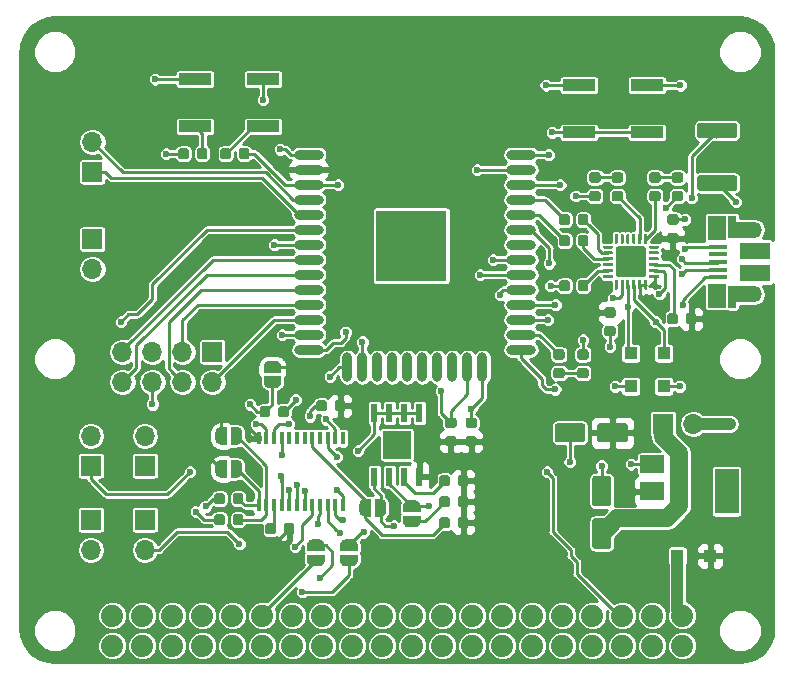
<source format=gtl>
G04 #@! TF.GenerationSoftware,KiCad,Pcbnew,5.0.1+dfsg1-3~bpo9+1*
G04 #@! TF.CreationDate,2018-12-29T18:45:15+00:00*
G04 #@! TF.ProjectId,esp32_io_board,65737033325F696F5F626F6172642E6B,rev?*
G04 #@! TF.SameCoordinates,Original*
G04 #@! TF.FileFunction,Copper,L1,Top,Signal*
G04 #@! TF.FilePolarity,Positive*
%FSLAX46Y46*%
G04 Gerber Fmt 4.6, Leading zero omitted, Abs format (unit mm)*
G04 Created by KiCad (PCBNEW 5.0.1+dfsg1-3~bpo9+1) date Sat 29 Dec 2018 06:45:15 PM UTC*
%MOMM*%
%LPD*%
G01*
G04 APERTURE LIST*
G04 #@! TA.AperFunction,ComponentPad*
%ADD10C,1.879600*%
G04 #@! TD*
G04 #@! TA.AperFunction,SMDPad,CuDef*
%ADD11O,2.500000X0.900000*%
G04 #@! TD*
G04 #@! TA.AperFunction,SMDPad,CuDef*
%ADD12O,0.900000X2.500000*%
G04 #@! TD*
G04 #@! TA.AperFunction,SMDPad,CuDef*
%ADD13R,6.000000X6.000000*%
G04 #@! TD*
G04 #@! TA.AperFunction,Conductor*
%ADD14C,0.100000*%
G04 #@! TD*
G04 #@! TA.AperFunction,SMDPad,CuDef*
%ADD15C,0.875000*%
G04 #@! TD*
G04 #@! TA.AperFunction,ComponentPad*
%ADD16O,1.700000X1.700000*%
G04 #@! TD*
G04 #@! TA.AperFunction,ComponentPad*
%ADD17R,1.700000X1.700000*%
G04 #@! TD*
G04 #@! TA.AperFunction,SMDPad,CuDef*
%ADD18C,0.500000*%
G04 #@! TD*
G04 #@! TA.AperFunction,SMDPad,CuDef*
%ADD19R,0.600000X1.550000*%
G04 #@! TD*
G04 #@! TA.AperFunction,SMDPad,CuDef*
%ADD20R,2.350000X2.350000*%
G04 #@! TD*
G04 #@! TA.AperFunction,SMDPad,CuDef*
%ADD21R,1.100000X1.100000*%
G04 #@! TD*
G04 #@! TA.AperFunction,SMDPad,CuDef*
%ADD22C,1.600000*%
G04 #@! TD*
G04 #@! TA.AperFunction,SMDPad,CuDef*
%ADD23C,1.300000*%
G04 #@! TD*
G04 #@! TA.AperFunction,SMDPad,CuDef*
%ADD24R,2.500000X1.430000*%
G04 #@! TD*
G04 #@! TA.AperFunction,ComponentPad*
%ADD25O,1.700000X1.350000*%
G04 #@! TD*
G04 #@! TA.AperFunction,ComponentPad*
%ADD26O,1.500000X1.100000*%
G04 #@! TD*
G04 #@! TA.AperFunction,SMDPad,CuDef*
%ADD27R,1.650000X0.400000*%
G04 #@! TD*
G04 #@! TA.AperFunction,SMDPad,CuDef*
%ADD28R,1.500000X2.000000*%
G04 #@! TD*
G04 #@! TA.AperFunction,SMDPad,CuDef*
%ADD29R,0.700000X1.825000*%
G04 #@! TD*
G04 #@! TA.AperFunction,SMDPad,CuDef*
%ADD30R,2.000000X1.350000*%
G04 #@! TD*
G04 #@! TA.AperFunction,SMDPad,CuDef*
%ADD31R,2.750000X1.000000*%
G04 #@! TD*
G04 #@! TA.AperFunction,SMDPad,CuDef*
%ADD32C,2.600000*%
G04 #@! TD*
G04 #@! TA.AperFunction,SMDPad,CuDef*
%ADD33C,0.250000*%
G04 #@! TD*
G04 #@! TA.AperFunction,SMDPad,CuDef*
%ADD34R,2.000000X3.800000*%
G04 #@! TD*
G04 #@! TA.AperFunction,SMDPad,CuDef*
%ADD35R,2.000000X1.500000*%
G04 #@! TD*
G04 #@! TA.AperFunction,SMDPad,CuDef*
%ADD36R,0.400000X1.100000*%
G04 #@! TD*
G04 #@! TA.AperFunction,ViaPad*
%ADD37C,0.600000*%
G04 #@! TD*
G04 #@! TA.AperFunction,Conductor*
%ADD38C,0.250000*%
G04 #@! TD*
G04 #@! TA.AperFunction,Conductor*
%ADD39C,1.000000*%
G04 #@! TD*
G04 #@! TA.AperFunction,Conductor*
%ADD40C,1.500000*%
G04 #@! TD*
G04 #@! TA.AperFunction,Conductor*
%ADD41C,0.254000*%
G04 #@! TD*
G04 APERTURE END LIST*
D10*
G04 #@! TO.P,J5,1*
G04 #@! TO.N,Net-(D8-Pad1)*
X213150000Y-129010000D03*
G04 #@! TO.P,J5,2*
G04 #@! TO.N,Net-(J5-Pad2)*
X213150000Y-131550000D03*
G04 #@! TO.P,J5,3*
G04 #@! TO.N,/sda0*
X210610000Y-129010000D03*
G04 #@! TO.P,J5,4*
G04 #@! TO.N,Net-(J5-Pad4)*
X210610000Y-131550000D03*
G04 #@! TO.P,J5,5*
G04 #@! TO.N,/scl0*
X208070000Y-129010000D03*
G04 #@! TO.P,J5,6*
G04 #@! TO.N,GND*
X208070000Y-131550000D03*
G04 #@! TO.P,J5,7*
G04 #@! TO.N,Net-(J5-Pad7)*
X205530000Y-129010000D03*
G04 #@! TO.P,J5,8*
G04 #@! TO.N,/rx*
X205530000Y-131550000D03*
G04 #@! TO.P,J5,9*
G04 #@! TO.N,GND*
X202990000Y-129010000D03*
G04 #@! TO.P,J5,10*
G04 #@! TO.N,/tx*
X202990000Y-131550000D03*
G04 #@! TO.P,J5,11*
G04 #@! TO.N,Net-(J5-Pad11)*
X200450000Y-129010000D03*
G04 #@! TO.P,J5,12*
G04 #@! TO.N,Net-(J5-Pad12)*
X200450000Y-131550000D03*
G04 #@! TO.P,J5,13*
G04 #@! TO.N,Net-(J5-Pad13)*
X197910000Y-129010000D03*
G04 #@! TO.P,J5,14*
G04 #@! TO.N,GND*
X197910000Y-131550000D03*
G04 #@! TO.P,J5,15*
G04 #@! TO.N,Net-(J5-Pad15)*
X195370000Y-129010000D03*
G04 #@! TO.P,J5,16*
G04 #@! TO.N,Net-(J5-Pad16)*
X195370000Y-131550000D03*
G04 #@! TO.P,J5,17*
G04 #@! TO.N,Net-(D8-Pad1)*
X192830000Y-129010000D03*
G04 #@! TO.P,J5,18*
G04 #@! TO.N,Net-(J5-Pad18)*
X192830000Y-131550000D03*
G04 #@! TO.P,J5,19*
G04 #@! TO.N,/mosi*
X190290000Y-129010000D03*
G04 #@! TO.P,J5,20*
G04 #@! TO.N,GND*
X190290000Y-131550000D03*
G04 #@! TO.P,J5,21*
G04 #@! TO.N,/miso*
X187750000Y-129010000D03*
G04 #@! TO.P,J5,22*
G04 #@! TO.N,Net-(J5-Pad22)*
X187750000Y-131550000D03*
G04 #@! TO.P,J5,23*
G04 #@! TO.N,/clk*
X185210000Y-129010000D03*
G04 #@! TO.P,J5,24*
G04 #@! TO.N,/cs*
X185210000Y-131550000D03*
G04 #@! TO.P,J5,25*
G04 #@! TO.N,GND*
X182670000Y-129010000D03*
G04 #@! TO.P,J5,26*
G04 #@! TO.N,Net-(J5-Pad26)*
X182670000Y-131550000D03*
G04 #@! TO.P,J5,27*
G04 #@! TO.N,/id_sda*
X180130000Y-129010000D03*
G04 #@! TO.P,J5,28*
G04 #@! TO.N,/id_clk*
X180130000Y-131550000D03*
G04 #@! TO.P,J5,29*
G04 #@! TO.N,Net-(J5-Pad29)*
X177590000Y-129010000D03*
G04 #@! TO.P,J5,30*
G04 #@! TO.N,GND*
X177590000Y-131550000D03*
G04 #@! TO.P,J5,31*
G04 #@! TO.N,Net-(J5-Pad31)*
X175050000Y-129010000D03*
G04 #@! TO.P,J5,32*
G04 #@! TO.N,Net-(J5-Pad32)*
X175050000Y-131550000D03*
G04 #@! TO.P,J5,33*
G04 #@! TO.N,Net-(J5-Pad33)*
X172510000Y-129010000D03*
G04 #@! TO.P,J5,34*
G04 #@! TO.N,GND*
X172510000Y-131550000D03*
G04 #@! TO.P,J5,35*
G04 #@! TO.N,Net-(J5-Pad35)*
X169970000Y-129010000D03*
G04 #@! TO.P,J5,36*
G04 #@! TO.N,Net-(J5-Pad36)*
X169970000Y-131550000D03*
G04 #@! TO.P,J5,37*
G04 #@! TO.N,Net-(J5-Pad37)*
X167430000Y-129010000D03*
G04 #@! TO.P,J5,38*
G04 #@! TO.N,Net-(J5-Pad38)*
X167430000Y-131550000D03*
G04 #@! TO.P,J5,39*
G04 #@! TO.N,GND*
X164890000Y-129010000D03*
G04 #@! TO.P,J5,40*
G04 #@! TO.N,Net-(J5-Pad40)*
X164890000Y-131550000D03*
G04 #@! TD*
D11*
G04 #@! TO.P,U4,38*
G04 #@! TO.N,GND*
X199500000Y-90000000D03*
G04 #@! TO.P,U4,37*
G04 #@! TO.N,/mosi*
X199500000Y-91270000D03*
G04 #@! TO.P,U4,36*
G04 #@! TO.N,/scl0*
X199500000Y-92540000D03*
G04 #@! TO.P,U4,35*
G04 #@! TO.N,/txd0*
X199500000Y-93810000D03*
G04 #@! TO.P,U4,34*
G04 #@! TO.N,/rxd0*
X199500000Y-95080000D03*
G04 #@! TO.P,U4,33*
G04 #@! TO.N,/sda0*
X199500000Y-96350000D03*
G04 #@! TO.P,U4,32*
G04 #@! TO.N,Net-(U4-Pad32)*
X199500000Y-97620000D03*
G04 #@! TO.P,U4,31*
G04 #@! TO.N,/miso*
X199500000Y-98890000D03*
G04 #@! TO.P,U4,30*
G04 #@! TO.N,/clk*
X199500000Y-100160000D03*
G04 #@! TO.P,U4,29*
G04 #@! TO.N,/cs*
X199500000Y-101430000D03*
G04 #@! TO.P,U4,28*
G04 #@! TO.N,/tx*
X199500000Y-102700000D03*
G04 #@! TO.P,U4,27*
G04 #@! TO.N,/rx*
X199500000Y-103970000D03*
G04 #@! TO.P,U4,26*
G04 #@! TO.N,Net-(R11-Pad2)*
X199500000Y-105240000D03*
G04 #@! TO.P,U4,25*
G04 #@! TO.N,Net-(SW2-Pad1)*
X199500000Y-106510000D03*
D12*
G04 #@! TO.P,U4,24*
G04 #@! TO.N,Net-(R14-Pad1)*
X196215000Y-108000000D03*
G04 #@! TO.P,U4,23*
G04 #@! TO.N,Net-(R13-Pad1)*
X194945000Y-108000000D03*
G04 #@! TO.P,U4,22*
G04 #@! TO.N,Net-(U4-Pad22)*
X193675000Y-108000000D03*
G04 #@! TO.P,U4,21*
G04 #@! TO.N,Net-(U4-Pad21)*
X192405000Y-108000000D03*
G04 #@! TO.P,U4,20*
G04 #@! TO.N,Net-(U4-Pad20)*
X191135000Y-108000000D03*
G04 #@! TO.P,U4,19*
G04 #@! TO.N,Net-(U4-Pad19)*
X189865000Y-108000000D03*
G04 #@! TO.P,U4,18*
G04 #@! TO.N,Net-(U4-Pad18)*
X188595000Y-108000000D03*
G04 #@! TO.P,U4,17*
G04 #@! TO.N,Net-(U4-Pad17)*
X187325000Y-108000000D03*
G04 #@! TO.P,U4,16*
G04 #@! TO.N,Net-(J4-Pad1)*
X186055000Y-108000000D03*
G04 #@! TO.P,U4,15*
G04 #@! TO.N,GND*
X184785000Y-108000000D03*
D11*
G04 #@! TO.P,U4,14*
G04 #@! TO.N,Net-(J4-Pad2)*
X181500000Y-106510000D03*
G04 #@! TO.P,U4,13*
G04 #@! TO.N,Net-(J2-Pad1)*
X181500000Y-105240000D03*
G04 #@! TO.P,U4,12*
G04 #@! TO.N,Net-(J2-Pad2)*
X181500000Y-103970000D03*
G04 #@! TO.P,U4,11*
G04 #@! TO.N,Net-(J2-Pad3)*
X181500000Y-102700000D03*
G04 #@! TO.P,U4,10*
G04 #@! TO.N,Net-(J2-Pad4)*
X181500000Y-101430000D03*
G04 #@! TO.P,U4,9*
G04 #@! TO.N,Net-(J2-Pad8)*
X181500000Y-100160000D03*
G04 #@! TO.P,U4,8*
G04 #@! TO.N,Net-(J2-Pad7)*
X181500000Y-98890000D03*
G04 #@! TO.P,U4,7*
G04 #@! TO.N,Net-(J2-Pad6)*
X181500000Y-97620000D03*
G04 #@! TO.P,U4,6*
G04 #@! TO.N,Net-(J2-Pad5)*
X181500000Y-96350000D03*
G04 #@! TO.P,U4,5*
G04 #@! TO.N,Net-(J3-Pad1)*
X181500000Y-95080000D03*
G04 #@! TO.P,U4,4*
G04 #@! TO.N,Net-(J3-Pad2)*
X181500000Y-93810000D03*
G04 #@! TO.P,U4,3*
G04 #@! TO.N,/RESET*
X181500000Y-92540000D03*
G04 #@! TO.P,U4,2*
G04 #@! TO.N,+3V3*
X181500000Y-91270000D03*
G04 #@! TO.P,U4,1*
G04 #@! TO.N,GND*
X181500000Y-90000000D03*
D13*
G04 #@! TO.P,U4,39*
X190200000Y-97700000D03*
G04 #@! TD*
D14*
G04 #@! TO.N,+3V3*
G04 #@! TO.C,R13*
G36*
X193825691Y-113825553D02*
X193846926Y-113828703D01*
X193867750Y-113833919D01*
X193887962Y-113841151D01*
X193907368Y-113850330D01*
X193925781Y-113861366D01*
X193943024Y-113874154D01*
X193958930Y-113888570D01*
X193973346Y-113904476D01*
X193986134Y-113921719D01*
X193997170Y-113940132D01*
X194006349Y-113959538D01*
X194013581Y-113979750D01*
X194018797Y-114000574D01*
X194021947Y-114021809D01*
X194023000Y-114043250D01*
X194023000Y-114480750D01*
X194021947Y-114502191D01*
X194018797Y-114523426D01*
X194013581Y-114544250D01*
X194006349Y-114564462D01*
X193997170Y-114583868D01*
X193986134Y-114602281D01*
X193973346Y-114619524D01*
X193958930Y-114635430D01*
X193943024Y-114649846D01*
X193925781Y-114662634D01*
X193907368Y-114673670D01*
X193887962Y-114682849D01*
X193867750Y-114690081D01*
X193846926Y-114695297D01*
X193825691Y-114698447D01*
X193804250Y-114699500D01*
X193291750Y-114699500D01*
X193270309Y-114698447D01*
X193249074Y-114695297D01*
X193228250Y-114690081D01*
X193208038Y-114682849D01*
X193188632Y-114673670D01*
X193170219Y-114662634D01*
X193152976Y-114649846D01*
X193137070Y-114635430D01*
X193122654Y-114619524D01*
X193109866Y-114602281D01*
X193098830Y-114583868D01*
X193089651Y-114564462D01*
X193082419Y-114544250D01*
X193077203Y-114523426D01*
X193074053Y-114502191D01*
X193073000Y-114480750D01*
X193073000Y-114043250D01*
X193074053Y-114021809D01*
X193077203Y-114000574D01*
X193082419Y-113979750D01*
X193089651Y-113959538D01*
X193098830Y-113940132D01*
X193109866Y-113921719D01*
X193122654Y-113904476D01*
X193137070Y-113888570D01*
X193152976Y-113874154D01*
X193170219Y-113861366D01*
X193188632Y-113850330D01*
X193208038Y-113841151D01*
X193228250Y-113833919D01*
X193249074Y-113828703D01*
X193270309Y-113825553D01*
X193291750Y-113824500D01*
X193804250Y-113824500D01*
X193825691Y-113825553D01*
X193825691Y-113825553D01*
G37*
D15*
G04 #@! TD*
G04 #@! TO.P,R13,2*
G04 #@! TO.N,+3V3*
X193548000Y-114262000D03*
D14*
G04 #@! TO.N,Net-(R13-Pad1)*
G04 #@! TO.C,R13*
G36*
X193825691Y-112250553D02*
X193846926Y-112253703D01*
X193867750Y-112258919D01*
X193887962Y-112266151D01*
X193907368Y-112275330D01*
X193925781Y-112286366D01*
X193943024Y-112299154D01*
X193958930Y-112313570D01*
X193973346Y-112329476D01*
X193986134Y-112346719D01*
X193997170Y-112365132D01*
X194006349Y-112384538D01*
X194013581Y-112404750D01*
X194018797Y-112425574D01*
X194021947Y-112446809D01*
X194023000Y-112468250D01*
X194023000Y-112905750D01*
X194021947Y-112927191D01*
X194018797Y-112948426D01*
X194013581Y-112969250D01*
X194006349Y-112989462D01*
X193997170Y-113008868D01*
X193986134Y-113027281D01*
X193973346Y-113044524D01*
X193958930Y-113060430D01*
X193943024Y-113074846D01*
X193925781Y-113087634D01*
X193907368Y-113098670D01*
X193887962Y-113107849D01*
X193867750Y-113115081D01*
X193846926Y-113120297D01*
X193825691Y-113123447D01*
X193804250Y-113124500D01*
X193291750Y-113124500D01*
X193270309Y-113123447D01*
X193249074Y-113120297D01*
X193228250Y-113115081D01*
X193208038Y-113107849D01*
X193188632Y-113098670D01*
X193170219Y-113087634D01*
X193152976Y-113074846D01*
X193137070Y-113060430D01*
X193122654Y-113044524D01*
X193109866Y-113027281D01*
X193098830Y-113008868D01*
X193089651Y-112989462D01*
X193082419Y-112969250D01*
X193077203Y-112948426D01*
X193074053Y-112927191D01*
X193073000Y-112905750D01*
X193073000Y-112468250D01*
X193074053Y-112446809D01*
X193077203Y-112425574D01*
X193082419Y-112404750D01*
X193089651Y-112384538D01*
X193098830Y-112365132D01*
X193109866Y-112346719D01*
X193122654Y-112329476D01*
X193137070Y-112313570D01*
X193152976Y-112299154D01*
X193170219Y-112286366D01*
X193188632Y-112275330D01*
X193208038Y-112266151D01*
X193228250Y-112258919D01*
X193249074Y-112253703D01*
X193270309Y-112250553D01*
X193291750Y-112249500D01*
X193804250Y-112249500D01*
X193825691Y-112250553D01*
X193825691Y-112250553D01*
G37*
D15*
G04 #@! TD*
G04 #@! TO.P,R13,1*
G04 #@! TO.N,Net-(R13-Pad1)*
X193548000Y-112687000D03*
D14*
G04 #@! TO.N,Net-(R14-Pad1)*
G04 #@! TO.C,R14*
G36*
X195540191Y-112250553D02*
X195561426Y-112253703D01*
X195582250Y-112258919D01*
X195602462Y-112266151D01*
X195621868Y-112275330D01*
X195640281Y-112286366D01*
X195657524Y-112299154D01*
X195673430Y-112313570D01*
X195687846Y-112329476D01*
X195700634Y-112346719D01*
X195711670Y-112365132D01*
X195720849Y-112384538D01*
X195728081Y-112404750D01*
X195733297Y-112425574D01*
X195736447Y-112446809D01*
X195737500Y-112468250D01*
X195737500Y-112905750D01*
X195736447Y-112927191D01*
X195733297Y-112948426D01*
X195728081Y-112969250D01*
X195720849Y-112989462D01*
X195711670Y-113008868D01*
X195700634Y-113027281D01*
X195687846Y-113044524D01*
X195673430Y-113060430D01*
X195657524Y-113074846D01*
X195640281Y-113087634D01*
X195621868Y-113098670D01*
X195602462Y-113107849D01*
X195582250Y-113115081D01*
X195561426Y-113120297D01*
X195540191Y-113123447D01*
X195518750Y-113124500D01*
X195006250Y-113124500D01*
X194984809Y-113123447D01*
X194963574Y-113120297D01*
X194942750Y-113115081D01*
X194922538Y-113107849D01*
X194903132Y-113098670D01*
X194884719Y-113087634D01*
X194867476Y-113074846D01*
X194851570Y-113060430D01*
X194837154Y-113044524D01*
X194824366Y-113027281D01*
X194813330Y-113008868D01*
X194804151Y-112989462D01*
X194796919Y-112969250D01*
X194791703Y-112948426D01*
X194788553Y-112927191D01*
X194787500Y-112905750D01*
X194787500Y-112468250D01*
X194788553Y-112446809D01*
X194791703Y-112425574D01*
X194796919Y-112404750D01*
X194804151Y-112384538D01*
X194813330Y-112365132D01*
X194824366Y-112346719D01*
X194837154Y-112329476D01*
X194851570Y-112313570D01*
X194867476Y-112299154D01*
X194884719Y-112286366D01*
X194903132Y-112275330D01*
X194922538Y-112266151D01*
X194942750Y-112258919D01*
X194963574Y-112253703D01*
X194984809Y-112250553D01*
X195006250Y-112249500D01*
X195518750Y-112249500D01*
X195540191Y-112250553D01*
X195540191Y-112250553D01*
G37*
D15*
G04 #@! TD*
G04 #@! TO.P,R14,1*
G04 #@! TO.N,Net-(R14-Pad1)*
X195262500Y-112687000D03*
D14*
G04 #@! TO.N,+3V3*
G04 #@! TO.C,R14*
G36*
X195540191Y-113825553D02*
X195561426Y-113828703D01*
X195582250Y-113833919D01*
X195602462Y-113841151D01*
X195621868Y-113850330D01*
X195640281Y-113861366D01*
X195657524Y-113874154D01*
X195673430Y-113888570D01*
X195687846Y-113904476D01*
X195700634Y-113921719D01*
X195711670Y-113940132D01*
X195720849Y-113959538D01*
X195728081Y-113979750D01*
X195733297Y-114000574D01*
X195736447Y-114021809D01*
X195737500Y-114043250D01*
X195737500Y-114480750D01*
X195736447Y-114502191D01*
X195733297Y-114523426D01*
X195728081Y-114544250D01*
X195720849Y-114564462D01*
X195711670Y-114583868D01*
X195700634Y-114602281D01*
X195687846Y-114619524D01*
X195673430Y-114635430D01*
X195657524Y-114649846D01*
X195640281Y-114662634D01*
X195621868Y-114673670D01*
X195602462Y-114682849D01*
X195582250Y-114690081D01*
X195561426Y-114695297D01*
X195540191Y-114698447D01*
X195518750Y-114699500D01*
X195006250Y-114699500D01*
X194984809Y-114698447D01*
X194963574Y-114695297D01*
X194942750Y-114690081D01*
X194922538Y-114682849D01*
X194903132Y-114673670D01*
X194884719Y-114662634D01*
X194867476Y-114649846D01*
X194851570Y-114635430D01*
X194837154Y-114619524D01*
X194824366Y-114602281D01*
X194813330Y-114583868D01*
X194804151Y-114564462D01*
X194796919Y-114544250D01*
X194791703Y-114523426D01*
X194788553Y-114502191D01*
X194787500Y-114480750D01*
X194787500Y-114043250D01*
X194788553Y-114021809D01*
X194791703Y-114000574D01*
X194796919Y-113979750D01*
X194804151Y-113959538D01*
X194813330Y-113940132D01*
X194824366Y-113921719D01*
X194837154Y-113904476D01*
X194851570Y-113888570D01*
X194867476Y-113874154D01*
X194884719Y-113861366D01*
X194903132Y-113850330D01*
X194922538Y-113841151D01*
X194942750Y-113833919D01*
X194963574Y-113828703D01*
X194984809Y-113825553D01*
X195006250Y-113824500D01*
X195518750Y-113824500D01*
X195540191Y-113825553D01*
X195540191Y-113825553D01*
G37*
D15*
G04 #@! TD*
G04 #@! TO.P,R14,2*
G04 #@! TO.N,+3V3*
X195262500Y-114262000D03*
D14*
G04 #@! TO.N,Net-(JP8-Pad2)*
G04 #@! TO.C,R15*
G36*
X193254691Y-118906053D02*
X193275926Y-118909203D01*
X193296750Y-118914419D01*
X193316962Y-118921651D01*
X193336368Y-118930830D01*
X193354781Y-118941866D01*
X193372024Y-118954654D01*
X193387930Y-118969070D01*
X193402346Y-118984976D01*
X193415134Y-119002219D01*
X193426170Y-119020632D01*
X193435349Y-119040038D01*
X193442581Y-119060250D01*
X193447797Y-119081074D01*
X193450947Y-119102309D01*
X193452000Y-119123750D01*
X193452000Y-119636250D01*
X193450947Y-119657691D01*
X193447797Y-119678926D01*
X193442581Y-119699750D01*
X193435349Y-119719962D01*
X193426170Y-119739368D01*
X193415134Y-119757781D01*
X193402346Y-119775024D01*
X193387930Y-119790930D01*
X193372024Y-119805346D01*
X193354781Y-119818134D01*
X193336368Y-119829170D01*
X193316962Y-119838349D01*
X193296750Y-119845581D01*
X193275926Y-119850797D01*
X193254691Y-119853947D01*
X193233250Y-119855000D01*
X192795750Y-119855000D01*
X192774309Y-119853947D01*
X192753074Y-119850797D01*
X192732250Y-119845581D01*
X192712038Y-119838349D01*
X192692632Y-119829170D01*
X192674219Y-119818134D01*
X192656976Y-119805346D01*
X192641070Y-119790930D01*
X192626654Y-119775024D01*
X192613866Y-119757781D01*
X192602830Y-119739368D01*
X192593651Y-119719962D01*
X192586419Y-119699750D01*
X192581203Y-119678926D01*
X192578053Y-119657691D01*
X192577000Y-119636250D01*
X192577000Y-119123750D01*
X192578053Y-119102309D01*
X192581203Y-119081074D01*
X192586419Y-119060250D01*
X192593651Y-119040038D01*
X192602830Y-119020632D01*
X192613866Y-119002219D01*
X192626654Y-118984976D01*
X192641070Y-118969070D01*
X192656976Y-118954654D01*
X192674219Y-118941866D01*
X192692632Y-118930830D01*
X192712038Y-118921651D01*
X192732250Y-118914419D01*
X192753074Y-118909203D01*
X192774309Y-118906053D01*
X192795750Y-118905000D01*
X193233250Y-118905000D01*
X193254691Y-118906053D01*
X193254691Y-118906053D01*
G37*
D15*
G04 #@! TD*
G04 #@! TO.P,R15,2*
G04 #@! TO.N,Net-(JP8-Pad2)*
X193014500Y-119380000D03*
D14*
G04 #@! TO.N,+3V3*
G04 #@! TO.C,R15*
G36*
X194829691Y-118906053D02*
X194850926Y-118909203D01*
X194871750Y-118914419D01*
X194891962Y-118921651D01*
X194911368Y-118930830D01*
X194929781Y-118941866D01*
X194947024Y-118954654D01*
X194962930Y-118969070D01*
X194977346Y-118984976D01*
X194990134Y-119002219D01*
X195001170Y-119020632D01*
X195010349Y-119040038D01*
X195017581Y-119060250D01*
X195022797Y-119081074D01*
X195025947Y-119102309D01*
X195027000Y-119123750D01*
X195027000Y-119636250D01*
X195025947Y-119657691D01*
X195022797Y-119678926D01*
X195017581Y-119699750D01*
X195010349Y-119719962D01*
X195001170Y-119739368D01*
X194990134Y-119757781D01*
X194977346Y-119775024D01*
X194962930Y-119790930D01*
X194947024Y-119805346D01*
X194929781Y-119818134D01*
X194911368Y-119829170D01*
X194891962Y-119838349D01*
X194871750Y-119845581D01*
X194850926Y-119850797D01*
X194829691Y-119853947D01*
X194808250Y-119855000D01*
X194370750Y-119855000D01*
X194349309Y-119853947D01*
X194328074Y-119850797D01*
X194307250Y-119845581D01*
X194287038Y-119838349D01*
X194267632Y-119829170D01*
X194249219Y-119818134D01*
X194231976Y-119805346D01*
X194216070Y-119790930D01*
X194201654Y-119775024D01*
X194188866Y-119757781D01*
X194177830Y-119739368D01*
X194168651Y-119719962D01*
X194161419Y-119699750D01*
X194156203Y-119678926D01*
X194153053Y-119657691D01*
X194152000Y-119636250D01*
X194152000Y-119123750D01*
X194153053Y-119102309D01*
X194156203Y-119081074D01*
X194161419Y-119060250D01*
X194168651Y-119040038D01*
X194177830Y-119020632D01*
X194188866Y-119002219D01*
X194201654Y-118984976D01*
X194216070Y-118969070D01*
X194231976Y-118954654D01*
X194249219Y-118941866D01*
X194267632Y-118930830D01*
X194287038Y-118921651D01*
X194307250Y-118914419D01*
X194328074Y-118909203D01*
X194349309Y-118906053D01*
X194370750Y-118905000D01*
X194808250Y-118905000D01*
X194829691Y-118906053D01*
X194829691Y-118906053D01*
G37*
D15*
G04 #@! TD*
G04 #@! TO.P,R15,1*
G04 #@! TO.N,+3V3*
X194589500Y-119380000D03*
D14*
G04 #@! TO.N,+3V3*
G04 #@! TO.C,R16*
G36*
X194829691Y-120684053D02*
X194850926Y-120687203D01*
X194871750Y-120692419D01*
X194891962Y-120699651D01*
X194911368Y-120708830D01*
X194929781Y-120719866D01*
X194947024Y-120732654D01*
X194962930Y-120747070D01*
X194977346Y-120762976D01*
X194990134Y-120780219D01*
X195001170Y-120798632D01*
X195010349Y-120818038D01*
X195017581Y-120838250D01*
X195022797Y-120859074D01*
X195025947Y-120880309D01*
X195027000Y-120901750D01*
X195027000Y-121414250D01*
X195025947Y-121435691D01*
X195022797Y-121456926D01*
X195017581Y-121477750D01*
X195010349Y-121497962D01*
X195001170Y-121517368D01*
X194990134Y-121535781D01*
X194977346Y-121553024D01*
X194962930Y-121568930D01*
X194947024Y-121583346D01*
X194929781Y-121596134D01*
X194911368Y-121607170D01*
X194891962Y-121616349D01*
X194871750Y-121623581D01*
X194850926Y-121628797D01*
X194829691Y-121631947D01*
X194808250Y-121633000D01*
X194370750Y-121633000D01*
X194349309Y-121631947D01*
X194328074Y-121628797D01*
X194307250Y-121623581D01*
X194287038Y-121616349D01*
X194267632Y-121607170D01*
X194249219Y-121596134D01*
X194231976Y-121583346D01*
X194216070Y-121568930D01*
X194201654Y-121553024D01*
X194188866Y-121535781D01*
X194177830Y-121517368D01*
X194168651Y-121497962D01*
X194161419Y-121477750D01*
X194156203Y-121456926D01*
X194153053Y-121435691D01*
X194152000Y-121414250D01*
X194152000Y-120901750D01*
X194153053Y-120880309D01*
X194156203Y-120859074D01*
X194161419Y-120838250D01*
X194168651Y-120818038D01*
X194177830Y-120798632D01*
X194188866Y-120780219D01*
X194201654Y-120762976D01*
X194216070Y-120747070D01*
X194231976Y-120732654D01*
X194249219Y-120719866D01*
X194267632Y-120708830D01*
X194287038Y-120699651D01*
X194307250Y-120692419D01*
X194328074Y-120687203D01*
X194349309Y-120684053D01*
X194370750Y-120683000D01*
X194808250Y-120683000D01*
X194829691Y-120684053D01*
X194829691Y-120684053D01*
G37*
D15*
G04 #@! TD*
G04 #@! TO.P,R16,1*
G04 #@! TO.N,+3V3*
X194589500Y-121158000D03*
D14*
G04 #@! TO.N,Net-(JP9-Pad2)*
G04 #@! TO.C,R16*
G36*
X193254691Y-120684053D02*
X193275926Y-120687203D01*
X193296750Y-120692419D01*
X193316962Y-120699651D01*
X193336368Y-120708830D01*
X193354781Y-120719866D01*
X193372024Y-120732654D01*
X193387930Y-120747070D01*
X193402346Y-120762976D01*
X193415134Y-120780219D01*
X193426170Y-120798632D01*
X193435349Y-120818038D01*
X193442581Y-120838250D01*
X193447797Y-120859074D01*
X193450947Y-120880309D01*
X193452000Y-120901750D01*
X193452000Y-121414250D01*
X193450947Y-121435691D01*
X193447797Y-121456926D01*
X193442581Y-121477750D01*
X193435349Y-121497962D01*
X193426170Y-121517368D01*
X193415134Y-121535781D01*
X193402346Y-121553024D01*
X193387930Y-121568930D01*
X193372024Y-121583346D01*
X193354781Y-121596134D01*
X193336368Y-121607170D01*
X193316962Y-121616349D01*
X193296750Y-121623581D01*
X193275926Y-121628797D01*
X193254691Y-121631947D01*
X193233250Y-121633000D01*
X192795750Y-121633000D01*
X192774309Y-121631947D01*
X192753074Y-121628797D01*
X192732250Y-121623581D01*
X192712038Y-121616349D01*
X192692632Y-121607170D01*
X192674219Y-121596134D01*
X192656976Y-121583346D01*
X192641070Y-121568930D01*
X192626654Y-121553024D01*
X192613866Y-121535781D01*
X192602830Y-121517368D01*
X192593651Y-121497962D01*
X192586419Y-121477750D01*
X192581203Y-121456926D01*
X192578053Y-121435691D01*
X192577000Y-121414250D01*
X192577000Y-120901750D01*
X192578053Y-120880309D01*
X192581203Y-120859074D01*
X192586419Y-120838250D01*
X192593651Y-120818038D01*
X192602830Y-120798632D01*
X192613866Y-120780219D01*
X192626654Y-120762976D01*
X192641070Y-120747070D01*
X192656976Y-120732654D01*
X192674219Y-120719866D01*
X192692632Y-120708830D01*
X192712038Y-120699651D01*
X192732250Y-120692419D01*
X192753074Y-120687203D01*
X192774309Y-120684053D01*
X192795750Y-120683000D01*
X193233250Y-120683000D01*
X193254691Y-120684053D01*
X193254691Y-120684053D01*
G37*
D15*
G04 #@! TD*
G04 #@! TO.P,R16,2*
G04 #@! TO.N,Net-(JP9-Pad2)*
X193014500Y-121158000D03*
D16*
G04 #@! TO.P,J13,2*
G04 #@! TO.N,Net-(J13-Pad2)*
X167640000Y-123444000D03*
D17*
G04 #@! TO.P,J13,1*
G04 #@! TO.N,Net-(J13-Pad1)*
X167640000Y-120904000D03*
G04 #@! TD*
G04 #@! TO.P,J4,1*
G04 #@! TO.N,Net-(J4-Pad1)*
X163195000Y-97155000D03*
D16*
G04 #@! TO.P,J4,2*
G04 #@! TO.N,Net-(J4-Pad2)*
X163195000Y-99695000D03*
G04 #@! TD*
D18*
G04 #@! TO.P,JP8,2*
G04 #@! TO.N,Net-(JP8-Pad2)*
X190246000Y-121046000D03*
D14*
G04 #@! TD*
G04 #@! TO.N,Net-(JP8-Pad2)*
G04 #@! TO.C,JP8*
G36*
X190995398Y-121046000D02*
X190995398Y-121070534D01*
X190990588Y-121119365D01*
X190981016Y-121167490D01*
X190966772Y-121214445D01*
X190947995Y-121259778D01*
X190924864Y-121303051D01*
X190897604Y-121343850D01*
X190866476Y-121381779D01*
X190831779Y-121416476D01*
X190793850Y-121447604D01*
X190753051Y-121474864D01*
X190709778Y-121497995D01*
X190664445Y-121516772D01*
X190617490Y-121531016D01*
X190569365Y-121540588D01*
X190520534Y-121545398D01*
X190496000Y-121545398D01*
X190496000Y-121546000D01*
X189996000Y-121546000D01*
X189996000Y-121545398D01*
X189971466Y-121545398D01*
X189922635Y-121540588D01*
X189874510Y-121531016D01*
X189827555Y-121516772D01*
X189782222Y-121497995D01*
X189738949Y-121474864D01*
X189698150Y-121447604D01*
X189660221Y-121416476D01*
X189625524Y-121381779D01*
X189594396Y-121343850D01*
X189567136Y-121303051D01*
X189544005Y-121259778D01*
X189525228Y-121214445D01*
X189510984Y-121167490D01*
X189501412Y-121119365D01*
X189496602Y-121070534D01*
X189496602Y-121046000D01*
X189496000Y-121046000D01*
X189496000Y-120546000D01*
X190996000Y-120546000D01*
X190996000Y-121046000D01*
X190995398Y-121046000D01*
X190995398Y-121046000D01*
G37*
D18*
G04 #@! TO.P,JP8,1*
G04 #@! TO.N,/id_clk*
X190246000Y-119746000D03*
D14*
G04 #@! TD*
G04 #@! TO.N,/id_clk*
G04 #@! TO.C,JP8*
G36*
X189496000Y-120246000D02*
X189496000Y-119746000D01*
X189496602Y-119746000D01*
X189496602Y-119721466D01*
X189501412Y-119672635D01*
X189510984Y-119624510D01*
X189525228Y-119577555D01*
X189544005Y-119532222D01*
X189567136Y-119488949D01*
X189594396Y-119448150D01*
X189625524Y-119410221D01*
X189660221Y-119375524D01*
X189698150Y-119344396D01*
X189738949Y-119317136D01*
X189782222Y-119294005D01*
X189827555Y-119275228D01*
X189874510Y-119260984D01*
X189922635Y-119251412D01*
X189971466Y-119246602D01*
X189996000Y-119246602D01*
X189996000Y-119246000D01*
X190496000Y-119246000D01*
X190496000Y-119246602D01*
X190520534Y-119246602D01*
X190569365Y-119251412D01*
X190617490Y-119260984D01*
X190664445Y-119275228D01*
X190709778Y-119294005D01*
X190753051Y-119317136D01*
X190793850Y-119344396D01*
X190831779Y-119375524D01*
X190866476Y-119410221D01*
X190897604Y-119448150D01*
X190924864Y-119488949D01*
X190947995Y-119532222D01*
X190966772Y-119577555D01*
X190981016Y-119624510D01*
X190990588Y-119672635D01*
X190995398Y-119721466D01*
X190995398Y-119746000D01*
X190996000Y-119746000D01*
X190996000Y-120246000D01*
X189496000Y-120246000D01*
X189496000Y-120246000D01*
G37*
D18*
G04 #@! TO.P,JP9,1*
G04 #@! TO.N,/id_sda*
X187594000Y-119888000D03*
D14*
G04 #@! TD*
G04 #@! TO.N,/id_sda*
G04 #@! TO.C,JP9*
G36*
X187094000Y-119138000D02*
X187594000Y-119138000D01*
X187594000Y-119138602D01*
X187618534Y-119138602D01*
X187667365Y-119143412D01*
X187715490Y-119152984D01*
X187762445Y-119167228D01*
X187807778Y-119186005D01*
X187851051Y-119209136D01*
X187891850Y-119236396D01*
X187929779Y-119267524D01*
X187964476Y-119302221D01*
X187995604Y-119340150D01*
X188022864Y-119380949D01*
X188045995Y-119424222D01*
X188064772Y-119469555D01*
X188079016Y-119516510D01*
X188088588Y-119564635D01*
X188093398Y-119613466D01*
X188093398Y-119638000D01*
X188094000Y-119638000D01*
X188094000Y-120138000D01*
X188093398Y-120138000D01*
X188093398Y-120162534D01*
X188088588Y-120211365D01*
X188079016Y-120259490D01*
X188064772Y-120306445D01*
X188045995Y-120351778D01*
X188022864Y-120395051D01*
X187995604Y-120435850D01*
X187964476Y-120473779D01*
X187929779Y-120508476D01*
X187891850Y-120539604D01*
X187851051Y-120566864D01*
X187807778Y-120589995D01*
X187762445Y-120608772D01*
X187715490Y-120623016D01*
X187667365Y-120632588D01*
X187618534Y-120637398D01*
X187594000Y-120637398D01*
X187594000Y-120638000D01*
X187094000Y-120638000D01*
X187094000Y-119138000D01*
X187094000Y-119138000D01*
G37*
D18*
G04 #@! TO.P,JP9,2*
G04 #@! TO.N,Net-(JP9-Pad2)*
X186294000Y-119888000D03*
D14*
G04 #@! TD*
G04 #@! TO.N,Net-(JP9-Pad2)*
G04 #@! TO.C,JP9*
G36*
X186294000Y-120637398D02*
X186269466Y-120637398D01*
X186220635Y-120632588D01*
X186172510Y-120623016D01*
X186125555Y-120608772D01*
X186080222Y-120589995D01*
X186036949Y-120566864D01*
X185996150Y-120539604D01*
X185958221Y-120508476D01*
X185923524Y-120473779D01*
X185892396Y-120435850D01*
X185865136Y-120395051D01*
X185842005Y-120351778D01*
X185823228Y-120306445D01*
X185808984Y-120259490D01*
X185799412Y-120211365D01*
X185794602Y-120162534D01*
X185794602Y-120138000D01*
X185794000Y-120138000D01*
X185794000Y-119638000D01*
X185794602Y-119638000D01*
X185794602Y-119613466D01*
X185799412Y-119564635D01*
X185808984Y-119516510D01*
X185823228Y-119469555D01*
X185842005Y-119424222D01*
X185865136Y-119380949D01*
X185892396Y-119340150D01*
X185923524Y-119302221D01*
X185958221Y-119267524D01*
X185996150Y-119236396D01*
X186036949Y-119209136D01*
X186080222Y-119186005D01*
X186125555Y-119167228D01*
X186172510Y-119152984D01*
X186220635Y-119143412D01*
X186269466Y-119138602D01*
X186294000Y-119138602D01*
X186294000Y-119138000D01*
X186794000Y-119138000D01*
X186794000Y-120638000D01*
X186294000Y-120638000D01*
X186294000Y-120637398D01*
X186294000Y-120637398D01*
G37*
D18*
G04 #@! TO.P,JP7,2*
G04 #@! TO.N,Net-(JP7-Pad2)*
X184912000Y-123048000D03*
D14*
G04 #@! TD*
G04 #@! TO.N,Net-(JP7-Pad2)*
G04 #@! TO.C,JP7*
G36*
X184162602Y-123048000D02*
X184162602Y-123023466D01*
X184167412Y-122974635D01*
X184176984Y-122926510D01*
X184191228Y-122879555D01*
X184210005Y-122834222D01*
X184233136Y-122790949D01*
X184260396Y-122750150D01*
X184291524Y-122712221D01*
X184326221Y-122677524D01*
X184364150Y-122646396D01*
X184404949Y-122619136D01*
X184448222Y-122596005D01*
X184493555Y-122577228D01*
X184540510Y-122562984D01*
X184588635Y-122553412D01*
X184637466Y-122548602D01*
X184662000Y-122548602D01*
X184662000Y-122548000D01*
X185162000Y-122548000D01*
X185162000Y-122548602D01*
X185186534Y-122548602D01*
X185235365Y-122553412D01*
X185283490Y-122562984D01*
X185330445Y-122577228D01*
X185375778Y-122596005D01*
X185419051Y-122619136D01*
X185459850Y-122646396D01*
X185497779Y-122677524D01*
X185532476Y-122712221D01*
X185563604Y-122750150D01*
X185590864Y-122790949D01*
X185613995Y-122834222D01*
X185632772Y-122879555D01*
X185647016Y-122926510D01*
X185656588Y-122974635D01*
X185661398Y-123023466D01*
X185661398Y-123048000D01*
X185662000Y-123048000D01*
X185662000Y-123548000D01*
X184162000Y-123548000D01*
X184162000Y-123048000D01*
X184162602Y-123048000D01*
X184162602Y-123048000D01*
G37*
D18*
G04 #@! TO.P,JP7,1*
G04 #@! TO.N,Net-(J5-Pad35)*
X184912000Y-124348000D03*
D14*
G04 #@! TD*
G04 #@! TO.N,Net-(J5-Pad35)*
G04 #@! TO.C,JP7*
G36*
X185662000Y-123848000D02*
X185662000Y-124348000D01*
X185661398Y-124348000D01*
X185661398Y-124372534D01*
X185656588Y-124421365D01*
X185647016Y-124469490D01*
X185632772Y-124516445D01*
X185613995Y-124561778D01*
X185590864Y-124605051D01*
X185563604Y-124645850D01*
X185532476Y-124683779D01*
X185497779Y-124718476D01*
X185459850Y-124749604D01*
X185419051Y-124776864D01*
X185375778Y-124799995D01*
X185330445Y-124818772D01*
X185283490Y-124833016D01*
X185235365Y-124842588D01*
X185186534Y-124847398D01*
X185162000Y-124847398D01*
X185162000Y-124848000D01*
X184662000Y-124848000D01*
X184662000Y-124847398D01*
X184637466Y-124847398D01*
X184588635Y-124842588D01*
X184540510Y-124833016D01*
X184493555Y-124818772D01*
X184448222Y-124799995D01*
X184404949Y-124776864D01*
X184364150Y-124749604D01*
X184326221Y-124718476D01*
X184291524Y-124683779D01*
X184260396Y-124645850D01*
X184233136Y-124605051D01*
X184210005Y-124561778D01*
X184191228Y-124516445D01*
X184176984Y-124469490D01*
X184167412Y-124421365D01*
X184162602Y-124372534D01*
X184162602Y-124348000D01*
X184162000Y-124348000D01*
X184162000Y-123848000D01*
X185662000Y-123848000D01*
X185662000Y-123848000D01*
G37*
D18*
G04 #@! TO.P,JP4,1*
G04 #@! TO.N,Net-(J5-Pad29)*
X182118000Y-124348000D03*
D14*
G04 #@! TD*
G04 #@! TO.N,Net-(J5-Pad29)*
G04 #@! TO.C,JP4*
G36*
X182868000Y-123848000D02*
X182868000Y-124348000D01*
X182867398Y-124348000D01*
X182867398Y-124372534D01*
X182862588Y-124421365D01*
X182853016Y-124469490D01*
X182838772Y-124516445D01*
X182819995Y-124561778D01*
X182796864Y-124605051D01*
X182769604Y-124645850D01*
X182738476Y-124683779D01*
X182703779Y-124718476D01*
X182665850Y-124749604D01*
X182625051Y-124776864D01*
X182581778Y-124799995D01*
X182536445Y-124818772D01*
X182489490Y-124833016D01*
X182441365Y-124842588D01*
X182392534Y-124847398D01*
X182368000Y-124847398D01*
X182368000Y-124848000D01*
X181868000Y-124848000D01*
X181868000Y-124847398D01*
X181843466Y-124847398D01*
X181794635Y-124842588D01*
X181746510Y-124833016D01*
X181699555Y-124818772D01*
X181654222Y-124799995D01*
X181610949Y-124776864D01*
X181570150Y-124749604D01*
X181532221Y-124718476D01*
X181497524Y-124683779D01*
X181466396Y-124645850D01*
X181439136Y-124605051D01*
X181416005Y-124561778D01*
X181397228Y-124516445D01*
X181382984Y-124469490D01*
X181373412Y-124421365D01*
X181368602Y-124372534D01*
X181368602Y-124348000D01*
X181368000Y-124348000D01*
X181368000Y-123848000D01*
X182868000Y-123848000D01*
X182868000Y-123848000D01*
G37*
D18*
G04 #@! TO.P,JP4,2*
G04 #@! TO.N,Net-(JP4-Pad2)*
X182118000Y-123048000D03*
D14*
G04 #@! TD*
G04 #@! TO.N,Net-(JP4-Pad2)*
G04 #@! TO.C,JP4*
G36*
X181368602Y-123048000D02*
X181368602Y-123023466D01*
X181373412Y-122974635D01*
X181382984Y-122926510D01*
X181397228Y-122879555D01*
X181416005Y-122834222D01*
X181439136Y-122790949D01*
X181466396Y-122750150D01*
X181497524Y-122712221D01*
X181532221Y-122677524D01*
X181570150Y-122646396D01*
X181610949Y-122619136D01*
X181654222Y-122596005D01*
X181699555Y-122577228D01*
X181746510Y-122562984D01*
X181794635Y-122553412D01*
X181843466Y-122548602D01*
X181868000Y-122548602D01*
X181868000Y-122548000D01*
X182368000Y-122548000D01*
X182368000Y-122548602D01*
X182392534Y-122548602D01*
X182441365Y-122553412D01*
X182489490Y-122562984D01*
X182536445Y-122577228D01*
X182581778Y-122596005D01*
X182625051Y-122619136D01*
X182665850Y-122646396D01*
X182703779Y-122677524D01*
X182738476Y-122712221D01*
X182769604Y-122750150D01*
X182796864Y-122790949D01*
X182819995Y-122834222D01*
X182838772Y-122879555D01*
X182853016Y-122926510D01*
X182862588Y-122974635D01*
X182867398Y-123023466D01*
X182867398Y-123048000D01*
X182868000Y-123048000D01*
X182868000Y-123548000D01*
X181368000Y-123548000D01*
X181368000Y-123048000D01*
X181368602Y-123048000D01*
X181368602Y-123048000D01*
G37*
D19*
G04 #@! TO.P,U7,1*
G04 #@! TO.N,GND*
X190881000Y-111854000D03*
G04 #@! TO.P,U7,2*
X189611000Y-111854000D03*
G04 #@! TO.P,U7,3*
X188341000Y-111854000D03*
G04 #@! TO.P,U7,4*
X187071000Y-111854000D03*
G04 #@! TO.P,U7,5*
G04 #@! TO.N,/id_sda*
X187071000Y-117254000D03*
G04 #@! TO.P,U7,6*
G04 #@! TO.N,/id_clk*
X188341000Y-117254000D03*
G04 #@! TO.P,U7,7*
G04 #@! TO.N,Net-(R12-Pad2)*
X189611000Y-117254000D03*
G04 #@! TO.P,U7,8*
G04 #@! TO.N,+3V3*
X190881000Y-117254000D03*
D20*
G04 #@! TO.P,U7,9*
G04 #@! TO.N,N/C*
X188976000Y-114554000D03*
G04 #@! TD*
D14*
G04 #@! TO.N,+3V3*
G04 #@! TO.C,R12*
G36*
X194829691Y-117128053D02*
X194850926Y-117131203D01*
X194871750Y-117136419D01*
X194891962Y-117143651D01*
X194911368Y-117152830D01*
X194929781Y-117163866D01*
X194947024Y-117176654D01*
X194962930Y-117191070D01*
X194977346Y-117206976D01*
X194990134Y-117224219D01*
X195001170Y-117242632D01*
X195010349Y-117262038D01*
X195017581Y-117282250D01*
X195022797Y-117303074D01*
X195025947Y-117324309D01*
X195027000Y-117345750D01*
X195027000Y-117858250D01*
X195025947Y-117879691D01*
X195022797Y-117900926D01*
X195017581Y-117921750D01*
X195010349Y-117941962D01*
X195001170Y-117961368D01*
X194990134Y-117979781D01*
X194977346Y-117997024D01*
X194962930Y-118012930D01*
X194947024Y-118027346D01*
X194929781Y-118040134D01*
X194911368Y-118051170D01*
X194891962Y-118060349D01*
X194871750Y-118067581D01*
X194850926Y-118072797D01*
X194829691Y-118075947D01*
X194808250Y-118077000D01*
X194370750Y-118077000D01*
X194349309Y-118075947D01*
X194328074Y-118072797D01*
X194307250Y-118067581D01*
X194287038Y-118060349D01*
X194267632Y-118051170D01*
X194249219Y-118040134D01*
X194231976Y-118027346D01*
X194216070Y-118012930D01*
X194201654Y-117997024D01*
X194188866Y-117979781D01*
X194177830Y-117961368D01*
X194168651Y-117941962D01*
X194161419Y-117921750D01*
X194156203Y-117900926D01*
X194153053Y-117879691D01*
X194152000Y-117858250D01*
X194152000Y-117345750D01*
X194153053Y-117324309D01*
X194156203Y-117303074D01*
X194161419Y-117282250D01*
X194168651Y-117262038D01*
X194177830Y-117242632D01*
X194188866Y-117224219D01*
X194201654Y-117206976D01*
X194216070Y-117191070D01*
X194231976Y-117176654D01*
X194249219Y-117163866D01*
X194267632Y-117152830D01*
X194287038Y-117143651D01*
X194307250Y-117136419D01*
X194328074Y-117131203D01*
X194349309Y-117128053D01*
X194370750Y-117127000D01*
X194808250Y-117127000D01*
X194829691Y-117128053D01*
X194829691Y-117128053D01*
G37*
D15*
G04 #@! TD*
G04 #@! TO.P,R12,1*
G04 #@! TO.N,+3V3*
X194589500Y-117602000D03*
D14*
G04 #@! TO.N,Net-(R12-Pad2)*
G04 #@! TO.C,R12*
G36*
X193254691Y-117128053D02*
X193275926Y-117131203D01*
X193296750Y-117136419D01*
X193316962Y-117143651D01*
X193336368Y-117152830D01*
X193354781Y-117163866D01*
X193372024Y-117176654D01*
X193387930Y-117191070D01*
X193402346Y-117206976D01*
X193415134Y-117224219D01*
X193426170Y-117242632D01*
X193435349Y-117262038D01*
X193442581Y-117282250D01*
X193447797Y-117303074D01*
X193450947Y-117324309D01*
X193452000Y-117345750D01*
X193452000Y-117858250D01*
X193450947Y-117879691D01*
X193447797Y-117900926D01*
X193442581Y-117921750D01*
X193435349Y-117941962D01*
X193426170Y-117961368D01*
X193415134Y-117979781D01*
X193402346Y-117997024D01*
X193387930Y-118012930D01*
X193372024Y-118027346D01*
X193354781Y-118040134D01*
X193336368Y-118051170D01*
X193316962Y-118060349D01*
X193296750Y-118067581D01*
X193275926Y-118072797D01*
X193254691Y-118075947D01*
X193233250Y-118077000D01*
X192795750Y-118077000D01*
X192774309Y-118075947D01*
X192753074Y-118072797D01*
X192732250Y-118067581D01*
X192712038Y-118060349D01*
X192692632Y-118051170D01*
X192674219Y-118040134D01*
X192656976Y-118027346D01*
X192641070Y-118012930D01*
X192626654Y-117997024D01*
X192613866Y-117979781D01*
X192602830Y-117961368D01*
X192593651Y-117941962D01*
X192586419Y-117921750D01*
X192581203Y-117900926D01*
X192578053Y-117879691D01*
X192577000Y-117858250D01*
X192577000Y-117345750D01*
X192578053Y-117324309D01*
X192581203Y-117303074D01*
X192586419Y-117282250D01*
X192593651Y-117262038D01*
X192602830Y-117242632D01*
X192613866Y-117224219D01*
X192626654Y-117206976D01*
X192641070Y-117191070D01*
X192656976Y-117176654D01*
X192674219Y-117163866D01*
X192692632Y-117152830D01*
X192712038Y-117143651D01*
X192732250Y-117136419D01*
X192753074Y-117131203D01*
X192774309Y-117128053D01*
X192795750Y-117127000D01*
X193233250Y-117127000D01*
X193254691Y-117128053D01*
X193254691Y-117128053D01*
G37*
D15*
G04 #@! TD*
G04 #@! TO.P,R12,2*
G04 #@! TO.N,Net-(R12-Pad2)*
X193014500Y-117602000D03*
D21*
G04 #@! TO.P,D8,1*
G04 #@! TO.N,Net-(D8-Pad1)*
X212722000Y-123952000D03*
G04 #@! TO.P,D8,2*
G04 #@! TO.N,+3V3*
X215522000Y-123952000D03*
G04 #@! TD*
G04 #@! TO.P,D1,1*
G04 #@! TO.N,Net-(D1-Pad1)*
X211582000Y-106804000D03*
G04 #@! TO.P,D1,2*
G04 #@! TO.N,GND*
X211582000Y-109604000D03*
G04 #@! TD*
D14*
G04 #@! TO.N,GND*
G04 #@! TO.C,D7*
G36*
X205001691Y-106472053D02*
X205022926Y-106475203D01*
X205043750Y-106480419D01*
X205063962Y-106487651D01*
X205083368Y-106496830D01*
X205101781Y-106507866D01*
X205119024Y-106520654D01*
X205134930Y-106535070D01*
X205149346Y-106550976D01*
X205162134Y-106568219D01*
X205173170Y-106586632D01*
X205182349Y-106606038D01*
X205189581Y-106626250D01*
X205194797Y-106647074D01*
X205197947Y-106668309D01*
X205199000Y-106689750D01*
X205199000Y-107127250D01*
X205197947Y-107148691D01*
X205194797Y-107169926D01*
X205189581Y-107190750D01*
X205182349Y-107210962D01*
X205173170Y-107230368D01*
X205162134Y-107248781D01*
X205149346Y-107266024D01*
X205134930Y-107281930D01*
X205119024Y-107296346D01*
X205101781Y-107309134D01*
X205083368Y-107320170D01*
X205063962Y-107329349D01*
X205043750Y-107336581D01*
X205022926Y-107341797D01*
X205001691Y-107344947D01*
X204980250Y-107346000D01*
X204467750Y-107346000D01*
X204446309Y-107344947D01*
X204425074Y-107341797D01*
X204404250Y-107336581D01*
X204384038Y-107329349D01*
X204364632Y-107320170D01*
X204346219Y-107309134D01*
X204328976Y-107296346D01*
X204313070Y-107281930D01*
X204298654Y-107266024D01*
X204285866Y-107248781D01*
X204274830Y-107230368D01*
X204265651Y-107210962D01*
X204258419Y-107190750D01*
X204253203Y-107169926D01*
X204250053Y-107148691D01*
X204249000Y-107127250D01*
X204249000Y-106689750D01*
X204250053Y-106668309D01*
X204253203Y-106647074D01*
X204258419Y-106626250D01*
X204265651Y-106606038D01*
X204274830Y-106586632D01*
X204285866Y-106568219D01*
X204298654Y-106550976D01*
X204313070Y-106535070D01*
X204328976Y-106520654D01*
X204346219Y-106507866D01*
X204364632Y-106496830D01*
X204384038Y-106487651D01*
X204404250Y-106480419D01*
X204425074Y-106475203D01*
X204446309Y-106472053D01*
X204467750Y-106471000D01*
X204980250Y-106471000D01*
X205001691Y-106472053D01*
X205001691Y-106472053D01*
G37*
D15*
G04 #@! TD*
G04 #@! TO.P,D7,1*
G04 #@! TO.N,GND*
X204724000Y-106908500D03*
D14*
G04 #@! TO.N,Net-(D7-Pad2)*
G04 #@! TO.C,D7*
G36*
X205001691Y-108047053D02*
X205022926Y-108050203D01*
X205043750Y-108055419D01*
X205063962Y-108062651D01*
X205083368Y-108071830D01*
X205101781Y-108082866D01*
X205119024Y-108095654D01*
X205134930Y-108110070D01*
X205149346Y-108125976D01*
X205162134Y-108143219D01*
X205173170Y-108161632D01*
X205182349Y-108181038D01*
X205189581Y-108201250D01*
X205194797Y-108222074D01*
X205197947Y-108243309D01*
X205199000Y-108264750D01*
X205199000Y-108702250D01*
X205197947Y-108723691D01*
X205194797Y-108744926D01*
X205189581Y-108765750D01*
X205182349Y-108785962D01*
X205173170Y-108805368D01*
X205162134Y-108823781D01*
X205149346Y-108841024D01*
X205134930Y-108856930D01*
X205119024Y-108871346D01*
X205101781Y-108884134D01*
X205083368Y-108895170D01*
X205063962Y-108904349D01*
X205043750Y-108911581D01*
X205022926Y-108916797D01*
X205001691Y-108919947D01*
X204980250Y-108921000D01*
X204467750Y-108921000D01*
X204446309Y-108919947D01*
X204425074Y-108916797D01*
X204404250Y-108911581D01*
X204384038Y-108904349D01*
X204364632Y-108895170D01*
X204346219Y-108884134D01*
X204328976Y-108871346D01*
X204313070Y-108856930D01*
X204298654Y-108841024D01*
X204285866Y-108823781D01*
X204274830Y-108805368D01*
X204265651Y-108785962D01*
X204258419Y-108765750D01*
X204253203Y-108744926D01*
X204250053Y-108723691D01*
X204249000Y-108702250D01*
X204249000Y-108264750D01*
X204250053Y-108243309D01*
X204253203Y-108222074D01*
X204258419Y-108201250D01*
X204265651Y-108181038D01*
X204274830Y-108161632D01*
X204285866Y-108143219D01*
X204298654Y-108125976D01*
X204313070Y-108110070D01*
X204328976Y-108095654D01*
X204346219Y-108082866D01*
X204364632Y-108071830D01*
X204384038Y-108062651D01*
X204404250Y-108055419D01*
X204425074Y-108050203D01*
X204446309Y-108047053D01*
X204467750Y-108046000D01*
X204980250Y-108046000D01*
X205001691Y-108047053D01*
X205001691Y-108047053D01*
G37*
D15*
G04 #@! TD*
G04 #@! TO.P,D7,2*
G04 #@! TO.N,Net-(D7-Pad2)*
X204724000Y-108483500D03*
D21*
G04 #@! TO.P,D2,1*
G04 #@! TO.N,Net-(D2-Pad1)*
X208788000Y-106804000D03*
G04 #@! TO.P,D2,2*
G04 #@! TO.N,GND*
X208788000Y-109604000D03*
G04 #@! TD*
D14*
G04 #@! TO.N,GND*
G04 #@! TO.C,C1*
G36*
X212621691Y-95042053D02*
X212642926Y-95045203D01*
X212663750Y-95050419D01*
X212683962Y-95057651D01*
X212703368Y-95066830D01*
X212721781Y-95077866D01*
X212739024Y-95090654D01*
X212754930Y-95105070D01*
X212769346Y-95120976D01*
X212782134Y-95138219D01*
X212793170Y-95156632D01*
X212802349Y-95176038D01*
X212809581Y-95196250D01*
X212814797Y-95217074D01*
X212817947Y-95238309D01*
X212819000Y-95259750D01*
X212819000Y-95697250D01*
X212817947Y-95718691D01*
X212814797Y-95739926D01*
X212809581Y-95760750D01*
X212802349Y-95780962D01*
X212793170Y-95800368D01*
X212782134Y-95818781D01*
X212769346Y-95836024D01*
X212754930Y-95851930D01*
X212739024Y-95866346D01*
X212721781Y-95879134D01*
X212703368Y-95890170D01*
X212683962Y-95899349D01*
X212663750Y-95906581D01*
X212642926Y-95911797D01*
X212621691Y-95914947D01*
X212600250Y-95916000D01*
X212087750Y-95916000D01*
X212066309Y-95914947D01*
X212045074Y-95911797D01*
X212024250Y-95906581D01*
X212004038Y-95899349D01*
X211984632Y-95890170D01*
X211966219Y-95879134D01*
X211948976Y-95866346D01*
X211933070Y-95851930D01*
X211918654Y-95836024D01*
X211905866Y-95818781D01*
X211894830Y-95800368D01*
X211885651Y-95780962D01*
X211878419Y-95760750D01*
X211873203Y-95739926D01*
X211870053Y-95718691D01*
X211869000Y-95697250D01*
X211869000Y-95259750D01*
X211870053Y-95238309D01*
X211873203Y-95217074D01*
X211878419Y-95196250D01*
X211885651Y-95176038D01*
X211894830Y-95156632D01*
X211905866Y-95138219D01*
X211918654Y-95120976D01*
X211933070Y-95105070D01*
X211948976Y-95090654D01*
X211966219Y-95077866D01*
X211984632Y-95066830D01*
X212004038Y-95057651D01*
X212024250Y-95050419D01*
X212045074Y-95045203D01*
X212066309Y-95042053D01*
X212087750Y-95041000D01*
X212600250Y-95041000D01*
X212621691Y-95042053D01*
X212621691Y-95042053D01*
G37*
D15*
G04 #@! TD*
G04 #@! TO.P,C1,2*
G04 #@! TO.N,GND*
X212344000Y-95478500D03*
D14*
G04 #@! TO.N,+3V3*
G04 #@! TO.C,C1*
G36*
X212621691Y-96617053D02*
X212642926Y-96620203D01*
X212663750Y-96625419D01*
X212683962Y-96632651D01*
X212703368Y-96641830D01*
X212721781Y-96652866D01*
X212739024Y-96665654D01*
X212754930Y-96680070D01*
X212769346Y-96695976D01*
X212782134Y-96713219D01*
X212793170Y-96731632D01*
X212802349Y-96751038D01*
X212809581Y-96771250D01*
X212814797Y-96792074D01*
X212817947Y-96813309D01*
X212819000Y-96834750D01*
X212819000Y-97272250D01*
X212817947Y-97293691D01*
X212814797Y-97314926D01*
X212809581Y-97335750D01*
X212802349Y-97355962D01*
X212793170Y-97375368D01*
X212782134Y-97393781D01*
X212769346Y-97411024D01*
X212754930Y-97426930D01*
X212739024Y-97441346D01*
X212721781Y-97454134D01*
X212703368Y-97465170D01*
X212683962Y-97474349D01*
X212663750Y-97481581D01*
X212642926Y-97486797D01*
X212621691Y-97489947D01*
X212600250Y-97491000D01*
X212087750Y-97491000D01*
X212066309Y-97489947D01*
X212045074Y-97486797D01*
X212024250Y-97481581D01*
X212004038Y-97474349D01*
X211984632Y-97465170D01*
X211966219Y-97454134D01*
X211948976Y-97441346D01*
X211933070Y-97426930D01*
X211918654Y-97411024D01*
X211905866Y-97393781D01*
X211894830Y-97375368D01*
X211885651Y-97355962D01*
X211878419Y-97335750D01*
X211873203Y-97314926D01*
X211870053Y-97293691D01*
X211869000Y-97272250D01*
X211869000Y-96834750D01*
X211870053Y-96813309D01*
X211873203Y-96792074D01*
X211878419Y-96771250D01*
X211885651Y-96751038D01*
X211894830Y-96731632D01*
X211905866Y-96713219D01*
X211918654Y-96695976D01*
X211933070Y-96680070D01*
X211948976Y-96665654D01*
X211966219Y-96652866D01*
X211984632Y-96641830D01*
X212004038Y-96632651D01*
X212024250Y-96625419D01*
X212045074Y-96620203D01*
X212066309Y-96617053D01*
X212087750Y-96616000D01*
X212600250Y-96616000D01*
X212621691Y-96617053D01*
X212621691Y-96617053D01*
G37*
D15*
G04 #@! TD*
G04 #@! TO.P,C1,1*
G04 #@! TO.N,+3V3*
X212344000Y-97053500D03*
D14*
G04 #@! TO.N,GND*
G04 #@! TO.C,C2*
G36*
X207287691Y-104491053D02*
X207308926Y-104494203D01*
X207329750Y-104499419D01*
X207349962Y-104506651D01*
X207369368Y-104515830D01*
X207387781Y-104526866D01*
X207405024Y-104539654D01*
X207420930Y-104554070D01*
X207435346Y-104569976D01*
X207448134Y-104587219D01*
X207459170Y-104605632D01*
X207468349Y-104625038D01*
X207475581Y-104645250D01*
X207480797Y-104666074D01*
X207483947Y-104687309D01*
X207485000Y-104708750D01*
X207485000Y-105146250D01*
X207483947Y-105167691D01*
X207480797Y-105188926D01*
X207475581Y-105209750D01*
X207468349Y-105229962D01*
X207459170Y-105249368D01*
X207448134Y-105267781D01*
X207435346Y-105285024D01*
X207420930Y-105300930D01*
X207405024Y-105315346D01*
X207387781Y-105328134D01*
X207369368Y-105339170D01*
X207349962Y-105348349D01*
X207329750Y-105355581D01*
X207308926Y-105360797D01*
X207287691Y-105363947D01*
X207266250Y-105365000D01*
X206753750Y-105365000D01*
X206732309Y-105363947D01*
X206711074Y-105360797D01*
X206690250Y-105355581D01*
X206670038Y-105348349D01*
X206650632Y-105339170D01*
X206632219Y-105328134D01*
X206614976Y-105315346D01*
X206599070Y-105300930D01*
X206584654Y-105285024D01*
X206571866Y-105267781D01*
X206560830Y-105249368D01*
X206551651Y-105229962D01*
X206544419Y-105209750D01*
X206539203Y-105188926D01*
X206536053Y-105167691D01*
X206535000Y-105146250D01*
X206535000Y-104708750D01*
X206536053Y-104687309D01*
X206539203Y-104666074D01*
X206544419Y-104645250D01*
X206551651Y-104625038D01*
X206560830Y-104605632D01*
X206571866Y-104587219D01*
X206584654Y-104569976D01*
X206599070Y-104554070D01*
X206614976Y-104539654D01*
X206632219Y-104526866D01*
X206650632Y-104515830D01*
X206670038Y-104506651D01*
X206690250Y-104499419D01*
X206711074Y-104494203D01*
X206732309Y-104491053D01*
X206753750Y-104490000D01*
X207266250Y-104490000D01*
X207287691Y-104491053D01*
X207287691Y-104491053D01*
G37*
D15*
G04 #@! TD*
G04 #@! TO.P,C2,2*
G04 #@! TO.N,GND*
X207010000Y-104927500D03*
D14*
G04 #@! TO.N,+3V3*
G04 #@! TO.C,C2*
G36*
X207287691Y-102916053D02*
X207308926Y-102919203D01*
X207329750Y-102924419D01*
X207349962Y-102931651D01*
X207369368Y-102940830D01*
X207387781Y-102951866D01*
X207405024Y-102964654D01*
X207420930Y-102979070D01*
X207435346Y-102994976D01*
X207448134Y-103012219D01*
X207459170Y-103030632D01*
X207468349Y-103050038D01*
X207475581Y-103070250D01*
X207480797Y-103091074D01*
X207483947Y-103112309D01*
X207485000Y-103133750D01*
X207485000Y-103571250D01*
X207483947Y-103592691D01*
X207480797Y-103613926D01*
X207475581Y-103634750D01*
X207468349Y-103654962D01*
X207459170Y-103674368D01*
X207448134Y-103692781D01*
X207435346Y-103710024D01*
X207420930Y-103725930D01*
X207405024Y-103740346D01*
X207387781Y-103753134D01*
X207369368Y-103764170D01*
X207349962Y-103773349D01*
X207329750Y-103780581D01*
X207308926Y-103785797D01*
X207287691Y-103788947D01*
X207266250Y-103790000D01*
X206753750Y-103790000D01*
X206732309Y-103788947D01*
X206711074Y-103785797D01*
X206690250Y-103780581D01*
X206670038Y-103773349D01*
X206650632Y-103764170D01*
X206632219Y-103753134D01*
X206614976Y-103740346D01*
X206599070Y-103725930D01*
X206584654Y-103710024D01*
X206571866Y-103692781D01*
X206560830Y-103674368D01*
X206551651Y-103654962D01*
X206544419Y-103634750D01*
X206539203Y-103613926D01*
X206536053Y-103592691D01*
X206535000Y-103571250D01*
X206535000Y-103133750D01*
X206536053Y-103112309D01*
X206539203Y-103091074D01*
X206544419Y-103070250D01*
X206551651Y-103050038D01*
X206560830Y-103030632D01*
X206571866Y-103012219D01*
X206584654Y-102994976D01*
X206599070Y-102979070D01*
X206614976Y-102964654D01*
X206632219Y-102951866D01*
X206650632Y-102940830D01*
X206670038Y-102931651D01*
X206690250Y-102924419D01*
X206711074Y-102919203D01*
X206732309Y-102916053D01*
X206753750Y-102915000D01*
X207266250Y-102915000D01*
X207287691Y-102916053D01*
X207287691Y-102916053D01*
G37*
D15*
G04 #@! TD*
G04 #@! TO.P,C2,1*
G04 #@! TO.N,+3V3*
X207010000Y-103352500D03*
D14*
G04 #@! TO.N,Net-(C7-Pad2)*
G04 #@! TO.C,C7*
G36*
X204989691Y-100618053D02*
X205010926Y-100621203D01*
X205031750Y-100626419D01*
X205051962Y-100633651D01*
X205071368Y-100642830D01*
X205089781Y-100653866D01*
X205107024Y-100666654D01*
X205122930Y-100681070D01*
X205137346Y-100696976D01*
X205150134Y-100714219D01*
X205161170Y-100732632D01*
X205170349Y-100752038D01*
X205177581Y-100772250D01*
X205182797Y-100793074D01*
X205185947Y-100814309D01*
X205187000Y-100835750D01*
X205187000Y-101348250D01*
X205185947Y-101369691D01*
X205182797Y-101390926D01*
X205177581Y-101411750D01*
X205170349Y-101431962D01*
X205161170Y-101451368D01*
X205150134Y-101469781D01*
X205137346Y-101487024D01*
X205122930Y-101502930D01*
X205107024Y-101517346D01*
X205089781Y-101530134D01*
X205071368Y-101541170D01*
X205051962Y-101550349D01*
X205031750Y-101557581D01*
X205010926Y-101562797D01*
X204989691Y-101565947D01*
X204968250Y-101567000D01*
X204530750Y-101567000D01*
X204509309Y-101565947D01*
X204488074Y-101562797D01*
X204467250Y-101557581D01*
X204447038Y-101550349D01*
X204427632Y-101541170D01*
X204409219Y-101530134D01*
X204391976Y-101517346D01*
X204376070Y-101502930D01*
X204361654Y-101487024D01*
X204348866Y-101469781D01*
X204337830Y-101451368D01*
X204328651Y-101431962D01*
X204321419Y-101411750D01*
X204316203Y-101390926D01*
X204313053Y-101369691D01*
X204312000Y-101348250D01*
X204312000Y-100835750D01*
X204313053Y-100814309D01*
X204316203Y-100793074D01*
X204321419Y-100772250D01*
X204328651Y-100752038D01*
X204337830Y-100732632D01*
X204348866Y-100714219D01*
X204361654Y-100696976D01*
X204376070Y-100681070D01*
X204391976Y-100666654D01*
X204409219Y-100653866D01*
X204427632Y-100642830D01*
X204447038Y-100633651D01*
X204467250Y-100626419D01*
X204488074Y-100621203D01*
X204509309Y-100618053D01*
X204530750Y-100617000D01*
X204968250Y-100617000D01*
X204989691Y-100618053D01*
X204989691Y-100618053D01*
G37*
D15*
G04 #@! TD*
G04 #@! TO.P,C7,2*
G04 #@! TO.N,Net-(C7-Pad2)*
X204749500Y-101092000D03*
D14*
G04 #@! TO.N,/RESET*
G04 #@! TO.C,C7*
G36*
X203414691Y-100618053D02*
X203435926Y-100621203D01*
X203456750Y-100626419D01*
X203476962Y-100633651D01*
X203496368Y-100642830D01*
X203514781Y-100653866D01*
X203532024Y-100666654D01*
X203547930Y-100681070D01*
X203562346Y-100696976D01*
X203575134Y-100714219D01*
X203586170Y-100732632D01*
X203595349Y-100752038D01*
X203602581Y-100772250D01*
X203607797Y-100793074D01*
X203610947Y-100814309D01*
X203612000Y-100835750D01*
X203612000Y-101348250D01*
X203610947Y-101369691D01*
X203607797Y-101390926D01*
X203602581Y-101411750D01*
X203595349Y-101431962D01*
X203586170Y-101451368D01*
X203575134Y-101469781D01*
X203562346Y-101487024D01*
X203547930Y-101502930D01*
X203532024Y-101517346D01*
X203514781Y-101530134D01*
X203496368Y-101541170D01*
X203476962Y-101550349D01*
X203456750Y-101557581D01*
X203435926Y-101562797D01*
X203414691Y-101565947D01*
X203393250Y-101567000D01*
X202955750Y-101567000D01*
X202934309Y-101565947D01*
X202913074Y-101562797D01*
X202892250Y-101557581D01*
X202872038Y-101550349D01*
X202852632Y-101541170D01*
X202834219Y-101530134D01*
X202816976Y-101517346D01*
X202801070Y-101502930D01*
X202786654Y-101487024D01*
X202773866Y-101469781D01*
X202762830Y-101451368D01*
X202753651Y-101431962D01*
X202746419Y-101411750D01*
X202741203Y-101390926D01*
X202738053Y-101369691D01*
X202737000Y-101348250D01*
X202737000Y-100835750D01*
X202738053Y-100814309D01*
X202741203Y-100793074D01*
X202746419Y-100772250D01*
X202753651Y-100752038D01*
X202762830Y-100732632D01*
X202773866Y-100714219D01*
X202786654Y-100696976D01*
X202801070Y-100681070D01*
X202816976Y-100666654D01*
X202834219Y-100653866D01*
X202852632Y-100642830D01*
X202872038Y-100633651D01*
X202892250Y-100626419D01*
X202913074Y-100621203D01*
X202934309Y-100618053D01*
X202955750Y-100617000D01*
X203393250Y-100617000D01*
X203414691Y-100618053D01*
X203414691Y-100618053D01*
G37*
D15*
G04 #@! TD*
G04 #@! TO.P,C7,1*
G04 #@! TO.N,/RESET*
X203174500Y-101092000D03*
D14*
G04 #@! TO.N,GND*
G04 #@! TO.C,C8*
G36*
X171156691Y-89442053D02*
X171177926Y-89445203D01*
X171198750Y-89450419D01*
X171218962Y-89457651D01*
X171238368Y-89466830D01*
X171256781Y-89477866D01*
X171274024Y-89490654D01*
X171289930Y-89505070D01*
X171304346Y-89520976D01*
X171317134Y-89538219D01*
X171328170Y-89556632D01*
X171337349Y-89576038D01*
X171344581Y-89596250D01*
X171349797Y-89617074D01*
X171352947Y-89638309D01*
X171354000Y-89659750D01*
X171354000Y-90172250D01*
X171352947Y-90193691D01*
X171349797Y-90214926D01*
X171344581Y-90235750D01*
X171337349Y-90255962D01*
X171328170Y-90275368D01*
X171317134Y-90293781D01*
X171304346Y-90311024D01*
X171289930Y-90326930D01*
X171274024Y-90341346D01*
X171256781Y-90354134D01*
X171238368Y-90365170D01*
X171218962Y-90374349D01*
X171198750Y-90381581D01*
X171177926Y-90386797D01*
X171156691Y-90389947D01*
X171135250Y-90391000D01*
X170697750Y-90391000D01*
X170676309Y-90389947D01*
X170655074Y-90386797D01*
X170634250Y-90381581D01*
X170614038Y-90374349D01*
X170594632Y-90365170D01*
X170576219Y-90354134D01*
X170558976Y-90341346D01*
X170543070Y-90326930D01*
X170528654Y-90311024D01*
X170515866Y-90293781D01*
X170504830Y-90275368D01*
X170495651Y-90255962D01*
X170488419Y-90235750D01*
X170483203Y-90214926D01*
X170480053Y-90193691D01*
X170479000Y-90172250D01*
X170479000Y-89659750D01*
X170480053Y-89638309D01*
X170483203Y-89617074D01*
X170488419Y-89596250D01*
X170495651Y-89576038D01*
X170504830Y-89556632D01*
X170515866Y-89538219D01*
X170528654Y-89520976D01*
X170543070Y-89505070D01*
X170558976Y-89490654D01*
X170576219Y-89477866D01*
X170594632Y-89466830D01*
X170614038Y-89457651D01*
X170634250Y-89450419D01*
X170655074Y-89445203D01*
X170676309Y-89442053D01*
X170697750Y-89441000D01*
X171135250Y-89441000D01*
X171156691Y-89442053D01*
X171156691Y-89442053D01*
G37*
D15*
G04 #@! TD*
G04 #@! TO.P,C8,1*
G04 #@! TO.N,GND*
X170916500Y-89916000D03*
D14*
G04 #@! TO.N,Net-(C8-Pad2)*
G04 #@! TO.C,C8*
G36*
X172731691Y-89442053D02*
X172752926Y-89445203D01*
X172773750Y-89450419D01*
X172793962Y-89457651D01*
X172813368Y-89466830D01*
X172831781Y-89477866D01*
X172849024Y-89490654D01*
X172864930Y-89505070D01*
X172879346Y-89520976D01*
X172892134Y-89538219D01*
X172903170Y-89556632D01*
X172912349Y-89576038D01*
X172919581Y-89596250D01*
X172924797Y-89617074D01*
X172927947Y-89638309D01*
X172929000Y-89659750D01*
X172929000Y-90172250D01*
X172927947Y-90193691D01*
X172924797Y-90214926D01*
X172919581Y-90235750D01*
X172912349Y-90255962D01*
X172903170Y-90275368D01*
X172892134Y-90293781D01*
X172879346Y-90311024D01*
X172864930Y-90326930D01*
X172849024Y-90341346D01*
X172831781Y-90354134D01*
X172813368Y-90365170D01*
X172793962Y-90374349D01*
X172773750Y-90381581D01*
X172752926Y-90386797D01*
X172731691Y-90389947D01*
X172710250Y-90391000D01*
X172272750Y-90391000D01*
X172251309Y-90389947D01*
X172230074Y-90386797D01*
X172209250Y-90381581D01*
X172189038Y-90374349D01*
X172169632Y-90365170D01*
X172151219Y-90354134D01*
X172133976Y-90341346D01*
X172118070Y-90326930D01*
X172103654Y-90311024D01*
X172090866Y-90293781D01*
X172079830Y-90275368D01*
X172070651Y-90255962D01*
X172063419Y-90235750D01*
X172058203Y-90214926D01*
X172055053Y-90193691D01*
X172054000Y-90172250D01*
X172054000Y-89659750D01*
X172055053Y-89638309D01*
X172058203Y-89617074D01*
X172063419Y-89596250D01*
X172070651Y-89576038D01*
X172079830Y-89556632D01*
X172090866Y-89538219D01*
X172103654Y-89520976D01*
X172118070Y-89505070D01*
X172133976Y-89490654D01*
X172151219Y-89477866D01*
X172169632Y-89466830D01*
X172189038Y-89457651D01*
X172209250Y-89450419D01*
X172230074Y-89445203D01*
X172251309Y-89442053D01*
X172272750Y-89441000D01*
X172710250Y-89441000D01*
X172731691Y-89442053D01*
X172731691Y-89442053D01*
G37*
D15*
G04 #@! TD*
G04 #@! TO.P,C8,2*
G04 #@! TO.N,Net-(C8-Pad2)*
X172491500Y-89916000D03*
D14*
G04 #@! TO.N,VCC*
G04 #@! TO.C,C9*
G36*
X206886004Y-120770204D02*
X206910273Y-120773804D01*
X206934071Y-120779765D01*
X206957171Y-120788030D01*
X206979349Y-120798520D01*
X207000393Y-120811133D01*
X207020098Y-120825747D01*
X207038277Y-120842223D01*
X207054753Y-120860402D01*
X207069367Y-120880107D01*
X207081980Y-120901151D01*
X207092470Y-120923329D01*
X207100735Y-120946429D01*
X207106696Y-120970227D01*
X207110296Y-120994496D01*
X207111500Y-121019000D01*
X207111500Y-123119000D01*
X207110296Y-123143504D01*
X207106696Y-123167773D01*
X207100735Y-123191571D01*
X207092470Y-123214671D01*
X207081980Y-123236849D01*
X207069367Y-123257893D01*
X207054753Y-123277598D01*
X207038277Y-123295777D01*
X207020098Y-123312253D01*
X207000393Y-123326867D01*
X206979349Y-123339480D01*
X206957171Y-123349970D01*
X206934071Y-123358235D01*
X206910273Y-123364196D01*
X206886004Y-123367796D01*
X206861500Y-123369000D01*
X205761500Y-123369000D01*
X205736996Y-123367796D01*
X205712727Y-123364196D01*
X205688929Y-123358235D01*
X205665829Y-123349970D01*
X205643651Y-123339480D01*
X205622607Y-123326867D01*
X205602902Y-123312253D01*
X205584723Y-123295777D01*
X205568247Y-123277598D01*
X205553633Y-123257893D01*
X205541020Y-123236849D01*
X205530530Y-123214671D01*
X205522265Y-123191571D01*
X205516304Y-123167773D01*
X205512704Y-123143504D01*
X205511500Y-123119000D01*
X205511500Y-121019000D01*
X205512704Y-120994496D01*
X205516304Y-120970227D01*
X205522265Y-120946429D01*
X205530530Y-120923329D01*
X205541020Y-120901151D01*
X205553633Y-120880107D01*
X205568247Y-120860402D01*
X205584723Y-120842223D01*
X205602902Y-120825747D01*
X205622607Y-120811133D01*
X205643651Y-120798520D01*
X205665829Y-120788030D01*
X205688929Y-120779765D01*
X205712727Y-120773804D01*
X205736996Y-120770204D01*
X205761500Y-120769000D01*
X206861500Y-120769000D01*
X206886004Y-120770204D01*
X206886004Y-120770204D01*
G37*
D22*
G04 #@! TD*
G04 #@! TO.P,C9,1*
G04 #@! TO.N,VCC*
X206311500Y-122069000D03*
D14*
G04 #@! TO.N,GND*
G04 #@! TO.C,C9*
G36*
X206886004Y-117170204D02*
X206910273Y-117173804D01*
X206934071Y-117179765D01*
X206957171Y-117188030D01*
X206979349Y-117198520D01*
X207000393Y-117211133D01*
X207020098Y-117225747D01*
X207038277Y-117242223D01*
X207054753Y-117260402D01*
X207069367Y-117280107D01*
X207081980Y-117301151D01*
X207092470Y-117323329D01*
X207100735Y-117346429D01*
X207106696Y-117370227D01*
X207110296Y-117394496D01*
X207111500Y-117419000D01*
X207111500Y-119519000D01*
X207110296Y-119543504D01*
X207106696Y-119567773D01*
X207100735Y-119591571D01*
X207092470Y-119614671D01*
X207081980Y-119636849D01*
X207069367Y-119657893D01*
X207054753Y-119677598D01*
X207038277Y-119695777D01*
X207020098Y-119712253D01*
X207000393Y-119726867D01*
X206979349Y-119739480D01*
X206957171Y-119749970D01*
X206934071Y-119758235D01*
X206910273Y-119764196D01*
X206886004Y-119767796D01*
X206861500Y-119769000D01*
X205761500Y-119769000D01*
X205736996Y-119767796D01*
X205712727Y-119764196D01*
X205688929Y-119758235D01*
X205665829Y-119749970D01*
X205643651Y-119739480D01*
X205622607Y-119726867D01*
X205602902Y-119712253D01*
X205584723Y-119695777D01*
X205568247Y-119677598D01*
X205553633Y-119657893D01*
X205541020Y-119636849D01*
X205530530Y-119614671D01*
X205522265Y-119591571D01*
X205516304Y-119567773D01*
X205512704Y-119543504D01*
X205511500Y-119519000D01*
X205511500Y-117419000D01*
X205512704Y-117394496D01*
X205516304Y-117370227D01*
X205522265Y-117346429D01*
X205530530Y-117323329D01*
X205541020Y-117301151D01*
X205553633Y-117280107D01*
X205568247Y-117260402D01*
X205584723Y-117242223D01*
X205602902Y-117225747D01*
X205622607Y-117211133D01*
X205643651Y-117198520D01*
X205665829Y-117188030D01*
X205688929Y-117179765D01*
X205712727Y-117173804D01*
X205736996Y-117170204D01*
X205761500Y-117169000D01*
X206861500Y-117169000D01*
X206886004Y-117170204D01*
X206886004Y-117170204D01*
G37*
D22*
G04 #@! TD*
G04 #@! TO.P,C9,2*
G04 #@! TO.N,GND*
X206311500Y-118469000D03*
D14*
G04 #@! TO.N,+3V3*
G04 #@! TO.C,C10*
G36*
X208297004Y-112739204D02*
X208321273Y-112742804D01*
X208345071Y-112748765D01*
X208368171Y-112757030D01*
X208390349Y-112767520D01*
X208411393Y-112780133D01*
X208431098Y-112794747D01*
X208449277Y-112811223D01*
X208465753Y-112829402D01*
X208480367Y-112849107D01*
X208492980Y-112870151D01*
X208503470Y-112892329D01*
X208511735Y-112915429D01*
X208517696Y-112939227D01*
X208521296Y-112963496D01*
X208522500Y-112988000D01*
X208522500Y-114088000D01*
X208521296Y-114112504D01*
X208517696Y-114136773D01*
X208511735Y-114160571D01*
X208503470Y-114183671D01*
X208492980Y-114205849D01*
X208480367Y-114226893D01*
X208465753Y-114246598D01*
X208449277Y-114264777D01*
X208431098Y-114281253D01*
X208411393Y-114295867D01*
X208390349Y-114308480D01*
X208368171Y-114318970D01*
X208345071Y-114327235D01*
X208321273Y-114333196D01*
X208297004Y-114336796D01*
X208272500Y-114338000D01*
X206172500Y-114338000D01*
X206147996Y-114336796D01*
X206123727Y-114333196D01*
X206099929Y-114327235D01*
X206076829Y-114318970D01*
X206054651Y-114308480D01*
X206033607Y-114295867D01*
X206013902Y-114281253D01*
X205995723Y-114264777D01*
X205979247Y-114246598D01*
X205964633Y-114226893D01*
X205952020Y-114205849D01*
X205941530Y-114183671D01*
X205933265Y-114160571D01*
X205927304Y-114136773D01*
X205923704Y-114112504D01*
X205922500Y-114088000D01*
X205922500Y-112988000D01*
X205923704Y-112963496D01*
X205927304Y-112939227D01*
X205933265Y-112915429D01*
X205941530Y-112892329D01*
X205952020Y-112870151D01*
X205964633Y-112849107D01*
X205979247Y-112829402D01*
X205995723Y-112811223D01*
X206013902Y-112794747D01*
X206033607Y-112780133D01*
X206054651Y-112767520D01*
X206076829Y-112757030D01*
X206099929Y-112748765D01*
X206123727Y-112742804D01*
X206147996Y-112739204D01*
X206172500Y-112738000D01*
X208272500Y-112738000D01*
X208297004Y-112739204D01*
X208297004Y-112739204D01*
G37*
D22*
G04 #@! TD*
G04 #@! TO.P,C10,1*
G04 #@! TO.N,+3V3*
X207222500Y-113538000D03*
D14*
G04 #@! TO.N,GND*
G04 #@! TO.C,C10*
G36*
X204697004Y-112739204D02*
X204721273Y-112742804D01*
X204745071Y-112748765D01*
X204768171Y-112757030D01*
X204790349Y-112767520D01*
X204811393Y-112780133D01*
X204831098Y-112794747D01*
X204849277Y-112811223D01*
X204865753Y-112829402D01*
X204880367Y-112849107D01*
X204892980Y-112870151D01*
X204903470Y-112892329D01*
X204911735Y-112915429D01*
X204917696Y-112939227D01*
X204921296Y-112963496D01*
X204922500Y-112988000D01*
X204922500Y-114088000D01*
X204921296Y-114112504D01*
X204917696Y-114136773D01*
X204911735Y-114160571D01*
X204903470Y-114183671D01*
X204892980Y-114205849D01*
X204880367Y-114226893D01*
X204865753Y-114246598D01*
X204849277Y-114264777D01*
X204831098Y-114281253D01*
X204811393Y-114295867D01*
X204790349Y-114308480D01*
X204768171Y-114318970D01*
X204745071Y-114327235D01*
X204721273Y-114333196D01*
X204697004Y-114336796D01*
X204672500Y-114338000D01*
X202572500Y-114338000D01*
X202547996Y-114336796D01*
X202523727Y-114333196D01*
X202499929Y-114327235D01*
X202476829Y-114318970D01*
X202454651Y-114308480D01*
X202433607Y-114295867D01*
X202413902Y-114281253D01*
X202395723Y-114264777D01*
X202379247Y-114246598D01*
X202364633Y-114226893D01*
X202352020Y-114205849D01*
X202341530Y-114183671D01*
X202333265Y-114160571D01*
X202327304Y-114136773D01*
X202323704Y-114112504D01*
X202322500Y-114088000D01*
X202322500Y-112988000D01*
X202323704Y-112963496D01*
X202327304Y-112939227D01*
X202333265Y-112915429D01*
X202341530Y-112892329D01*
X202352020Y-112870151D01*
X202364633Y-112849107D01*
X202379247Y-112829402D01*
X202395723Y-112811223D01*
X202413902Y-112794747D01*
X202433607Y-112780133D01*
X202454651Y-112767520D01*
X202476829Y-112757030D01*
X202499929Y-112748765D01*
X202523727Y-112742804D01*
X202547996Y-112739204D01*
X202572500Y-112738000D01*
X204672500Y-112738000D01*
X204697004Y-112739204D01*
X204697004Y-112739204D01*
G37*
D22*
G04 #@! TD*
G04 #@! TO.P,C10,2*
G04 #@! TO.N,GND*
X203622500Y-113538000D03*
D14*
G04 #@! TO.N,GND*
G04 #@! TO.C,C11*
G36*
X182840691Y-110778053D02*
X182861926Y-110781203D01*
X182882750Y-110786419D01*
X182902962Y-110793651D01*
X182922368Y-110802830D01*
X182940781Y-110813866D01*
X182958024Y-110826654D01*
X182973930Y-110841070D01*
X182988346Y-110856976D01*
X183001134Y-110874219D01*
X183012170Y-110892632D01*
X183021349Y-110912038D01*
X183028581Y-110932250D01*
X183033797Y-110953074D01*
X183036947Y-110974309D01*
X183038000Y-110995750D01*
X183038000Y-111508250D01*
X183036947Y-111529691D01*
X183033797Y-111550926D01*
X183028581Y-111571750D01*
X183021349Y-111591962D01*
X183012170Y-111611368D01*
X183001134Y-111629781D01*
X182988346Y-111647024D01*
X182973930Y-111662930D01*
X182958024Y-111677346D01*
X182940781Y-111690134D01*
X182922368Y-111701170D01*
X182902962Y-111710349D01*
X182882750Y-111717581D01*
X182861926Y-111722797D01*
X182840691Y-111725947D01*
X182819250Y-111727000D01*
X182381750Y-111727000D01*
X182360309Y-111725947D01*
X182339074Y-111722797D01*
X182318250Y-111717581D01*
X182298038Y-111710349D01*
X182278632Y-111701170D01*
X182260219Y-111690134D01*
X182242976Y-111677346D01*
X182227070Y-111662930D01*
X182212654Y-111647024D01*
X182199866Y-111629781D01*
X182188830Y-111611368D01*
X182179651Y-111591962D01*
X182172419Y-111571750D01*
X182167203Y-111550926D01*
X182164053Y-111529691D01*
X182163000Y-111508250D01*
X182163000Y-110995750D01*
X182164053Y-110974309D01*
X182167203Y-110953074D01*
X182172419Y-110932250D01*
X182179651Y-110912038D01*
X182188830Y-110892632D01*
X182199866Y-110874219D01*
X182212654Y-110856976D01*
X182227070Y-110841070D01*
X182242976Y-110826654D01*
X182260219Y-110813866D01*
X182278632Y-110802830D01*
X182298038Y-110793651D01*
X182318250Y-110786419D01*
X182339074Y-110781203D01*
X182360309Y-110778053D01*
X182381750Y-110777000D01*
X182819250Y-110777000D01*
X182840691Y-110778053D01*
X182840691Y-110778053D01*
G37*
D15*
G04 #@! TD*
G04 #@! TO.P,C11,2*
G04 #@! TO.N,GND*
X182600500Y-111252000D03*
D14*
G04 #@! TO.N,+3V3*
G04 #@! TO.C,C11*
G36*
X184415691Y-110778053D02*
X184436926Y-110781203D01*
X184457750Y-110786419D01*
X184477962Y-110793651D01*
X184497368Y-110802830D01*
X184515781Y-110813866D01*
X184533024Y-110826654D01*
X184548930Y-110841070D01*
X184563346Y-110856976D01*
X184576134Y-110874219D01*
X184587170Y-110892632D01*
X184596349Y-110912038D01*
X184603581Y-110932250D01*
X184608797Y-110953074D01*
X184611947Y-110974309D01*
X184613000Y-110995750D01*
X184613000Y-111508250D01*
X184611947Y-111529691D01*
X184608797Y-111550926D01*
X184603581Y-111571750D01*
X184596349Y-111591962D01*
X184587170Y-111611368D01*
X184576134Y-111629781D01*
X184563346Y-111647024D01*
X184548930Y-111662930D01*
X184533024Y-111677346D01*
X184515781Y-111690134D01*
X184497368Y-111701170D01*
X184477962Y-111710349D01*
X184457750Y-111717581D01*
X184436926Y-111722797D01*
X184415691Y-111725947D01*
X184394250Y-111727000D01*
X183956750Y-111727000D01*
X183935309Y-111725947D01*
X183914074Y-111722797D01*
X183893250Y-111717581D01*
X183873038Y-111710349D01*
X183853632Y-111701170D01*
X183835219Y-111690134D01*
X183817976Y-111677346D01*
X183802070Y-111662930D01*
X183787654Y-111647024D01*
X183774866Y-111629781D01*
X183763830Y-111611368D01*
X183754651Y-111591962D01*
X183747419Y-111571750D01*
X183742203Y-111550926D01*
X183739053Y-111529691D01*
X183738000Y-111508250D01*
X183738000Y-110995750D01*
X183739053Y-110974309D01*
X183742203Y-110953074D01*
X183747419Y-110932250D01*
X183754651Y-110912038D01*
X183763830Y-110892632D01*
X183774866Y-110874219D01*
X183787654Y-110856976D01*
X183802070Y-110841070D01*
X183817976Y-110826654D01*
X183835219Y-110813866D01*
X183853632Y-110802830D01*
X183873038Y-110793651D01*
X183893250Y-110786419D01*
X183914074Y-110781203D01*
X183935309Y-110778053D01*
X183956750Y-110777000D01*
X184394250Y-110777000D01*
X184415691Y-110778053D01*
X184415691Y-110778053D01*
G37*
D15*
G04 #@! TD*
G04 #@! TO.P,C11,1*
G04 #@! TO.N,+3V3*
X184175500Y-111252000D03*
D14*
G04 #@! TO.N,GND*
G04 #@! TO.C,D4*
G36*
X213002691Y-93061053D02*
X213023926Y-93064203D01*
X213044750Y-93069419D01*
X213064962Y-93076651D01*
X213084368Y-93085830D01*
X213102781Y-93096866D01*
X213120024Y-93109654D01*
X213135930Y-93124070D01*
X213150346Y-93139976D01*
X213163134Y-93157219D01*
X213174170Y-93175632D01*
X213183349Y-93195038D01*
X213190581Y-93215250D01*
X213195797Y-93236074D01*
X213198947Y-93257309D01*
X213200000Y-93278750D01*
X213200000Y-93716250D01*
X213198947Y-93737691D01*
X213195797Y-93758926D01*
X213190581Y-93779750D01*
X213183349Y-93799962D01*
X213174170Y-93819368D01*
X213163134Y-93837781D01*
X213150346Y-93855024D01*
X213135930Y-93870930D01*
X213120024Y-93885346D01*
X213102781Y-93898134D01*
X213084368Y-93909170D01*
X213064962Y-93918349D01*
X213044750Y-93925581D01*
X213023926Y-93930797D01*
X213002691Y-93933947D01*
X212981250Y-93935000D01*
X212468750Y-93935000D01*
X212447309Y-93933947D01*
X212426074Y-93930797D01*
X212405250Y-93925581D01*
X212385038Y-93918349D01*
X212365632Y-93909170D01*
X212347219Y-93898134D01*
X212329976Y-93885346D01*
X212314070Y-93870930D01*
X212299654Y-93855024D01*
X212286866Y-93837781D01*
X212275830Y-93819368D01*
X212266651Y-93799962D01*
X212259419Y-93779750D01*
X212254203Y-93758926D01*
X212251053Y-93737691D01*
X212250000Y-93716250D01*
X212250000Y-93278750D01*
X212251053Y-93257309D01*
X212254203Y-93236074D01*
X212259419Y-93215250D01*
X212266651Y-93195038D01*
X212275830Y-93175632D01*
X212286866Y-93157219D01*
X212299654Y-93139976D01*
X212314070Y-93124070D01*
X212329976Y-93109654D01*
X212347219Y-93096866D01*
X212365632Y-93085830D01*
X212385038Y-93076651D01*
X212405250Y-93069419D01*
X212426074Y-93064203D01*
X212447309Y-93061053D01*
X212468750Y-93060000D01*
X212981250Y-93060000D01*
X213002691Y-93061053D01*
X213002691Y-93061053D01*
G37*
D15*
G04 #@! TD*
G04 #@! TO.P,D4,1*
G04 #@! TO.N,GND*
X212725000Y-93497500D03*
D14*
G04 #@! TO.N,Net-(D4-Pad2)*
G04 #@! TO.C,D4*
G36*
X213002691Y-91486053D02*
X213023926Y-91489203D01*
X213044750Y-91494419D01*
X213064962Y-91501651D01*
X213084368Y-91510830D01*
X213102781Y-91521866D01*
X213120024Y-91534654D01*
X213135930Y-91549070D01*
X213150346Y-91564976D01*
X213163134Y-91582219D01*
X213174170Y-91600632D01*
X213183349Y-91620038D01*
X213190581Y-91640250D01*
X213195797Y-91661074D01*
X213198947Y-91682309D01*
X213200000Y-91703750D01*
X213200000Y-92141250D01*
X213198947Y-92162691D01*
X213195797Y-92183926D01*
X213190581Y-92204750D01*
X213183349Y-92224962D01*
X213174170Y-92244368D01*
X213163134Y-92262781D01*
X213150346Y-92280024D01*
X213135930Y-92295930D01*
X213120024Y-92310346D01*
X213102781Y-92323134D01*
X213084368Y-92334170D01*
X213064962Y-92343349D01*
X213044750Y-92350581D01*
X213023926Y-92355797D01*
X213002691Y-92358947D01*
X212981250Y-92360000D01*
X212468750Y-92360000D01*
X212447309Y-92358947D01*
X212426074Y-92355797D01*
X212405250Y-92350581D01*
X212385038Y-92343349D01*
X212365632Y-92334170D01*
X212347219Y-92323134D01*
X212329976Y-92310346D01*
X212314070Y-92295930D01*
X212299654Y-92280024D01*
X212286866Y-92262781D01*
X212275830Y-92244368D01*
X212266651Y-92224962D01*
X212259419Y-92204750D01*
X212254203Y-92183926D01*
X212251053Y-92162691D01*
X212250000Y-92141250D01*
X212250000Y-91703750D01*
X212251053Y-91682309D01*
X212254203Y-91661074D01*
X212259419Y-91640250D01*
X212266651Y-91620038D01*
X212275830Y-91600632D01*
X212286866Y-91582219D01*
X212299654Y-91564976D01*
X212314070Y-91549070D01*
X212329976Y-91534654D01*
X212347219Y-91521866D01*
X212365632Y-91510830D01*
X212385038Y-91501651D01*
X212405250Y-91494419D01*
X212426074Y-91489203D01*
X212447309Y-91486053D01*
X212468750Y-91485000D01*
X212981250Y-91485000D01*
X213002691Y-91486053D01*
X213002691Y-91486053D01*
G37*
D15*
G04 #@! TD*
G04 #@! TO.P,D4,2*
G04 #@! TO.N,Net-(D4-Pad2)*
X212725000Y-91922500D03*
D14*
G04 #@! TO.N,Net-(D5-Pad2)*
G04 #@! TO.C,D5*
G36*
X206017691Y-91486053D02*
X206038926Y-91489203D01*
X206059750Y-91494419D01*
X206079962Y-91501651D01*
X206099368Y-91510830D01*
X206117781Y-91521866D01*
X206135024Y-91534654D01*
X206150930Y-91549070D01*
X206165346Y-91564976D01*
X206178134Y-91582219D01*
X206189170Y-91600632D01*
X206198349Y-91620038D01*
X206205581Y-91640250D01*
X206210797Y-91661074D01*
X206213947Y-91682309D01*
X206215000Y-91703750D01*
X206215000Y-92141250D01*
X206213947Y-92162691D01*
X206210797Y-92183926D01*
X206205581Y-92204750D01*
X206198349Y-92224962D01*
X206189170Y-92244368D01*
X206178134Y-92262781D01*
X206165346Y-92280024D01*
X206150930Y-92295930D01*
X206135024Y-92310346D01*
X206117781Y-92323134D01*
X206099368Y-92334170D01*
X206079962Y-92343349D01*
X206059750Y-92350581D01*
X206038926Y-92355797D01*
X206017691Y-92358947D01*
X205996250Y-92360000D01*
X205483750Y-92360000D01*
X205462309Y-92358947D01*
X205441074Y-92355797D01*
X205420250Y-92350581D01*
X205400038Y-92343349D01*
X205380632Y-92334170D01*
X205362219Y-92323134D01*
X205344976Y-92310346D01*
X205329070Y-92295930D01*
X205314654Y-92280024D01*
X205301866Y-92262781D01*
X205290830Y-92244368D01*
X205281651Y-92224962D01*
X205274419Y-92204750D01*
X205269203Y-92183926D01*
X205266053Y-92162691D01*
X205265000Y-92141250D01*
X205265000Y-91703750D01*
X205266053Y-91682309D01*
X205269203Y-91661074D01*
X205274419Y-91640250D01*
X205281651Y-91620038D01*
X205290830Y-91600632D01*
X205301866Y-91582219D01*
X205314654Y-91564976D01*
X205329070Y-91549070D01*
X205344976Y-91534654D01*
X205362219Y-91521866D01*
X205380632Y-91510830D01*
X205400038Y-91501651D01*
X205420250Y-91494419D01*
X205441074Y-91489203D01*
X205462309Y-91486053D01*
X205483750Y-91485000D01*
X205996250Y-91485000D01*
X206017691Y-91486053D01*
X206017691Y-91486053D01*
G37*
D15*
G04 #@! TD*
G04 #@! TO.P,D5,2*
G04 #@! TO.N,Net-(D5-Pad2)*
X205740000Y-91922500D03*
D14*
G04 #@! TO.N,GND*
G04 #@! TO.C,D5*
G36*
X206017691Y-93061053D02*
X206038926Y-93064203D01*
X206059750Y-93069419D01*
X206079962Y-93076651D01*
X206099368Y-93085830D01*
X206117781Y-93096866D01*
X206135024Y-93109654D01*
X206150930Y-93124070D01*
X206165346Y-93139976D01*
X206178134Y-93157219D01*
X206189170Y-93175632D01*
X206198349Y-93195038D01*
X206205581Y-93215250D01*
X206210797Y-93236074D01*
X206213947Y-93257309D01*
X206215000Y-93278750D01*
X206215000Y-93716250D01*
X206213947Y-93737691D01*
X206210797Y-93758926D01*
X206205581Y-93779750D01*
X206198349Y-93799962D01*
X206189170Y-93819368D01*
X206178134Y-93837781D01*
X206165346Y-93855024D01*
X206150930Y-93870930D01*
X206135024Y-93885346D01*
X206117781Y-93898134D01*
X206099368Y-93909170D01*
X206079962Y-93918349D01*
X206059750Y-93925581D01*
X206038926Y-93930797D01*
X206017691Y-93933947D01*
X205996250Y-93935000D01*
X205483750Y-93935000D01*
X205462309Y-93933947D01*
X205441074Y-93930797D01*
X205420250Y-93925581D01*
X205400038Y-93918349D01*
X205380632Y-93909170D01*
X205362219Y-93898134D01*
X205344976Y-93885346D01*
X205329070Y-93870930D01*
X205314654Y-93855024D01*
X205301866Y-93837781D01*
X205290830Y-93819368D01*
X205281651Y-93799962D01*
X205274419Y-93779750D01*
X205269203Y-93758926D01*
X205266053Y-93737691D01*
X205265000Y-93716250D01*
X205265000Y-93278750D01*
X205266053Y-93257309D01*
X205269203Y-93236074D01*
X205274419Y-93215250D01*
X205281651Y-93195038D01*
X205290830Y-93175632D01*
X205301866Y-93157219D01*
X205314654Y-93139976D01*
X205329070Y-93124070D01*
X205344976Y-93109654D01*
X205362219Y-93096866D01*
X205380632Y-93085830D01*
X205400038Y-93076651D01*
X205420250Y-93069419D01*
X205441074Y-93064203D01*
X205462309Y-93061053D01*
X205483750Y-93060000D01*
X205996250Y-93060000D01*
X206017691Y-93061053D01*
X206017691Y-93061053D01*
G37*
D15*
G04 #@! TD*
G04 #@! TO.P,D5,1*
G04 #@! TO.N,GND*
X205740000Y-93497500D03*
D14*
G04 #@! TO.N,Net-(F1-Pad1)*
G04 #@! TO.C,F1*
G36*
X217565004Y-87296204D02*
X217589273Y-87299804D01*
X217613071Y-87305765D01*
X217636171Y-87314030D01*
X217658349Y-87324520D01*
X217679393Y-87337133D01*
X217699098Y-87351747D01*
X217717277Y-87368223D01*
X217733753Y-87386402D01*
X217748367Y-87406107D01*
X217760980Y-87427151D01*
X217771470Y-87449329D01*
X217779735Y-87472429D01*
X217785696Y-87496227D01*
X217789296Y-87520496D01*
X217790500Y-87545000D01*
X217790500Y-88345000D01*
X217789296Y-88369504D01*
X217785696Y-88393773D01*
X217779735Y-88417571D01*
X217771470Y-88440671D01*
X217760980Y-88462849D01*
X217748367Y-88483893D01*
X217733753Y-88503598D01*
X217717277Y-88521777D01*
X217699098Y-88538253D01*
X217679393Y-88552867D01*
X217658349Y-88565480D01*
X217636171Y-88575970D01*
X217613071Y-88584235D01*
X217589273Y-88590196D01*
X217565004Y-88593796D01*
X217540500Y-88595000D01*
X214640500Y-88595000D01*
X214615996Y-88593796D01*
X214591727Y-88590196D01*
X214567929Y-88584235D01*
X214544829Y-88575970D01*
X214522651Y-88565480D01*
X214501607Y-88552867D01*
X214481902Y-88538253D01*
X214463723Y-88521777D01*
X214447247Y-88503598D01*
X214432633Y-88483893D01*
X214420020Y-88462849D01*
X214409530Y-88440671D01*
X214401265Y-88417571D01*
X214395304Y-88393773D01*
X214391704Y-88369504D01*
X214390500Y-88345000D01*
X214390500Y-87545000D01*
X214391704Y-87520496D01*
X214395304Y-87496227D01*
X214401265Y-87472429D01*
X214409530Y-87449329D01*
X214420020Y-87427151D01*
X214432633Y-87406107D01*
X214447247Y-87386402D01*
X214463723Y-87368223D01*
X214481902Y-87351747D01*
X214501607Y-87337133D01*
X214522651Y-87324520D01*
X214544829Y-87314030D01*
X214567929Y-87305765D01*
X214591727Y-87299804D01*
X214615996Y-87296204D01*
X214640500Y-87295000D01*
X217540500Y-87295000D01*
X217565004Y-87296204D01*
X217565004Y-87296204D01*
G37*
D23*
G04 #@! TD*
G04 #@! TO.P,F1,1*
G04 #@! TO.N,Net-(F1-Pad1)*
X216090500Y-87945000D03*
D14*
G04 #@! TO.N,+5V*
G04 #@! TO.C,F1*
G36*
X217565004Y-91746204D02*
X217589273Y-91749804D01*
X217613071Y-91755765D01*
X217636171Y-91764030D01*
X217658349Y-91774520D01*
X217679393Y-91787133D01*
X217699098Y-91801747D01*
X217717277Y-91818223D01*
X217733753Y-91836402D01*
X217748367Y-91856107D01*
X217760980Y-91877151D01*
X217771470Y-91899329D01*
X217779735Y-91922429D01*
X217785696Y-91946227D01*
X217789296Y-91970496D01*
X217790500Y-91995000D01*
X217790500Y-92795000D01*
X217789296Y-92819504D01*
X217785696Y-92843773D01*
X217779735Y-92867571D01*
X217771470Y-92890671D01*
X217760980Y-92912849D01*
X217748367Y-92933893D01*
X217733753Y-92953598D01*
X217717277Y-92971777D01*
X217699098Y-92988253D01*
X217679393Y-93002867D01*
X217658349Y-93015480D01*
X217636171Y-93025970D01*
X217613071Y-93034235D01*
X217589273Y-93040196D01*
X217565004Y-93043796D01*
X217540500Y-93045000D01*
X214640500Y-93045000D01*
X214615996Y-93043796D01*
X214591727Y-93040196D01*
X214567929Y-93034235D01*
X214544829Y-93025970D01*
X214522651Y-93015480D01*
X214501607Y-93002867D01*
X214481902Y-92988253D01*
X214463723Y-92971777D01*
X214447247Y-92953598D01*
X214432633Y-92933893D01*
X214420020Y-92912849D01*
X214409530Y-92890671D01*
X214401265Y-92867571D01*
X214395304Y-92843773D01*
X214391704Y-92819504D01*
X214390500Y-92795000D01*
X214390500Y-91995000D01*
X214391704Y-91970496D01*
X214395304Y-91946227D01*
X214401265Y-91922429D01*
X214409530Y-91899329D01*
X214420020Y-91877151D01*
X214432633Y-91856107D01*
X214447247Y-91836402D01*
X214463723Y-91818223D01*
X214481902Y-91801747D01*
X214501607Y-91787133D01*
X214522651Y-91774520D01*
X214544829Y-91764030D01*
X214567929Y-91755765D01*
X214591727Y-91749804D01*
X214615996Y-91746204D01*
X214640500Y-91745000D01*
X217540500Y-91745000D01*
X217565004Y-91746204D01*
X217565004Y-91746204D01*
G37*
D23*
G04 #@! TD*
G04 #@! TO.P,F1,2*
G04 #@! TO.N,+5V*
X216090500Y-92395000D03*
D24*
G04 #@! TO.P,J1,6*
G04 #@! TO.N,Net-(J1-Pad6)*
X219317000Y-98125000D03*
X219317000Y-100045000D03*
D25*
X219047000Y-96355000D03*
X219047000Y-101815000D03*
D26*
X216047000Y-96665000D03*
X216047000Y-101505000D03*
D27*
G04 #@! TO.P,J1,5*
G04 #@! TO.N,GND*
X216167000Y-97785000D03*
G04 #@! TO.P,J1,4*
G04 #@! TO.N,Net-(J1-Pad4)*
X216167000Y-98435000D03*
G04 #@! TO.P,J1,3*
G04 #@! TO.N,Net-(D2-Pad1)*
X216167000Y-99085000D03*
G04 #@! TO.P,J1,2*
G04 #@! TO.N,Net-(D1-Pad1)*
X216167000Y-99735000D03*
G04 #@! TO.P,J1,1*
G04 #@! TO.N,+5V*
X216167000Y-100385000D03*
D28*
G04 #@! TO.P,J1,6*
G04 #@! TO.N,Net-(J1-Pad6)*
X216047000Y-96185000D03*
X216067000Y-101935000D03*
D29*
X217367000Y-96085000D03*
X217367000Y-102035000D03*
D30*
X218117000Y-101815000D03*
X218117000Y-96335000D03*
G04 #@! TD*
D16*
G04 #@! TO.P,J2,8*
G04 #@! TO.N,Net-(J2-Pad8)*
X165735000Y-109220000D03*
G04 #@! TO.P,J2,7*
G04 #@! TO.N,Net-(J2-Pad7)*
X165735000Y-106680000D03*
G04 #@! TO.P,J2,6*
G04 #@! TO.N,Net-(J2-Pad6)*
X168275000Y-109220000D03*
G04 #@! TO.P,J2,5*
G04 #@! TO.N,Net-(J2-Pad5)*
X168275000Y-106680000D03*
G04 #@! TO.P,J2,4*
G04 #@! TO.N,Net-(J2-Pad4)*
X170815000Y-109220000D03*
G04 #@! TO.P,J2,3*
G04 #@! TO.N,Net-(J2-Pad3)*
X170815000Y-106680000D03*
G04 #@! TO.P,J2,2*
G04 #@! TO.N,Net-(J2-Pad2)*
X173355000Y-109220000D03*
D17*
G04 #@! TO.P,J2,1*
G04 #@! TO.N,Net-(J2-Pad1)*
X173355000Y-106680000D03*
G04 #@! TD*
D16*
G04 #@! TO.P,J3,2*
G04 #@! TO.N,Net-(J3-Pad2)*
X163195000Y-88900000D03*
D17*
G04 #@! TO.P,J3,1*
G04 #@! TO.N,Net-(J3-Pad1)*
X163195000Y-91440000D03*
G04 #@! TD*
G04 #@! TO.P,J7,1*
G04 #@! TO.N,VCC*
X211518500Y-112776000D03*
D16*
G04 #@! TO.P,J7,2*
G04 #@! TO.N,GND*
X214058500Y-112776000D03*
G04 #@! TD*
D17*
G04 #@! TO.P,J11,1*
G04 #@! TO.N,Net-(J11-Pad1)*
X163068000Y-116332000D03*
D16*
G04 #@! TO.P,J11,2*
G04 #@! TO.N,Net-(J11-Pad2)*
X163068000Y-113792000D03*
G04 #@! TD*
G04 #@! TO.P,J12,2*
G04 #@! TO.N,Net-(J12-Pad2)*
X167640000Y-113792000D03*
D17*
G04 #@! TO.P,J12,1*
G04 #@! TO.N,Net-(J12-Pad1)*
X167640000Y-116332000D03*
G04 #@! TD*
G04 #@! TO.P,J14,1*
G04 #@! TO.N,Net-(J14-Pad1)*
X163068000Y-120904000D03*
D16*
G04 #@! TO.P,J14,2*
G04 #@! TO.N,Net-(J14-Pad2)*
X163068000Y-123444000D03*
G04 #@! TD*
D18*
G04 #@! TO.P,JP1,2*
G04 #@! TO.N,+3V3*
X174102000Y-116586000D03*
D14*
G04 #@! TD*
G04 #@! TO.N,+3V3*
G04 #@! TO.C,JP1*
G36*
X174102000Y-117335398D02*
X174077466Y-117335398D01*
X174028635Y-117330588D01*
X173980510Y-117321016D01*
X173933555Y-117306772D01*
X173888222Y-117287995D01*
X173844949Y-117264864D01*
X173804150Y-117237604D01*
X173766221Y-117206476D01*
X173731524Y-117171779D01*
X173700396Y-117133850D01*
X173673136Y-117093051D01*
X173650005Y-117049778D01*
X173631228Y-117004445D01*
X173616984Y-116957490D01*
X173607412Y-116909365D01*
X173602602Y-116860534D01*
X173602602Y-116836000D01*
X173602000Y-116836000D01*
X173602000Y-116336000D01*
X173602602Y-116336000D01*
X173602602Y-116311466D01*
X173607412Y-116262635D01*
X173616984Y-116214510D01*
X173631228Y-116167555D01*
X173650005Y-116122222D01*
X173673136Y-116078949D01*
X173700396Y-116038150D01*
X173731524Y-116000221D01*
X173766221Y-115965524D01*
X173804150Y-115934396D01*
X173844949Y-115907136D01*
X173888222Y-115884005D01*
X173933555Y-115865228D01*
X173980510Y-115850984D01*
X174028635Y-115841412D01*
X174077466Y-115836602D01*
X174102000Y-115836602D01*
X174102000Y-115836000D01*
X174602000Y-115836000D01*
X174602000Y-117336000D01*
X174102000Y-117336000D01*
X174102000Y-117335398D01*
X174102000Y-117335398D01*
G37*
D18*
G04 #@! TO.P,JP1,1*
G04 #@! TO.N,Net-(JP1-Pad1)*
X175402000Y-116586000D03*
D14*
G04 #@! TD*
G04 #@! TO.N,Net-(JP1-Pad1)*
G04 #@! TO.C,JP1*
G36*
X174902000Y-115836000D02*
X175402000Y-115836000D01*
X175402000Y-115836602D01*
X175426534Y-115836602D01*
X175475365Y-115841412D01*
X175523490Y-115850984D01*
X175570445Y-115865228D01*
X175615778Y-115884005D01*
X175659051Y-115907136D01*
X175699850Y-115934396D01*
X175737779Y-115965524D01*
X175772476Y-116000221D01*
X175803604Y-116038150D01*
X175830864Y-116078949D01*
X175853995Y-116122222D01*
X175872772Y-116167555D01*
X175887016Y-116214510D01*
X175896588Y-116262635D01*
X175901398Y-116311466D01*
X175901398Y-116336000D01*
X175902000Y-116336000D01*
X175902000Y-116836000D01*
X175901398Y-116836000D01*
X175901398Y-116860534D01*
X175896588Y-116909365D01*
X175887016Y-116957490D01*
X175872772Y-117004445D01*
X175853995Y-117049778D01*
X175830864Y-117093051D01*
X175803604Y-117133850D01*
X175772476Y-117171779D01*
X175737779Y-117206476D01*
X175699850Y-117237604D01*
X175659051Y-117264864D01*
X175615778Y-117287995D01*
X175570445Y-117306772D01*
X175523490Y-117321016D01*
X175475365Y-117330588D01*
X175426534Y-117335398D01*
X175402000Y-117335398D01*
X175402000Y-117336000D01*
X174902000Y-117336000D01*
X174902000Y-115836000D01*
X174902000Y-115836000D01*
G37*
D18*
G04 #@! TO.P,JP2,2*
G04 #@! TO.N,+3V3*
X174102000Y-113792000D03*
D14*
G04 #@! TD*
G04 #@! TO.N,+3V3*
G04 #@! TO.C,JP2*
G36*
X174102000Y-114541398D02*
X174077466Y-114541398D01*
X174028635Y-114536588D01*
X173980510Y-114527016D01*
X173933555Y-114512772D01*
X173888222Y-114493995D01*
X173844949Y-114470864D01*
X173804150Y-114443604D01*
X173766221Y-114412476D01*
X173731524Y-114377779D01*
X173700396Y-114339850D01*
X173673136Y-114299051D01*
X173650005Y-114255778D01*
X173631228Y-114210445D01*
X173616984Y-114163490D01*
X173607412Y-114115365D01*
X173602602Y-114066534D01*
X173602602Y-114042000D01*
X173602000Y-114042000D01*
X173602000Y-113542000D01*
X173602602Y-113542000D01*
X173602602Y-113517466D01*
X173607412Y-113468635D01*
X173616984Y-113420510D01*
X173631228Y-113373555D01*
X173650005Y-113328222D01*
X173673136Y-113284949D01*
X173700396Y-113244150D01*
X173731524Y-113206221D01*
X173766221Y-113171524D01*
X173804150Y-113140396D01*
X173844949Y-113113136D01*
X173888222Y-113090005D01*
X173933555Y-113071228D01*
X173980510Y-113056984D01*
X174028635Y-113047412D01*
X174077466Y-113042602D01*
X174102000Y-113042602D01*
X174102000Y-113042000D01*
X174602000Y-113042000D01*
X174602000Y-114542000D01*
X174102000Y-114542000D01*
X174102000Y-114541398D01*
X174102000Y-114541398D01*
G37*
D18*
G04 #@! TO.P,JP2,1*
G04 #@! TO.N,Net-(JP2-Pad1)*
X175402000Y-113792000D03*
D14*
G04 #@! TD*
G04 #@! TO.N,Net-(JP2-Pad1)*
G04 #@! TO.C,JP2*
G36*
X174902000Y-113042000D02*
X175402000Y-113042000D01*
X175402000Y-113042602D01*
X175426534Y-113042602D01*
X175475365Y-113047412D01*
X175523490Y-113056984D01*
X175570445Y-113071228D01*
X175615778Y-113090005D01*
X175659051Y-113113136D01*
X175699850Y-113140396D01*
X175737779Y-113171524D01*
X175772476Y-113206221D01*
X175803604Y-113244150D01*
X175830864Y-113284949D01*
X175853995Y-113328222D01*
X175872772Y-113373555D01*
X175887016Y-113420510D01*
X175896588Y-113468635D01*
X175901398Y-113517466D01*
X175901398Y-113542000D01*
X175902000Y-113542000D01*
X175902000Y-114042000D01*
X175901398Y-114042000D01*
X175901398Y-114066534D01*
X175896588Y-114115365D01*
X175887016Y-114163490D01*
X175872772Y-114210445D01*
X175853995Y-114255778D01*
X175830864Y-114299051D01*
X175803604Y-114339850D01*
X175772476Y-114377779D01*
X175737779Y-114412476D01*
X175699850Y-114443604D01*
X175659051Y-114470864D01*
X175615778Y-114493995D01*
X175570445Y-114512772D01*
X175523490Y-114527016D01*
X175475365Y-114536588D01*
X175426534Y-114541398D01*
X175402000Y-114541398D01*
X175402000Y-114542000D01*
X174902000Y-114542000D01*
X174902000Y-113042000D01*
X174902000Y-113042000D01*
G37*
D18*
G04 #@! TO.P,JP3,1*
G04 #@! TO.N,Net-(JP3-Pad1)*
X178435000Y-109235000D03*
D14*
G04 #@! TD*
G04 #@! TO.N,Net-(JP3-Pad1)*
G04 #@! TO.C,JP3*
G36*
X179185000Y-108735000D02*
X179185000Y-109235000D01*
X179184398Y-109235000D01*
X179184398Y-109259534D01*
X179179588Y-109308365D01*
X179170016Y-109356490D01*
X179155772Y-109403445D01*
X179136995Y-109448778D01*
X179113864Y-109492051D01*
X179086604Y-109532850D01*
X179055476Y-109570779D01*
X179020779Y-109605476D01*
X178982850Y-109636604D01*
X178942051Y-109663864D01*
X178898778Y-109686995D01*
X178853445Y-109705772D01*
X178806490Y-109720016D01*
X178758365Y-109729588D01*
X178709534Y-109734398D01*
X178685000Y-109734398D01*
X178685000Y-109735000D01*
X178185000Y-109735000D01*
X178185000Y-109734398D01*
X178160466Y-109734398D01*
X178111635Y-109729588D01*
X178063510Y-109720016D01*
X178016555Y-109705772D01*
X177971222Y-109686995D01*
X177927949Y-109663864D01*
X177887150Y-109636604D01*
X177849221Y-109605476D01*
X177814524Y-109570779D01*
X177783396Y-109532850D01*
X177756136Y-109492051D01*
X177733005Y-109448778D01*
X177714228Y-109403445D01*
X177699984Y-109356490D01*
X177690412Y-109308365D01*
X177685602Y-109259534D01*
X177685602Y-109235000D01*
X177685000Y-109235000D01*
X177685000Y-108735000D01*
X179185000Y-108735000D01*
X179185000Y-108735000D01*
G37*
D18*
G04 #@! TO.P,JP3,2*
G04 #@! TO.N,+3V3*
X178435000Y-107935000D03*
D14*
G04 #@! TD*
G04 #@! TO.N,+3V3*
G04 #@! TO.C,JP3*
G36*
X177685602Y-107935000D02*
X177685602Y-107910466D01*
X177690412Y-107861635D01*
X177699984Y-107813510D01*
X177714228Y-107766555D01*
X177733005Y-107721222D01*
X177756136Y-107677949D01*
X177783396Y-107637150D01*
X177814524Y-107599221D01*
X177849221Y-107564524D01*
X177887150Y-107533396D01*
X177927949Y-107506136D01*
X177971222Y-107483005D01*
X178016555Y-107464228D01*
X178063510Y-107449984D01*
X178111635Y-107440412D01*
X178160466Y-107435602D01*
X178185000Y-107435602D01*
X178185000Y-107435000D01*
X178685000Y-107435000D01*
X178685000Y-107435602D01*
X178709534Y-107435602D01*
X178758365Y-107440412D01*
X178806490Y-107449984D01*
X178853445Y-107464228D01*
X178898778Y-107483005D01*
X178942051Y-107506136D01*
X178982850Y-107533396D01*
X179020779Y-107564524D01*
X179055476Y-107599221D01*
X179086604Y-107637150D01*
X179113864Y-107677949D01*
X179136995Y-107721222D01*
X179155772Y-107766555D01*
X179170016Y-107813510D01*
X179179588Y-107861635D01*
X179184398Y-107910466D01*
X179184398Y-107935000D01*
X179185000Y-107935000D01*
X179185000Y-108435000D01*
X177685000Y-108435000D01*
X177685000Y-107935000D01*
X177685602Y-107935000D01*
X177685602Y-107935000D01*
G37*
G04 #@! TO.N,+3V3*
G04 #@! TO.C,R1*
G36*
X214133691Y-103412053D02*
X214154926Y-103415203D01*
X214175750Y-103420419D01*
X214195962Y-103427651D01*
X214215368Y-103436830D01*
X214233781Y-103447866D01*
X214251024Y-103460654D01*
X214266930Y-103475070D01*
X214281346Y-103490976D01*
X214294134Y-103508219D01*
X214305170Y-103526632D01*
X214314349Y-103546038D01*
X214321581Y-103566250D01*
X214326797Y-103587074D01*
X214329947Y-103608309D01*
X214331000Y-103629750D01*
X214331000Y-104142250D01*
X214329947Y-104163691D01*
X214326797Y-104184926D01*
X214321581Y-104205750D01*
X214314349Y-104225962D01*
X214305170Y-104245368D01*
X214294134Y-104263781D01*
X214281346Y-104281024D01*
X214266930Y-104296930D01*
X214251024Y-104311346D01*
X214233781Y-104324134D01*
X214215368Y-104335170D01*
X214195962Y-104344349D01*
X214175750Y-104351581D01*
X214154926Y-104356797D01*
X214133691Y-104359947D01*
X214112250Y-104361000D01*
X213674750Y-104361000D01*
X213653309Y-104359947D01*
X213632074Y-104356797D01*
X213611250Y-104351581D01*
X213591038Y-104344349D01*
X213571632Y-104335170D01*
X213553219Y-104324134D01*
X213535976Y-104311346D01*
X213520070Y-104296930D01*
X213505654Y-104281024D01*
X213492866Y-104263781D01*
X213481830Y-104245368D01*
X213472651Y-104225962D01*
X213465419Y-104205750D01*
X213460203Y-104184926D01*
X213457053Y-104163691D01*
X213456000Y-104142250D01*
X213456000Y-103629750D01*
X213457053Y-103608309D01*
X213460203Y-103587074D01*
X213465419Y-103566250D01*
X213472651Y-103546038D01*
X213481830Y-103526632D01*
X213492866Y-103508219D01*
X213505654Y-103490976D01*
X213520070Y-103475070D01*
X213535976Y-103460654D01*
X213553219Y-103447866D01*
X213571632Y-103436830D01*
X213591038Y-103427651D01*
X213611250Y-103420419D01*
X213632074Y-103415203D01*
X213653309Y-103412053D01*
X213674750Y-103411000D01*
X214112250Y-103411000D01*
X214133691Y-103412053D01*
X214133691Y-103412053D01*
G37*
D15*
G04 #@! TD*
G04 #@! TO.P,R1,1*
G04 #@! TO.N,+3V3*
X213893500Y-103886000D03*
D14*
G04 #@! TO.N,Net-(R1-Pad2)*
G04 #@! TO.C,R1*
G36*
X212558691Y-103412053D02*
X212579926Y-103415203D01*
X212600750Y-103420419D01*
X212620962Y-103427651D01*
X212640368Y-103436830D01*
X212658781Y-103447866D01*
X212676024Y-103460654D01*
X212691930Y-103475070D01*
X212706346Y-103490976D01*
X212719134Y-103508219D01*
X212730170Y-103526632D01*
X212739349Y-103546038D01*
X212746581Y-103566250D01*
X212751797Y-103587074D01*
X212754947Y-103608309D01*
X212756000Y-103629750D01*
X212756000Y-104142250D01*
X212754947Y-104163691D01*
X212751797Y-104184926D01*
X212746581Y-104205750D01*
X212739349Y-104225962D01*
X212730170Y-104245368D01*
X212719134Y-104263781D01*
X212706346Y-104281024D01*
X212691930Y-104296930D01*
X212676024Y-104311346D01*
X212658781Y-104324134D01*
X212640368Y-104335170D01*
X212620962Y-104344349D01*
X212600750Y-104351581D01*
X212579926Y-104356797D01*
X212558691Y-104359947D01*
X212537250Y-104361000D01*
X212099750Y-104361000D01*
X212078309Y-104359947D01*
X212057074Y-104356797D01*
X212036250Y-104351581D01*
X212016038Y-104344349D01*
X211996632Y-104335170D01*
X211978219Y-104324134D01*
X211960976Y-104311346D01*
X211945070Y-104296930D01*
X211930654Y-104281024D01*
X211917866Y-104263781D01*
X211906830Y-104245368D01*
X211897651Y-104225962D01*
X211890419Y-104205750D01*
X211885203Y-104184926D01*
X211882053Y-104163691D01*
X211881000Y-104142250D01*
X211881000Y-103629750D01*
X211882053Y-103608309D01*
X211885203Y-103587074D01*
X211890419Y-103566250D01*
X211897651Y-103546038D01*
X211906830Y-103526632D01*
X211917866Y-103508219D01*
X211930654Y-103490976D01*
X211945070Y-103475070D01*
X211960976Y-103460654D01*
X211978219Y-103447866D01*
X211996632Y-103436830D01*
X212016038Y-103427651D01*
X212036250Y-103420419D01*
X212057074Y-103415203D01*
X212078309Y-103412053D01*
X212099750Y-103411000D01*
X212537250Y-103411000D01*
X212558691Y-103412053D01*
X212558691Y-103412053D01*
G37*
D15*
G04 #@! TD*
G04 #@! TO.P,R1,2*
G04 #@! TO.N,Net-(R1-Pad2)*
X212318500Y-103886000D03*
D14*
G04 #@! TO.N,Net-(R2-Pad2)*
G04 #@! TO.C,R2*
G36*
X211097691Y-93061053D02*
X211118926Y-93064203D01*
X211139750Y-93069419D01*
X211159962Y-93076651D01*
X211179368Y-93085830D01*
X211197781Y-93096866D01*
X211215024Y-93109654D01*
X211230930Y-93124070D01*
X211245346Y-93139976D01*
X211258134Y-93157219D01*
X211269170Y-93175632D01*
X211278349Y-93195038D01*
X211285581Y-93215250D01*
X211290797Y-93236074D01*
X211293947Y-93257309D01*
X211295000Y-93278750D01*
X211295000Y-93716250D01*
X211293947Y-93737691D01*
X211290797Y-93758926D01*
X211285581Y-93779750D01*
X211278349Y-93799962D01*
X211269170Y-93819368D01*
X211258134Y-93837781D01*
X211245346Y-93855024D01*
X211230930Y-93870930D01*
X211215024Y-93885346D01*
X211197781Y-93898134D01*
X211179368Y-93909170D01*
X211159962Y-93918349D01*
X211139750Y-93925581D01*
X211118926Y-93930797D01*
X211097691Y-93933947D01*
X211076250Y-93935000D01*
X210563750Y-93935000D01*
X210542309Y-93933947D01*
X210521074Y-93930797D01*
X210500250Y-93925581D01*
X210480038Y-93918349D01*
X210460632Y-93909170D01*
X210442219Y-93898134D01*
X210424976Y-93885346D01*
X210409070Y-93870930D01*
X210394654Y-93855024D01*
X210381866Y-93837781D01*
X210370830Y-93819368D01*
X210361651Y-93799962D01*
X210354419Y-93779750D01*
X210349203Y-93758926D01*
X210346053Y-93737691D01*
X210345000Y-93716250D01*
X210345000Y-93278750D01*
X210346053Y-93257309D01*
X210349203Y-93236074D01*
X210354419Y-93215250D01*
X210361651Y-93195038D01*
X210370830Y-93175632D01*
X210381866Y-93157219D01*
X210394654Y-93139976D01*
X210409070Y-93124070D01*
X210424976Y-93109654D01*
X210442219Y-93096866D01*
X210460632Y-93085830D01*
X210480038Y-93076651D01*
X210500250Y-93069419D01*
X210521074Y-93064203D01*
X210542309Y-93061053D01*
X210563750Y-93060000D01*
X211076250Y-93060000D01*
X211097691Y-93061053D01*
X211097691Y-93061053D01*
G37*
D15*
G04 #@! TD*
G04 #@! TO.P,R2,2*
G04 #@! TO.N,Net-(R2-Pad2)*
X210820000Y-93497500D03*
D14*
G04 #@! TO.N,Net-(D4-Pad2)*
G04 #@! TO.C,R2*
G36*
X211097691Y-91486053D02*
X211118926Y-91489203D01*
X211139750Y-91494419D01*
X211159962Y-91501651D01*
X211179368Y-91510830D01*
X211197781Y-91521866D01*
X211215024Y-91534654D01*
X211230930Y-91549070D01*
X211245346Y-91564976D01*
X211258134Y-91582219D01*
X211269170Y-91600632D01*
X211278349Y-91620038D01*
X211285581Y-91640250D01*
X211290797Y-91661074D01*
X211293947Y-91682309D01*
X211295000Y-91703750D01*
X211295000Y-92141250D01*
X211293947Y-92162691D01*
X211290797Y-92183926D01*
X211285581Y-92204750D01*
X211278349Y-92224962D01*
X211269170Y-92244368D01*
X211258134Y-92262781D01*
X211245346Y-92280024D01*
X211230930Y-92295930D01*
X211215024Y-92310346D01*
X211197781Y-92323134D01*
X211179368Y-92334170D01*
X211159962Y-92343349D01*
X211139750Y-92350581D01*
X211118926Y-92355797D01*
X211097691Y-92358947D01*
X211076250Y-92360000D01*
X210563750Y-92360000D01*
X210542309Y-92358947D01*
X210521074Y-92355797D01*
X210500250Y-92350581D01*
X210480038Y-92343349D01*
X210460632Y-92334170D01*
X210442219Y-92323134D01*
X210424976Y-92310346D01*
X210409070Y-92295930D01*
X210394654Y-92280024D01*
X210381866Y-92262781D01*
X210370830Y-92244368D01*
X210361651Y-92224962D01*
X210354419Y-92204750D01*
X210349203Y-92183926D01*
X210346053Y-92162691D01*
X210345000Y-92141250D01*
X210345000Y-91703750D01*
X210346053Y-91682309D01*
X210349203Y-91661074D01*
X210354419Y-91640250D01*
X210361651Y-91620038D01*
X210370830Y-91600632D01*
X210381866Y-91582219D01*
X210394654Y-91564976D01*
X210409070Y-91549070D01*
X210424976Y-91534654D01*
X210442219Y-91521866D01*
X210460632Y-91510830D01*
X210480038Y-91501651D01*
X210500250Y-91494419D01*
X210521074Y-91489203D01*
X210542309Y-91486053D01*
X210563750Y-91485000D01*
X211076250Y-91485000D01*
X211097691Y-91486053D01*
X211097691Y-91486053D01*
G37*
D15*
G04 #@! TD*
G04 #@! TO.P,R2,1*
G04 #@! TO.N,Net-(D4-Pad2)*
X210820000Y-91922500D03*
D14*
G04 #@! TO.N,Net-(D5-Pad2)*
G04 #@! TO.C,R3*
G36*
X207922691Y-91486053D02*
X207943926Y-91489203D01*
X207964750Y-91494419D01*
X207984962Y-91501651D01*
X208004368Y-91510830D01*
X208022781Y-91521866D01*
X208040024Y-91534654D01*
X208055930Y-91549070D01*
X208070346Y-91564976D01*
X208083134Y-91582219D01*
X208094170Y-91600632D01*
X208103349Y-91620038D01*
X208110581Y-91640250D01*
X208115797Y-91661074D01*
X208118947Y-91682309D01*
X208120000Y-91703750D01*
X208120000Y-92141250D01*
X208118947Y-92162691D01*
X208115797Y-92183926D01*
X208110581Y-92204750D01*
X208103349Y-92224962D01*
X208094170Y-92244368D01*
X208083134Y-92262781D01*
X208070346Y-92280024D01*
X208055930Y-92295930D01*
X208040024Y-92310346D01*
X208022781Y-92323134D01*
X208004368Y-92334170D01*
X207984962Y-92343349D01*
X207964750Y-92350581D01*
X207943926Y-92355797D01*
X207922691Y-92358947D01*
X207901250Y-92360000D01*
X207388750Y-92360000D01*
X207367309Y-92358947D01*
X207346074Y-92355797D01*
X207325250Y-92350581D01*
X207305038Y-92343349D01*
X207285632Y-92334170D01*
X207267219Y-92323134D01*
X207249976Y-92310346D01*
X207234070Y-92295930D01*
X207219654Y-92280024D01*
X207206866Y-92262781D01*
X207195830Y-92244368D01*
X207186651Y-92224962D01*
X207179419Y-92204750D01*
X207174203Y-92183926D01*
X207171053Y-92162691D01*
X207170000Y-92141250D01*
X207170000Y-91703750D01*
X207171053Y-91682309D01*
X207174203Y-91661074D01*
X207179419Y-91640250D01*
X207186651Y-91620038D01*
X207195830Y-91600632D01*
X207206866Y-91582219D01*
X207219654Y-91564976D01*
X207234070Y-91549070D01*
X207249976Y-91534654D01*
X207267219Y-91521866D01*
X207285632Y-91510830D01*
X207305038Y-91501651D01*
X207325250Y-91494419D01*
X207346074Y-91489203D01*
X207367309Y-91486053D01*
X207388750Y-91485000D01*
X207901250Y-91485000D01*
X207922691Y-91486053D01*
X207922691Y-91486053D01*
G37*
D15*
G04 #@! TD*
G04 #@! TO.P,R3,1*
G04 #@! TO.N,Net-(D5-Pad2)*
X207645000Y-91922500D03*
D14*
G04 #@! TO.N,Net-(R3-Pad2)*
G04 #@! TO.C,R3*
G36*
X207922691Y-93061053D02*
X207943926Y-93064203D01*
X207964750Y-93069419D01*
X207984962Y-93076651D01*
X208004368Y-93085830D01*
X208022781Y-93096866D01*
X208040024Y-93109654D01*
X208055930Y-93124070D01*
X208070346Y-93139976D01*
X208083134Y-93157219D01*
X208094170Y-93175632D01*
X208103349Y-93195038D01*
X208110581Y-93215250D01*
X208115797Y-93236074D01*
X208118947Y-93257309D01*
X208120000Y-93278750D01*
X208120000Y-93716250D01*
X208118947Y-93737691D01*
X208115797Y-93758926D01*
X208110581Y-93779750D01*
X208103349Y-93799962D01*
X208094170Y-93819368D01*
X208083134Y-93837781D01*
X208070346Y-93855024D01*
X208055930Y-93870930D01*
X208040024Y-93885346D01*
X208022781Y-93898134D01*
X208004368Y-93909170D01*
X207984962Y-93918349D01*
X207964750Y-93925581D01*
X207943926Y-93930797D01*
X207922691Y-93933947D01*
X207901250Y-93935000D01*
X207388750Y-93935000D01*
X207367309Y-93933947D01*
X207346074Y-93930797D01*
X207325250Y-93925581D01*
X207305038Y-93918349D01*
X207285632Y-93909170D01*
X207267219Y-93898134D01*
X207249976Y-93885346D01*
X207234070Y-93870930D01*
X207219654Y-93855024D01*
X207206866Y-93837781D01*
X207195830Y-93819368D01*
X207186651Y-93799962D01*
X207179419Y-93779750D01*
X207174203Y-93758926D01*
X207171053Y-93737691D01*
X207170000Y-93716250D01*
X207170000Y-93278750D01*
X207171053Y-93257309D01*
X207174203Y-93236074D01*
X207179419Y-93215250D01*
X207186651Y-93195038D01*
X207195830Y-93175632D01*
X207206866Y-93157219D01*
X207219654Y-93139976D01*
X207234070Y-93124070D01*
X207249976Y-93109654D01*
X207267219Y-93096866D01*
X207285632Y-93085830D01*
X207305038Y-93076651D01*
X207325250Y-93069419D01*
X207346074Y-93064203D01*
X207367309Y-93061053D01*
X207388750Y-93060000D01*
X207901250Y-93060000D01*
X207922691Y-93061053D01*
X207922691Y-93061053D01*
G37*
D15*
G04 #@! TD*
G04 #@! TO.P,R3,2*
G04 #@! TO.N,Net-(R3-Pad2)*
X207645000Y-93497500D03*
D14*
G04 #@! TO.N,Net-(R4-Pad2)*
G04 #@! TO.C,R4*
G36*
X204989691Y-95030053D02*
X205010926Y-95033203D01*
X205031750Y-95038419D01*
X205051962Y-95045651D01*
X205071368Y-95054830D01*
X205089781Y-95065866D01*
X205107024Y-95078654D01*
X205122930Y-95093070D01*
X205137346Y-95108976D01*
X205150134Y-95126219D01*
X205161170Y-95144632D01*
X205170349Y-95164038D01*
X205177581Y-95184250D01*
X205182797Y-95205074D01*
X205185947Y-95226309D01*
X205187000Y-95247750D01*
X205187000Y-95760250D01*
X205185947Y-95781691D01*
X205182797Y-95802926D01*
X205177581Y-95823750D01*
X205170349Y-95843962D01*
X205161170Y-95863368D01*
X205150134Y-95881781D01*
X205137346Y-95899024D01*
X205122930Y-95914930D01*
X205107024Y-95929346D01*
X205089781Y-95942134D01*
X205071368Y-95953170D01*
X205051962Y-95962349D01*
X205031750Y-95969581D01*
X205010926Y-95974797D01*
X204989691Y-95977947D01*
X204968250Y-95979000D01*
X204530750Y-95979000D01*
X204509309Y-95977947D01*
X204488074Y-95974797D01*
X204467250Y-95969581D01*
X204447038Y-95962349D01*
X204427632Y-95953170D01*
X204409219Y-95942134D01*
X204391976Y-95929346D01*
X204376070Y-95914930D01*
X204361654Y-95899024D01*
X204348866Y-95881781D01*
X204337830Y-95863368D01*
X204328651Y-95843962D01*
X204321419Y-95823750D01*
X204316203Y-95802926D01*
X204313053Y-95781691D01*
X204312000Y-95760250D01*
X204312000Y-95247750D01*
X204313053Y-95226309D01*
X204316203Y-95205074D01*
X204321419Y-95184250D01*
X204328651Y-95164038D01*
X204337830Y-95144632D01*
X204348866Y-95126219D01*
X204361654Y-95108976D01*
X204376070Y-95093070D01*
X204391976Y-95078654D01*
X204409219Y-95065866D01*
X204427632Y-95054830D01*
X204447038Y-95045651D01*
X204467250Y-95038419D01*
X204488074Y-95033203D01*
X204509309Y-95030053D01*
X204530750Y-95029000D01*
X204968250Y-95029000D01*
X204989691Y-95030053D01*
X204989691Y-95030053D01*
G37*
D15*
G04 #@! TD*
G04 #@! TO.P,R4,2*
G04 #@! TO.N,Net-(R4-Pad2)*
X204749500Y-95504000D03*
D14*
G04 #@! TO.N,/txd0*
G04 #@! TO.C,R4*
G36*
X203414691Y-95030053D02*
X203435926Y-95033203D01*
X203456750Y-95038419D01*
X203476962Y-95045651D01*
X203496368Y-95054830D01*
X203514781Y-95065866D01*
X203532024Y-95078654D01*
X203547930Y-95093070D01*
X203562346Y-95108976D01*
X203575134Y-95126219D01*
X203586170Y-95144632D01*
X203595349Y-95164038D01*
X203602581Y-95184250D01*
X203607797Y-95205074D01*
X203610947Y-95226309D01*
X203612000Y-95247750D01*
X203612000Y-95760250D01*
X203610947Y-95781691D01*
X203607797Y-95802926D01*
X203602581Y-95823750D01*
X203595349Y-95843962D01*
X203586170Y-95863368D01*
X203575134Y-95881781D01*
X203562346Y-95899024D01*
X203547930Y-95914930D01*
X203532024Y-95929346D01*
X203514781Y-95942134D01*
X203496368Y-95953170D01*
X203476962Y-95962349D01*
X203456750Y-95969581D01*
X203435926Y-95974797D01*
X203414691Y-95977947D01*
X203393250Y-95979000D01*
X202955750Y-95979000D01*
X202934309Y-95977947D01*
X202913074Y-95974797D01*
X202892250Y-95969581D01*
X202872038Y-95962349D01*
X202852632Y-95953170D01*
X202834219Y-95942134D01*
X202816976Y-95929346D01*
X202801070Y-95914930D01*
X202786654Y-95899024D01*
X202773866Y-95881781D01*
X202762830Y-95863368D01*
X202753651Y-95843962D01*
X202746419Y-95823750D01*
X202741203Y-95802926D01*
X202738053Y-95781691D01*
X202737000Y-95760250D01*
X202737000Y-95247750D01*
X202738053Y-95226309D01*
X202741203Y-95205074D01*
X202746419Y-95184250D01*
X202753651Y-95164038D01*
X202762830Y-95144632D01*
X202773866Y-95126219D01*
X202786654Y-95108976D01*
X202801070Y-95093070D01*
X202816976Y-95078654D01*
X202834219Y-95065866D01*
X202852632Y-95054830D01*
X202872038Y-95045651D01*
X202892250Y-95038419D01*
X202913074Y-95033203D01*
X202934309Y-95030053D01*
X202955750Y-95029000D01*
X203393250Y-95029000D01*
X203414691Y-95030053D01*
X203414691Y-95030053D01*
G37*
D15*
G04 #@! TD*
G04 #@! TO.P,R4,1*
G04 #@! TO.N,/txd0*
X203174500Y-95504000D03*
D14*
G04 #@! TO.N,/rxd0*
G04 #@! TO.C,R5*
G36*
X203414691Y-96808053D02*
X203435926Y-96811203D01*
X203456750Y-96816419D01*
X203476962Y-96823651D01*
X203496368Y-96832830D01*
X203514781Y-96843866D01*
X203532024Y-96856654D01*
X203547930Y-96871070D01*
X203562346Y-96886976D01*
X203575134Y-96904219D01*
X203586170Y-96922632D01*
X203595349Y-96942038D01*
X203602581Y-96962250D01*
X203607797Y-96983074D01*
X203610947Y-97004309D01*
X203612000Y-97025750D01*
X203612000Y-97538250D01*
X203610947Y-97559691D01*
X203607797Y-97580926D01*
X203602581Y-97601750D01*
X203595349Y-97621962D01*
X203586170Y-97641368D01*
X203575134Y-97659781D01*
X203562346Y-97677024D01*
X203547930Y-97692930D01*
X203532024Y-97707346D01*
X203514781Y-97720134D01*
X203496368Y-97731170D01*
X203476962Y-97740349D01*
X203456750Y-97747581D01*
X203435926Y-97752797D01*
X203414691Y-97755947D01*
X203393250Y-97757000D01*
X202955750Y-97757000D01*
X202934309Y-97755947D01*
X202913074Y-97752797D01*
X202892250Y-97747581D01*
X202872038Y-97740349D01*
X202852632Y-97731170D01*
X202834219Y-97720134D01*
X202816976Y-97707346D01*
X202801070Y-97692930D01*
X202786654Y-97677024D01*
X202773866Y-97659781D01*
X202762830Y-97641368D01*
X202753651Y-97621962D01*
X202746419Y-97601750D01*
X202741203Y-97580926D01*
X202738053Y-97559691D01*
X202737000Y-97538250D01*
X202737000Y-97025750D01*
X202738053Y-97004309D01*
X202741203Y-96983074D01*
X202746419Y-96962250D01*
X202753651Y-96942038D01*
X202762830Y-96922632D01*
X202773866Y-96904219D01*
X202786654Y-96886976D01*
X202801070Y-96871070D01*
X202816976Y-96856654D01*
X202834219Y-96843866D01*
X202852632Y-96832830D01*
X202872038Y-96823651D01*
X202892250Y-96816419D01*
X202913074Y-96811203D01*
X202934309Y-96808053D01*
X202955750Y-96807000D01*
X203393250Y-96807000D01*
X203414691Y-96808053D01*
X203414691Y-96808053D01*
G37*
D15*
G04 #@! TD*
G04 #@! TO.P,R5,1*
G04 #@! TO.N,/rxd0*
X203174500Y-97282000D03*
D14*
G04 #@! TO.N,Net-(R5-Pad2)*
G04 #@! TO.C,R5*
G36*
X204989691Y-96808053D02*
X205010926Y-96811203D01*
X205031750Y-96816419D01*
X205051962Y-96823651D01*
X205071368Y-96832830D01*
X205089781Y-96843866D01*
X205107024Y-96856654D01*
X205122930Y-96871070D01*
X205137346Y-96886976D01*
X205150134Y-96904219D01*
X205161170Y-96922632D01*
X205170349Y-96942038D01*
X205177581Y-96962250D01*
X205182797Y-96983074D01*
X205185947Y-97004309D01*
X205187000Y-97025750D01*
X205187000Y-97538250D01*
X205185947Y-97559691D01*
X205182797Y-97580926D01*
X205177581Y-97601750D01*
X205170349Y-97621962D01*
X205161170Y-97641368D01*
X205150134Y-97659781D01*
X205137346Y-97677024D01*
X205122930Y-97692930D01*
X205107024Y-97707346D01*
X205089781Y-97720134D01*
X205071368Y-97731170D01*
X205051962Y-97740349D01*
X205031750Y-97747581D01*
X205010926Y-97752797D01*
X204989691Y-97755947D01*
X204968250Y-97757000D01*
X204530750Y-97757000D01*
X204509309Y-97755947D01*
X204488074Y-97752797D01*
X204467250Y-97747581D01*
X204447038Y-97740349D01*
X204427632Y-97731170D01*
X204409219Y-97720134D01*
X204391976Y-97707346D01*
X204376070Y-97692930D01*
X204361654Y-97677024D01*
X204348866Y-97659781D01*
X204337830Y-97641368D01*
X204328651Y-97621962D01*
X204321419Y-97601750D01*
X204316203Y-97580926D01*
X204313053Y-97559691D01*
X204312000Y-97538250D01*
X204312000Y-97025750D01*
X204313053Y-97004309D01*
X204316203Y-96983074D01*
X204321419Y-96962250D01*
X204328651Y-96942038D01*
X204337830Y-96922632D01*
X204348866Y-96904219D01*
X204361654Y-96886976D01*
X204376070Y-96871070D01*
X204391976Y-96856654D01*
X204409219Y-96843866D01*
X204427632Y-96832830D01*
X204447038Y-96823651D01*
X204467250Y-96816419D01*
X204488074Y-96811203D01*
X204509309Y-96808053D01*
X204530750Y-96807000D01*
X204968250Y-96807000D01*
X204989691Y-96808053D01*
X204989691Y-96808053D01*
G37*
D15*
G04 #@! TD*
G04 #@! TO.P,R5,2*
G04 #@! TO.N,Net-(R5-Pad2)*
X204749500Y-97282000D03*
D14*
G04 #@! TO.N,/RESET*
G04 #@! TO.C,R6*
G36*
X176287691Y-89442053D02*
X176308926Y-89445203D01*
X176329750Y-89450419D01*
X176349962Y-89457651D01*
X176369368Y-89466830D01*
X176387781Y-89477866D01*
X176405024Y-89490654D01*
X176420930Y-89505070D01*
X176435346Y-89520976D01*
X176448134Y-89538219D01*
X176459170Y-89556632D01*
X176468349Y-89576038D01*
X176475581Y-89596250D01*
X176480797Y-89617074D01*
X176483947Y-89638309D01*
X176485000Y-89659750D01*
X176485000Y-90172250D01*
X176483947Y-90193691D01*
X176480797Y-90214926D01*
X176475581Y-90235750D01*
X176468349Y-90255962D01*
X176459170Y-90275368D01*
X176448134Y-90293781D01*
X176435346Y-90311024D01*
X176420930Y-90326930D01*
X176405024Y-90341346D01*
X176387781Y-90354134D01*
X176369368Y-90365170D01*
X176349962Y-90374349D01*
X176329750Y-90381581D01*
X176308926Y-90386797D01*
X176287691Y-90389947D01*
X176266250Y-90391000D01*
X175828750Y-90391000D01*
X175807309Y-90389947D01*
X175786074Y-90386797D01*
X175765250Y-90381581D01*
X175745038Y-90374349D01*
X175725632Y-90365170D01*
X175707219Y-90354134D01*
X175689976Y-90341346D01*
X175674070Y-90326930D01*
X175659654Y-90311024D01*
X175646866Y-90293781D01*
X175635830Y-90275368D01*
X175626651Y-90255962D01*
X175619419Y-90235750D01*
X175614203Y-90214926D01*
X175611053Y-90193691D01*
X175610000Y-90172250D01*
X175610000Y-89659750D01*
X175611053Y-89638309D01*
X175614203Y-89617074D01*
X175619419Y-89596250D01*
X175626651Y-89576038D01*
X175635830Y-89556632D01*
X175646866Y-89538219D01*
X175659654Y-89520976D01*
X175674070Y-89505070D01*
X175689976Y-89490654D01*
X175707219Y-89477866D01*
X175725632Y-89466830D01*
X175745038Y-89457651D01*
X175765250Y-89450419D01*
X175786074Y-89445203D01*
X175807309Y-89442053D01*
X175828750Y-89441000D01*
X176266250Y-89441000D01*
X176287691Y-89442053D01*
X176287691Y-89442053D01*
G37*
D15*
G04 #@! TD*
G04 #@! TO.P,R6,1*
G04 #@! TO.N,/RESET*
X176047500Y-89916000D03*
D14*
G04 #@! TO.N,Net-(C8-Pad2)*
G04 #@! TO.C,R6*
G36*
X174712691Y-89442053D02*
X174733926Y-89445203D01*
X174754750Y-89450419D01*
X174774962Y-89457651D01*
X174794368Y-89466830D01*
X174812781Y-89477866D01*
X174830024Y-89490654D01*
X174845930Y-89505070D01*
X174860346Y-89520976D01*
X174873134Y-89538219D01*
X174884170Y-89556632D01*
X174893349Y-89576038D01*
X174900581Y-89596250D01*
X174905797Y-89617074D01*
X174908947Y-89638309D01*
X174910000Y-89659750D01*
X174910000Y-90172250D01*
X174908947Y-90193691D01*
X174905797Y-90214926D01*
X174900581Y-90235750D01*
X174893349Y-90255962D01*
X174884170Y-90275368D01*
X174873134Y-90293781D01*
X174860346Y-90311024D01*
X174845930Y-90326930D01*
X174830024Y-90341346D01*
X174812781Y-90354134D01*
X174794368Y-90365170D01*
X174774962Y-90374349D01*
X174754750Y-90381581D01*
X174733926Y-90386797D01*
X174712691Y-90389947D01*
X174691250Y-90391000D01*
X174253750Y-90391000D01*
X174232309Y-90389947D01*
X174211074Y-90386797D01*
X174190250Y-90381581D01*
X174170038Y-90374349D01*
X174150632Y-90365170D01*
X174132219Y-90354134D01*
X174114976Y-90341346D01*
X174099070Y-90326930D01*
X174084654Y-90311024D01*
X174071866Y-90293781D01*
X174060830Y-90275368D01*
X174051651Y-90255962D01*
X174044419Y-90235750D01*
X174039203Y-90214926D01*
X174036053Y-90193691D01*
X174035000Y-90172250D01*
X174035000Y-89659750D01*
X174036053Y-89638309D01*
X174039203Y-89617074D01*
X174044419Y-89596250D01*
X174051651Y-89576038D01*
X174060830Y-89556632D01*
X174071866Y-89538219D01*
X174084654Y-89520976D01*
X174099070Y-89505070D01*
X174114976Y-89490654D01*
X174132219Y-89477866D01*
X174150632Y-89466830D01*
X174170038Y-89457651D01*
X174190250Y-89450419D01*
X174211074Y-89445203D01*
X174232309Y-89442053D01*
X174253750Y-89441000D01*
X174691250Y-89441000D01*
X174712691Y-89442053D01*
X174712691Y-89442053D01*
G37*
D15*
G04 #@! TD*
G04 #@! TO.P,R6,2*
G04 #@! TO.N,Net-(C8-Pad2)*
X174472500Y-89916000D03*
D14*
G04 #@! TO.N,Net-(JP3-Pad1)*
G04 #@! TO.C,R7*
G36*
X178040191Y-111286053D02*
X178061426Y-111289203D01*
X178082250Y-111294419D01*
X178102462Y-111301651D01*
X178121868Y-111310830D01*
X178140281Y-111321866D01*
X178157524Y-111334654D01*
X178173430Y-111349070D01*
X178187846Y-111364976D01*
X178200634Y-111382219D01*
X178211670Y-111400632D01*
X178220849Y-111420038D01*
X178228081Y-111440250D01*
X178233297Y-111461074D01*
X178236447Y-111482309D01*
X178237500Y-111503750D01*
X178237500Y-112016250D01*
X178236447Y-112037691D01*
X178233297Y-112058926D01*
X178228081Y-112079750D01*
X178220849Y-112099962D01*
X178211670Y-112119368D01*
X178200634Y-112137781D01*
X178187846Y-112155024D01*
X178173430Y-112170930D01*
X178157524Y-112185346D01*
X178140281Y-112198134D01*
X178121868Y-112209170D01*
X178102462Y-112218349D01*
X178082250Y-112225581D01*
X178061426Y-112230797D01*
X178040191Y-112233947D01*
X178018750Y-112235000D01*
X177581250Y-112235000D01*
X177559809Y-112233947D01*
X177538574Y-112230797D01*
X177517750Y-112225581D01*
X177497538Y-112218349D01*
X177478132Y-112209170D01*
X177459719Y-112198134D01*
X177442476Y-112185346D01*
X177426570Y-112170930D01*
X177412154Y-112155024D01*
X177399366Y-112137781D01*
X177388330Y-112119368D01*
X177379151Y-112099962D01*
X177371919Y-112079750D01*
X177366703Y-112058926D01*
X177363553Y-112037691D01*
X177362500Y-112016250D01*
X177362500Y-111503750D01*
X177363553Y-111482309D01*
X177366703Y-111461074D01*
X177371919Y-111440250D01*
X177379151Y-111420038D01*
X177388330Y-111400632D01*
X177399366Y-111382219D01*
X177412154Y-111364976D01*
X177426570Y-111349070D01*
X177442476Y-111334654D01*
X177459719Y-111321866D01*
X177478132Y-111310830D01*
X177497538Y-111301651D01*
X177517750Y-111294419D01*
X177538574Y-111289203D01*
X177559809Y-111286053D01*
X177581250Y-111285000D01*
X178018750Y-111285000D01*
X178040191Y-111286053D01*
X178040191Y-111286053D01*
G37*
D15*
G04 #@! TD*
G04 #@! TO.P,R7,1*
G04 #@! TO.N,Net-(JP3-Pad1)*
X177800000Y-111760000D03*
D14*
G04 #@! TO.N,GND*
G04 #@! TO.C,R7*
G36*
X179615191Y-111286053D02*
X179636426Y-111289203D01*
X179657250Y-111294419D01*
X179677462Y-111301651D01*
X179696868Y-111310830D01*
X179715281Y-111321866D01*
X179732524Y-111334654D01*
X179748430Y-111349070D01*
X179762846Y-111364976D01*
X179775634Y-111382219D01*
X179786670Y-111400632D01*
X179795849Y-111420038D01*
X179803081Y-111440250D01*
X179808297Y-111461074D01*
X179811447Y-111482309D01*
X179812500Y-111503750D01*
X179812500Y-112016250D01*
X179811447Y-112037691D01*
X179808297Y-112058926D01*
X179803081Y-112079750D01*
X179795849Y-112099962D01*
X179786670Y-112119368D01*
X179775634Y-112137781D01*
X179762846Y-112155024D01*
X179748430Y-112170930D01*
X179732524Y-112185346D01*
X179715281Y-112198134D01*
X179696868Y-112209170D01*
X179677462Y-112218349D01*
X179657250Y-112225581D01*
X179636426Y-112230797D01*
X179615191Y-112233947D01*
X179593750Y-112235000D01*
X179156250Y-112235000D01*
X179134809Y-112233947D01*
X179113574Y-112230797D01*
X179092750Y-112225581D01*
X179072538Y-112218349D01*
X179053132Y-112209170D01*
X179034719Y-112198134D01*
X179017476Y-112185346D01*
X179001570Y-112170930D01*
X178987154Y-112155024D01*
X178974366Y-112137781D01*
X178963330Y-112119368D01*
X178954151Y-112099962D01*
X178946919Y-112079750D01*
X178941703Y-112058926D01*
X178938553Y-112037691D01*
X178937500Y-112016250D01*
X178937500Y-111503750D01*
X178938553Y-111482309D01*
X178941703Y-111461074D01*
X178946919Y-111440250D01*
X178954151Y-111420038D01*
X178963330Y-111400632D01*
X178974366Y-111382219D01*
X178987154Y-111364976D01*
X179001570Y-111349070D01*
X179017476Y-111334654D01*
X179034719Y-111321866D01*
X179053132Y-111310830D01*
X179072538Y-111301651D01*
X179092750Y-111294419D01*
X179113574Y-111289203D01*
X179134809Y-111286053D01*
X179156250Y-111285000D01*
X179593750Y-111285000D01*
X179615191Y-111286053D01*
X179615191Y-111286053D01*
G37*
D15*
G04 #@! TD*
G04 #@! TO.P,R7,2*
G04 #@! TO.N,GND*
X179375000Y-111760000D03*
D14*
G04 #@! TO.N,GND*
G04 #@! TO.C,R8*
G36*
X174204691Y-120430053D02*
X174225926Y-120433203D01*
X174246750Y-120438419D01*
X174266962Y-120445651D01*
X174286368Y-120454830D01*
X174304781Y-120465866D01*
X174322024Y-120478654D01*
X174337930Y-120493070D01*
X174352346Y-120508976D01*
X174365134Y-120526219D01*
X174376170Y-120544632D01*
X174385349Y-120564038D01*
X174392581Y-120584250D01*
X174397797Y-120605074D01*
X174400947Y-120626309D01*
X174402000Y-120647750D01*
X174402000Y-121160250D01*
X174400947Y-121181691D01*
X174397797Y-121202926D01*
X174392581Y-121223750D01*
X174385349Y-121243962D01*
X174376170Y-121263368D01*
X174365134Y-121281781D01*
X174352346Y-121299024D01*
X174337930Y-121314930D01*
X174322024Y-121329346D01*
X174304781Y-121342134D01*
X174286368Y-121353170D01*
X174266962Y-121362349D01*
X174246750Y-121369581D01*
X174225926Y-121374797D01*
X174204691Y-121377947D01*
X174183250Y-121379000D01*
X173745750Y-121379000D01*
X173724309Y-121377947D01*
X173703074Y-121374797D01*
X173682250Y-121369581D01*
X173662038Y-121362349D01*
X173642632Y-121353170D01*
X173624219Y-121342134D01*
X173606976Y-121329346D01*
X173591070Y-121314930D01*
X173576654Y-121299024D01*
X173563866Y-121281781D01*
X173552830Y-121263368D01*
X173543651Y-121243962D01*
X173536419Y-121223750D01*
X173531203Y-121202926D01*
X173528053Y-121181691D01*
X173527000Y-121160250D01*
X173527000Y-120647750D01*
X173528053Y-120626309D01*
X173531203Y-120605074D01*
X173536419Y-120584250D01*
X173543651Y-120564038D01*
X173552830Y-120544632D01*
X173563866Y-120526219D01*
X173576654Y-120508976D01*
X173591070Y-120493070D01*
X173606976Y-120478654D01*
X173624219Y-120465866D01*
X173642632Y-120454830D01*
X173662038Y-120445651D01*
X173682250Y-120438419D01*
X173703074Y-120433203D01*
X173724309Y-120430053D01*
X173745750Y-120429000D01*
X174183250Y-120429000D01*
X174204691Y-120430053D01*
X174204691Y-120430053D01*
G37*
D15*
G04 #@! TD*
G04 #@! TO.P,R8,2*
G04 #@! TO.N,GND*
X173964500Y-120904000D03*
D14*
G04 #@! TO.N,Net-(JP2-Pad1)*
G04 #@! TO.C,R8*
G36*
X175779691Y-120430053D02*
X175800926Y-120433203D01*
X175821750Y-120438419D01*
X175841962Y-120445651D01*
X175861368Y-120454830D01*
X175879781Y-120465866D01*
X175897024Y-120478654D01*
X175912930Y-120493070D01*
X175927346Y-120508976D01*
X175940134Y-120526219D01*
X175951170Y-120544632D01*
X175960349Y-120564038D01*
X175967581Y-120584250D01*
X175972797Y-120605074D01*
X175975947Y-120626309D01*
X175977000Y-120647750D01*
X175977000Y-121160250D01*
X175975947Y-121181691D01*
X175972797Y-121202926D01*
X175967581Y-121223750D01*
X175960349Y-121243962D01*
X175951170Y-121263368D01*
X175940134Y-121281781D01*
X175927346Y-121299024D01*
X175912930Y-121314930D01*
X175897024Y-121329346D01*
X175879781Y-121342134D01*
X175861368Y-121353170D01*
X175841962Y-121362349D01*
X175821750Y-121369581D01*
X175800926Y-121374797D01*
X175779691Y-121377947D01*
X175758250Y-121379000D01*
X175320750Y-121379000D01*
X175299309Y-121377947D01*
X175278074Y-121374797D01*
X175257250Y-121369581D01*
X175237038Y-121362349D01*
X175217632Y-121353170D01*
X175199219Y-121342134D01*
X175181976Y-121329346D01*
X175166070Y-121314930D01*
X175151654Y-121299024D01*
X175138866Y-121281781D01*
X175127830Y-121263368D01*
X175118651Y-121243962D01*
X175111419Y-121223750D01*
X175106203Y-121202926D01*
X175103053Y-121181691D01*
X175102000Y-121160250D01*
X175102000Y-120647750D01*
X175103053Y-120626309D01*
X175106203Y-120605074D01*
X175111419Y-120584250D01*
X175118651Y-120564038D01*
X175127830Y-120544632D01*
X175138866Y-120526219D01*
X175151654Y-120508976D01*
X175166070Y-120493070D01*
X175181976Y-120478654D01*
X175199219Y-120465866D01*
X175217632Y-120454830D01*
X175237038Y-120445651D01*
X175257250Y-120438419D01*
X175278074Y-120433203D01*
X175299309Y-120430053D01*
X175320750Y-120429000D01*
X175758250Y-120429000D01*
X175779691Y-120430053D01*
X175779691Y-120430053D01*
G37*
D15*
G04 #@! TD*
G04 #@! TO.P,R8,1*
G04 #@! TO.N,Net-(JP2-Pad1)*
X175539500Y-120904000D03*
D14*
G04 #@! TO.N,Net-(JP1-Pad1)*
G04 #@! TO.C,R9*
G36*
X175779691Y-118652053D02*
X175800926Y-118655203D01*
X175821750Y-118660419D01*
X175841962Y-118667651D01*
X175861368Y-118676830D01*
X175879781Y-118687866D01*
X175897024Y-118700654D01*
X175912930Y-118715070D01*
X175927346Y-118730976D01*
X175940134Y-118748219D01*
X175951170Y-118766632D01*
X175960349Y-118786038D01*
X175967581Y-118806250D01*
X175972797Y-118827074D01*
X175975947Y-118848309D01*
X175977000Y-118869750D01*
X175977000Y-119382250D01*
X175975947Y-119403691D01*
X175972797Y-119424926D01*
X175967581Y-119445750D01*
X175960349Y-119465962D01*
X175951170Y-119485368D01*
X175940134Y-119503781D01*
X175927346Y-119521024D01*
X175912930Y-119536930D01*
X175897024Y-119551346D01*
X175879781Y-119564134D01*
X175861368Y-119575170D01*
X175841962Y-119584349D01*
X175821750Y-119591581D01*
X175800926Y-119596797D01*
X175779691Y-119599947D01*
X175758250Y-119601000D01*
X175320750Y-119601000D01*
X175299309Y-119599947D01*
X175278074Y-119596797D01*
X175257250Y-119591581D01*
X175237038Y-119584349D01*
X175217632Y-119575170D01*
X175199219Y-119564134D01*
X175181976Y-119551346D01*
X175166070Y-119536930D01*
X175151654Y-119521024D01*
X175138866Y-119503781D01*
X175127830Y-119485368D01*
X175118651Y-119465962D01*
X175111419Y-119445750D01*
X175106203Y-119424926D01*
X175103053Y-119403691D01*
X175102000Y-119382250D01*
X175102000Y-118869750D01*
X175103053Y-118848309D01*
X175106203Y-118827074D01*
X175111419Y-118806250D01*
X175118651Y-118786038D01*
X175127830Y-118766632D01*
X175138866Y-118748219D01*
X175151654Y-118730976D01*
X175166070Y-118715070D01*
X175181976Y-118700654D01*
X175199219Y-118687866D01*
X175217632Y-118676830D01*
X175237038Y-118667651D01*
X175257250Y-118660419D01*
X175278074Y-118655203D01*
X175299309Y-118652053D01*
X175320750Y-118651000D01*
X175758250Y-118651000D01*
X175779691Y-118652053D01*
X175779691Y-118652053D01*
G37*
D15*
G04 #@! TD*
G04 #@! TO.P,R9,1*
G04 #@! TO.N,Net-(JP1-Pad1)*
X175539500Y-119126000D03*
D14*
G04 #@! TO.N,GND*
G04 #@! TO.C,R9*
G36*
X174204691Y-118652053D02*
X174225926Y-118655203D01*
X174246750Y-118660419D01*
X174266962Y-118667651D01*
X174286368Y-118676830D01*
X174304781Y-118687866D01*
X174322024Y-118700654D01*
X174337930Y-118715070D01*
X174352346Y-118730976D01*
X174365134Y-118748219D01*
X174376170Y-118766632D01*
X174385349Y-118786038D01*
X174392581Y-118806250D01*
X174397797Y-118827074D01*
X174400947Y-118848309D01*
X174402000Y-118869750D01*
X174402000Y-119382250D01*
X174400947Y-119403691D01*
X174397797Y-119424926D01*
X174392581Y-119445750D01*
X174385349Y-119465962D01*
X174376170Y-119485368D01*
X174365134Y-119503781D01*
X174352346Y-119521024D01*
X174337930Y-119536930D01*
X174322024Y-119551346D01*
X174304781Y-119564134D01*
X174286368Y-119575170D01*
X174266962Y-119584349D01*
X174246750Y-119591581D01*
X174225926Y-119596797D01*
X174204691Y-119599947D01*
X174183250Y-119601000D01*
X173745750Y-119601000D01*
X173724309Y-119599947D01*
X173703074Y-119596797D01*
X173682250Y-119591581D01*
X173662038Y-119584349D01*
X173642632Y-119575170D01*
X173624219Y-119564134D01*
X173606976Y-119551346D01*
X173591070Y-119536930D01*
X173576654Y-119521024D01*
X173563866Y-119503781D01*
X173552830Y-119485368D01*
X173543651Y-119465962D01*
X173536419Y-119445750D01*
X173531203Y-119424926D01*
X173528053Y-119403691D01*
X173527000Y-119382250D01*
X173527000Y-118869750D01*
X173528053Y-118848309D01*
X173531203Y-118827074D01*
X173536419Y-118806250D01*
X173543651Y-118786038D01*
X173552830Y-118766632D01*
X173563866Y-118748219D01*
X173576654Y-118730976D01*
X173591070Y-118715070D01*
X173606976Y-118700654D01*
X173624219Y-118687866D01*
X173642632Y-118676830D01*
X173662038Y-118667651D01*
X173682250Y-118660419D01*
X173703074Y-118655203D01*
X173724309Y-118652053D01*
X173745750Y-118651000D01*
X174183250Y-118651000D01*
X174204691Y-118652053D01*
X174204691Y-118652053D01*
G37*
D15*
G04 #@! TD*
G04 #@! TO.P,R9,2*
G04 #@! TO.N,GND*
X173964500Y-119126000D03*
D14*
G04 #@! TO.N,+3V3*
G04 #@! TO.C,R10*
G36*
X180097691Y-121192053D02*
X180118926Y-121195203D01*
X180139750Y-121200419D01*
X180159962Y-121207651D01*
X180179368Y-121216830D01*
X180197781Y-121227866D01*
X180215024Y-121240654D01*
X180230930Y-121255070D01*
X180245346Y-121270976D01*
X180258134Y-121288219D01*
X180269170Y-121306632D01*
X180278349Y-121326038D01*
X180285581Y-121346250D01*
X180290797Y-121367074D01*
X180293947Y-121388309D01*
X180295000Y-121409750D01*
X180295000Y-121922250D01*
X180293947Y-121943691D01*
X180290797Y-121964926D01*
X180285581Y-121985750D01*
X180278349Y-122005962D01*
X180269170Y-122025368D01*
X180258134Y-122043781D01*
X180245346Y-122061024D01*
X180230930Y-122076930D01*
X180215024Y-122091346D01*
X180197781Y-122104134D01*
X180179368Y-122115170D01*
X180159962Y-122124349D01*
X180139750Y-122131581D01*
X180118926Y-122136797D01*
X180097691Y-122139947D01*
X180076250Y-122141000D01*
X179638750Y-122141000D01*
X179617309Y-122139947D01*
X179596074Y-122136797D01*
X179575250Y-122131581D01*
X179555038Y-122124349D01*
X179535632Y-122115170D01*
X179517219Y-122104134D01*
X179499976Y-122091346D01*
X179484070Y-122076930D01*
X179469654Y-122061024D01*
X179456866Y-122043781D01*
X179445830Y-122025368D01*
X179436651Y-122005962D01*
X179429419Y-121985750D01*
X179424203Y-121964926D01*
X179421053Y-121943691D01*
X179420000Y-121922250D01*
X179420000Y-121409750D01*
X179421053Y-121388309D01*
X179424203Y-121367074D01*
X179429419Y-121346250D01*
X179436651Y-121326038D01*
X179445830Y-121306632D01*
X179456866Y-121288219D01*
X179469654Y-121270976D01*
X179484070Y-121255070D01*
X179499976Y-121240654D01*
X179517219Y-121227866D01*
X179535632Y-121216830D01*
X179555038Y-121207651D01*
X179575250Y-121200419D01*
X179596074Y-121195203D01*
X179617309Y-121192053D01*
X179638750Y-121191000D01*
X180076250Y-121191000D01*
X180097691Y-121192053D01*
X180097691Y-121192053D01*
G37*
D15*
G04 #@! TD*
G04 #@! TO.P,R10,2*
G04 #@! TO.N,+3V3*
X179857500Y-121666000D03*
D14*
G04 #@! TO.N,Net-(R10-Pad1)*
G04 #@! TO.C,R10*
G36*
X178522691Y-121192053D02*
X178543926Y-121195203D01*
X178564750Y-121200419D01*
X178584962Y-121207651D01*
X178604368Y-121216830D01*
X178622781Y-121227866D01*
X178640024Y-121240654D01*
X178655930Y-121255070D01*
X178670346Y-121270976D01*
X178683134Y-121288219D01*
X178694170Y-121306632D01*
X178703349Y-121326038D01*
X178710581Y-121346250D01*
X178715797Y-121367074D01*
X178718947Y-121388309D01*
X178720000Y-121409750D01*
X178720000Y-121922250D01*
X178718947Y-121943691D01*
X178715797Y-121964926D01*
X178710581Y-121985750D01*
X178703349Y-122005962D01*
X178694170Y-122025368D01*
X178683134Y-122043781D01*
X178670346Y-122061024D01*
X178655930Y-122076930D01*
X178640024Y-122091346D01*
X178622781Y-122104134D01*
X178604368Y-122115170D01*
X178584962Y-122124349D01*
X178564750Y-122131581D01*
X178543926Y-122136797D01*
X178522691Y-122139947D01*
X178501250Y-122141000D01*
X178063750Y-122141000D01*
X178042309Y-122139947D01*
X178021074Y-122136797D01*
X178000250Y-122131581D01*
X177980038Y-122124349D01*
X177960632Y-122115170D01*
X177942219Y-122104134D01*
X177924976Y-122091346D01*
X177909070Y-122076930D01*
X177894654Y-122061024D01*
X177881866Y-122043781D01*
X177870830Y-122025368D01*
X177861651Y-122005962D01*
X177854419Y-121985750D01*
X177849203Y-121964926D01*
X177846053Y-121943691D01*
X177845000Y-121922250D01*
X177845000Y-121409750D01*
X177846053Y-121388309D01*
X177849203Y-121367074D01*
X177854419Y-121346250D01*
X177861651Y-121326038D01*
X177870830Y-121306632D01*
X177881866Y-121288219D01*
X177894654Y-121270976D01*
X177909070Y-121255070D01*
X177924976Y-121240654D01*
X177942219Y-121227866D01*
X177960632Y-121216830D01*
X177980038Y-121207651D01*
X178000250Y-121200419D01*
X178021074Y-121195203D01*
X178042309Y-121192053D01*
X178063750Y-121191000D01*
X178501250Y-121191000D01*
X178522691Y-121192053D01*
X178522691Y-121192053D01*
G37*
D15*
G04 #@! TD*
G04 #@! TO.P,R10,1*
G04 #@! TO.N,Net-(R10-Pad1)*
X178282500Y-121666000D03*
D14*
G04 #@! TO.N,Net-(R11-Pad2)*
G04 #@! TO.C,R11*
G36*
X202969691Y-106472053D02*
X202990926Y-106475203D01*
X203011750Y-106480419D01*
X203031962Y-106487651D01*
X203051368Y-106496830D01*
X203069781Y-106507866D01*
X203087024Y-106520654D01*
X203102930Y-106535070D01*
X203117346Y-106550976D01*
X203130134Y-106568219D01*
X203141170Y-106586632D01*
X203150349Y-106606038D01*
X203157581Y-106626250D01*
X203162797Y-106647074D01*
X203165947Y-106668309D01*
X203167000Y-106689750D01*
X203167000Y-107127250D01*
X203165947Y-107148691D01*
X203162797Y-107169926D01*
X203157581Y-107190750D01*
X203150349Y-107210962D01*
X203141170Y-107230368D01*
X203130134Y-107248781D01*
X203117346Y-107266024D01*
X203102930Y-107281930D01*
X203087024Y-107296346D01*
X203069781Y-107309134D01*
X203051368Y-107320170D01*
X203031962Y-107329349D01*
X203011750Y-107336581D01*
X202990926Y-107341797D01*
X202969691Y-107344947D01*
X202948250Y-107346000D01*
X202435750Y-107346000D01*
X202414309Y-107344947D01*
X202393074Y-107341797D01*
X202372250Y-107336581D01*
X202352038Y-107329349D01*
X202332632Y-107320170D01*
X202314219Y-107309134D01*
X202296976Y-107296346D01*
X202281070Y-107281930D01*
X202266654Y-107266024D01*
X202253866Y-107248781D01*
X202242830Y-107230368D01*
X202233651Y-107210962D01*
X202226419Y-107190750D01*
X202221203Y-107169926D01*
X202218053Y-107148691D01*
X202217000Y-107127250D01*
X202217000Y-106689750D01*
X202218053Y-106668309D01*
X202221203Y-106647074D01*
X202226419Y-106626250D01*
X202233651Y-106606038D01*
X202242830Y-106586632D01*
X202253866Y-106568219D01*
X202266654Y-106550976D01*
X202281070Y-106535070D01*
X202296976Y-106520654D01*
X202314219Y-106507866D01*
X202332632Y-106496830D01*
X202352038Y-106487651D01*
X202372250Y-106480419D01*
X202393074Y-106475203D01*
X202414309Y-106472053D01*
X202435750Y-106471000D01*
X202948250Y-106471000D01*
X202969691Y-106472053D01*
X202969691Y-106472053D01*
G37*
D15*
G04 #@! TD*
G04 #@! TO.P,R11,2*
G04 #@! TO.N,Net-(R11-Pad2)*
X202692000Y-106908500D03*
D14*
G04 #@! TO.N,Net-(D7-Pad2)*
G04 #@! TO.C,R11*
G36*
X202969691Y-108047053D02*
X202990926Y-108050203D01*
X203011750Y-108055419D01*
X203031962Y-108062651D01*
X203051368Y-108071830D01*
X203069781Y-108082866D01*
X203087024Y-108095654D01*
X203102930Y-108110070D01*
X203117346Y-108125976D01*
X203130134Y-108143219D01*
X203141170Y-108161632D01*
X203150349Y-108181038D01*
X203157581Y-108201250D01*
X203162797Y-108222074D01*
X203165947Y-108243309D01*
X203167000Y-108264750D01*
X203167000Y-108702250D01*
X203165947Y-108723691D01*
X203162797Y-108744926D01*
X203157581Y-108765750D01*
X203150349Y-108785962D01*
X203141170Y-108805368D01*
X203130134Y-108823781D01*
X203117346Y-108841024D01*
X203102930Y-108856930D01*
X203087024Y-108871346D01*
X203069781Y-108884134D01*
X203051368Y-108895170D01*
X203031962Y-108904349D01*
X203011750Y-108911581D01*
X202990926Y-108916797D01*
X202969691Y-108919947D01*
X202948250Y-108921000D01*
X202435750Y-108921000D01*
X202414309Y-108919947D01*
X202393074Y-108916797D01*
X202372250Y-108911581D01*
X202352038Y-108904349D01*
X202332632Y-108895170D01*
X202314219Y-108884134D01*
X202296976Y-108871346D01*
X202281070Y-108856930D01*
X202266654Y-108841024D01*
X202253866Y-108823781D01*
X202242830Y-108805368D01*
X202233651Y-108785962D01*
X202226419Y-108765750D01*
X202221203Y-108744926D01*
X202218053Y-108723691D01*
X202217000Y-108702250D01*
X202217000Y-108264750D01*
X202218053Y-108243309D01*
X202221203Y-108222074D01*
X202226419Y-108201250D01*
X202233651Y-108181038D01*
X202242830Y-108161632D01*
X202253866Y-108143219D01*
X202266654Y-108125976D01*
X202281070Y-108110070D01*
X202296976Y-108095654D01*
X202314219Y-108082866D01*
X202332632Y-108071830D01*
X202352038Y-108062651D01*
X202372250Y-108055419D01*
X202393074Y-108050203D01*
X202414309Y-108047053D01*
X202435750Y-108046000D01*
X202948250Y-108046000D01*
X202969691Y-108047053D01*
X202969691Y-108047053D01*
G37*
D15*
G04 #@! TD*
G04 #@! TO.P,R11,1*
G04 #@! TO.N,Net-(D7-Pad2)*
X202692000Y-108483500D03*
D31*
G04 #@! TO.P,SW1,2*
G04 #@! TO.N,GND*
X171872000Y-83598000D03*
X177632000Y-83598000D03*
G04 #@! TO.P,SW1,1*
G04 #@! TO.N,Net-(C8-Pad2)*
X177632000Y-87598000D03*
X171872000Y-87598000D03*
G04 #@! TD*
G04 #@! TO.P,SW2,2*
G04 #@! TO.N,GND*
X204384000Y-84106000D03*
X210144000Y-84106000D03*
G04 #@! TO.P,SW2,1*
G04 #@! TO.N,Net-(SW2-Pad1)*
X210144000Y-88106000D03*
X204384000Y-88106000D03*
G04 #@! TD*
D14*
G04 #@! TO.N,GND*
G04 #@! TO.C,U1*
G36*
X209862504Y-97761204D02*
X209886773Y-97764804D01*
X209910571Y-97770765D01*
X209933671Y-97779030D01*
X209955849Y-97789520D01*
X209976893Y-97802133D01*
X209996598Y-97816747D01*
X210014777Y-97833223D01*
X210031253Y-97851402D01*
X210045867Y-97871107D01*
X210058480Y-97892151D01*
X210068970Y-97914329D01*
X210077235Y-97937429D01*
X210083196Y-97961227D01*
X210086796Y-97985496D01*
X210088000Y-98010000D01*
X210088000Y-100110000D01*
X210086796Y-100134504D01*
X210083196Y-100158773D01*
X210077235Y-100182571D01*
X210068970Y-100205671D01*
X210058480Y-100227849D01*
X210045867Y-100248893D01*
X210031253Y-100268598D01*
X210014777Y-100286777D01*
X209996598Y-100303253D01*
X209976893Y-100317867D01*
X209955849Y-100330480D01*
X209933671Y-100340970D01*
X209910571Y-100349235D01*
X209886773Y-100355196D01*
X209862504Y-100358796D01*
X209838000Y-100360000D01*
X207738000Y-100360000D01*
X207713496Y-100358796D01*
X207689227Y-100355196D01*
X207665429Y-100349235D01*
X207642329Y-100340970D01*
X207620151Y-100330480D01*
X207599107Y-100317867D01*
X207579402Y-100303253D01*
X207561223Y-100286777D01*
X207544747Y-100268598D01*
X207530133Y-100248893D01*
X207517520Y-100227849D01*
X207507030Y-100205671D01*
X207498765Y-100182571D01*
X207492804Y-100158773D01*
X207489204Y-100134504D01*
X207488000Y-100110000D01*
X207488000Y-98010000D01*
X207489204Y-97985496D01*
X207492804Y-97961227D01*
X207498765Y-97937429D01*
X207507030Y-97914329D01*
X207517520Y-97892151D01*
X207530133Y-97871107D01*
X207544747Y-97851402D01*
X207561223Y-97833223D01*
X207579402Y-97816747D01*
X207599107Y-97802133D01*
X207620151Y-97789520D01*
X207642329Y-97779030D01*
X207665429Y-97770765D01*
X207689227Y-97764804D01*
X207713496Y-97761204D01*
X207738000Y-97760000D01*
X209838000Y-97760000D01*
X209862504Y-97761204D01*
X209862504Y-97761204D01*
G37*
D32*
G04 #@! TD*
G04 #@! TO.P,U1,25*
G04 #@! TO.N,GND*
X208788000Y-99060000D03*
D14*
G04 #@! TO.N,Net-(U1-Pad1)*
G04 #@! TO.C,U1*
G36*
X207606626Y-100585301D02*
X207612693Y-100586201D01*
X207618643Y-100587691D01*
X207624418Y-100589758D01*
X207629962Y-100592380D01*
X207635223Y-100595533D01*
X207640150Y-100599187D01*
X207644694Y-100603306D01*
X207648813Y-100607850D01*
X207652467Y-100612777D01*
X207655620Y-100618038D01*
X207658242Y-100623582D01*
X207660309Y-100629357D01*
X207661799Y-100635307D01*
X207662699Y-100641374D01*
X207663000Y-100647500D01*
X207663000Y-101347500D01*
X207662699Y-101353626D01*
X207661799Y-101359693D01*
X207660309Y-101365643D01*
X207658242Y-101371418D01*
X207655620Y-101376962D01*
X207652467Y-101382223D01*
X207648813Y-101387150D01*
X207644694Y-101391694D01*
X207640150Y-101395813D01*
X207635223Y-101399467D01*
X207629962Y-101402620D01*
X207624418Y-101405242D01*
X207618643Y-101407309D01*
X207612693Y-101408799D01*
X207606626Y-101409699D01*
X207600500Y-101410000D01*
X207475500Y-101410000D01*
X207469374Y-101409699D01*
X207463307Y-101408799D01*
X207457357Y-101407309D01*
X207451582Y-101405242D01*
X207446038Y-101402620D01*
X207440777Y-101399467D01*
X207435850Y-101395813D01*
X207431306Y-101391694D01*
X207427187Y-101387150D01*
X207423533Y-101382223D01*
X207420380Y-101376962D01*
X207417758Y-101371418D01*
X207415691Y-101365643D01*
X207414201Y-101359693D01*
X207413301Y-101353626D01*
X207413000Y-101347500D01*
X207413000Y-100647500D01*
X207413301Y-100641374D01*
X207414201Y-100635307D01*
X207415691Y-100629357D01*
X207417758Y-100623582D01*
X207420380Y-100618038D01*
X207423533Y-100612777D01*
X207427187Y-100607850D01*
X207431306Y-100603306D01*
X207435850Y-100599187D01*
X207440777Y-100595533D01*
X207446038Y-100592380D01*
X207451582Y-100589758D01*
X207457357Y-100587691D01*
X207463307Y-100586201D01*
X207469374Y-100585301D01*
X207475500Y-100585000D01*
X207600500Y-100585000D01*
X207606626Y-100585301D01*
X207606626Y-100585301D01*
G37*
D33*
G04 #@! TD*
G04 #@! TO.P,U1,1*
G04 #@! TO.N,Net-(U1-Pad1)*
X207538000Y-100997500D03*
D14*
G04 #@! TO.N,GND*
G04 #@! TO.C,U1*
G36*
X208106626Y-100585301D02*
X208112693Y-100586201D01*
X208118643Y-100587691D01*
X208124418Y-100589758D01*
X208129962Y-100592380D01*
X208135223Y-100595533D01*
X208140150Y-100599187D01*
X208144694Y-100603306D01*
X208148813Y-100607850D01*
X208152467Y-100612777D01*
X208155620Y-100618038D01*
X208158242Y-100623582D01*
X208160309Y-100629357D01*
X208161799Y-100635307D01*
X208162699Y-100641374D01*
X208163000Y-100647500D01*
X208163000Y-101347500D01*
X208162699Y-101353626D01*
X208161799Y-101359693D01*
X208160309Y-101365643D01*
X208158242Y-101371418D01*
X208155620Y-101376962D01*
X208152467Y-101382223D01*
X208148813Y-101387150D01*
X208144694Y-101391694D01*
X208140150Y-101395813D01*
X208135223Y-101399467D01*
X208129962Y-101402620D01*
X208124418Y-101405242D01*
X208118643Y-101407309D01*
X208112693Y-101408799D01*
X208106626Y-101409699D01*
X208100500Y-101410000D01*
X207975500Y-101410000D01*
X207969374Y-101409699D01*
X207963307Y-101408799D01*
X207957357Y-101407309D01*
X207951582Y-101405242D01*
X207946038Y-101402620D01*
X207940777Y-101399467D01*
X207935850Y-101395813D01*
X207931306Y-101391694D01*
X207927187Y-101387150D01*
X207923533Y-101382223D01*
X207920380Y-101376962D01*
X207917758Y-101371418D01*
X207915691Y-101365643D01*
X207914201Y-101359693D01*
X207913301Y-101353626D01*
X207913000Y-101347500D01*
X207913000Y-100647500D01*
X207913301Y-100641374D01*
X207914201Y-100635307D01*
X207915691Y-100629357D01*
X207917758Y-100623582D01*
X207920380Y-100618038D01*
X207923533Y-100612777D01*
X207927187Y-100607850D01*
X207931306Y-100603306D01*
X207935850Y-100599187D01*
X207940777Y-100595533D01*
X207946038Y-100592380D01*
X207951582Y-100589758D01*
X207957357Y-100587691D01*
X207963307Y-100586201D01*
X207969374Y-100585301D01*
X207975500Y-100585000D01*
X208100500Y-100585000D01*
X208106626Y-100585301D01*
X208106626Y-100585301D01*
G37*
D33*
G04 #@! TD*
G04 #@! TO.P,U1,2*
G04 #@! TO.N,GND*
X208038000Y-100997500D03*
D14*
G04 #@! TO.N,Net-(D2-Pad1)*
G04 #@! TO.C,U1*
G36*
X208606626Y-100585301D02*
X208612693Y-100586201D01*
X208618643Y-100587691D01*
X208624418Y-100589758D01*
X208629962Y-100592380D01*
X208635223Y-100595533D01*
X208640150Y-100599187D01*
X208644694Y-100603306D01*
X208648813Y-100607850D01*
X208652467Y-100612777D01*
X208655620Y-100618038D01*
X208658242Y-100623582D01*
X208660309Y-100629357D01*
X208661799Y-100635307D01*
X208662699Y-100641374D01*
X208663000Y-100647500D01*
X208663000Y-101347500D01*
X208662699Y-101353626D01*
X208661799Y-101359693D01*
X208660309Y-101365643D01*
X208658242Y-101371418D01*
X208655620Y-101376962D01*
X208652467Y-101382223D01*
X208648813Y-101387150D01*
X208644694Y-101391694D01*
X208640150Y-101395813D01*
X208635223Y-101399467D01*
X208629962Y-101402620D01*
X208624418Y-101405242D01*
X208618643Y-101407309D01*
X208612693Y-101408799D01*
X208606626Y-101409699D01*
X208600500Y-101410000D01*
X208475500Y-101410000D01*
X208469374Y-101409699D01*
X208463307Y-101408799D01*
X208457357Y-101407309D01*
X208451582Y-101405242D01*
X208446038Y-101402620D01*
X208440777Y-101399467D01*
X208435850Y-101395813D01*
X208431306Y-101391694D01*
X208427187Y-101387150D01*
X208423533Y-101382223D01*
X208420380Y-101376962D01*
X208417758Y-101371418D01*
X208415691Y-101365643D01*
X208414201Y-101359693D01*
X208413301Y-101353626D01*
X208413000Y-101347500D01*
X208413000Y-100647500D01*
X208413301Y-100641374D01*
X208414201Y-100635307D01*
X208415691Y-100629357D01*
X208417758Y-100623582D01*
X208420380Y-100618038D01*
X208423533Y-100612777D01*
X208427187Y-100607850D01*
X208431306Y-100603306D01*
X208435850Y-100599187D01*
X208440777Y-100595533D01*
X208446038Y-100592380D01*
X208451582Y-100589758D01*
X208457357Y-100587691D01*
X208463307Y-100586201D01*
X208469374Y-100585301D01*
X208475500Y-100585000D01*
X208600500Y-100585000D01*
X208606626Y-100585301D01*
X208606626Y-100585301D01*
G37*
D33*
G04 #@! TD*
G04 #@! TO.P,U1,3*
G04 #@! TO.N,Net-(D2-Pad1)*
X208538000Y-100997500D03*
D14*
G04 #@! TO.N,Net-(D1-Pad1)*
G04 #@! TO.C,U1*
G36*
X209106626Y-100585301D02*
X209112693Y-100586201D01*
X209118643Y-100587691D01*
X209124418Y-100589758D01*
X209129962Y-100592380D01*
X209135223Y-100595533D01*
X209140150Y-100599187D01*
X209144694Y-100603306D01*
X209148813Y-100607850D01*
X209152467Y-100612777D01*
X209155620Y-100618038D01*
X209158242Y-100623582D01*
X209160309Y-100629357D01*
X209161799Y-100635307D01*
X209162699Y-100641374D01*
X209163000Y-100647500D01*
X209163000Y-101347500D01*
X209162699Y-101353626D01*
X209161799Y-101359693D01*
X209160309Y-101365643D01*
X209158242Y-101371418D01*
X209155620Y-101376962D01*
X209152467Y-101382223D01*
X209148813Y-101387150D01*
X209144694Y-101391694D01*
X209140150Y-101395813D01*
X209135223Y-101399467D01*
X209129962Y-101402620D01*
X209124418Y-101405242D01*
X209118643Y-101407309D01*
X209112693Y-101408799D01*
X209106626Y-101409699D01*
X209100500Y-101410000D01*
X208975500Y-101410000D01*
X208969374Y-101409699D01*
X208963307Y-101408799D01*
X208957357Y-101407309D01*
X208951582Y-101405242D01*
X208946038Y-101402620D01*
X208940777Y-101399467D01*
X208935850Y-101395813D01*
X208931306Y-101391694D01*
X208927187Y-101387150D01*
X208923533Y-101382223D01*
X208920380Y-101376962D01*
X208917758Y-101371418D01*
X208915691Y-101365643D01*
X208914201Y-101359693D01*
X208913301Y-101353626D01*
X208913000Y-101347500D01*
X208913000Y-100647500D01*
X208913301Y-100641374D01*
X208914201Y-100635307D01*
X208915691Y-100629357D01*
X208917758Y-100623582D01*
X208920380Y-100618038D01*
X208923533Y-100612777D01*
X208927187Y-100607850D01*
X208931306Y-100603306D01*
X208935850Y-100599187D01*
X208940777Y-100595533D01*
X208946038Y-100592380D01*
X208951582Y-100589758D01*
X208957357Y-100587691D01*
X208963307Y-100586201D01*
X208969374Y-100585301D01*
X208975500Y-100585000D01*
X209100500Y-100585000D01*
X209106626Y-100585301D01*
X209106626Y-100585301D01*
G37*
D33*
G04 #@! TD*
G04 #@! TO.P,U1,4*
G04 #@! TO.N,Net-(D1-Pad1)*
X209038000Y-100997500D03*
D14*
G04 #@! TO.N,+3V3*
G04 #@! TO.C,U1*
G36*
X209606626Y-100585301D02*
X209612693Y-100586201D01*
X209618643Y-100587691D01*
X209624418Y-100589758D01*
X209629962Y-100592380D01*
X209635223Y-100595533D01*
X209640150Y-100599187D01*
X209644694Y-100603306D01*
X209648813Y-100607850D01*
X209652467Y-100612777D01*
X209655620Y-100618038D01*
X209658242Y-100623582D01*
X209660309Y-100629357D01*
X209661799Y-100635307D01*
X209662699Y-100641374D01*
X209663000Y-100647500D01*
X209663000Y-101347500D01*
X209662699Y-101353626D01*
X209661799Y-101359693D01*
X209660309Y-101365643D01*
X209658242Y-101371418D01*
X209655620Y-101376962D01*
X209652467Y-101382223D01*
X209648813Y-101387150D01*
X209644694Y-101391694D01*
X209640150Y-101395813D01*
X209635223Y-101399467D01*
X209629962Y-101402620D01*
X209624418Y-101405242D01*
X209618643Y-101407309D01*
X209612693Y-101408799D01*
X209606626Y-101409699D01*
X209600500Y-101410000D01*
X209475500Y-101410000D01*
X209469374Y-101409699D01*
X209463307Y-101408799D01*
X209457357Y-101407309D01*
X209451582Y-101405242D01*
X209446038Y-101402620D01*
X209440777Y-101399467D01*
X209435850Y-101395813D01*
X209431306Y-101391694D01*
X209427187Y-101387150D01*
X209423533Y-101382223D01*
X209420380Y-101376962D01*
X209417758Y-101371418D01*
X209415691Y-101365643D01*
X209414201Y-101359693D01*
X209413301Y-101353626D01*
X209413000Y-101347500D01*
X209413000Y-100647500D01*
X209413301Y-100641374D01*
X209414201Y-100635307D01*
X209415691Y-100629357D01*
X209417758Y-100623582D01*
X209420380Y-100618038D01*
X209423533Y-100612777D01*
X209427187Y-100607850D01*
X209431306Y-100603306D01*
X209435850Y-100599187D01*
X209440777Y-100595533D01*
X209446038Y-100592380D01*
X209451582Y-100589758D01*
X209457357Y-100587691D01*
X209463307Y-100586201D01*
X209469374Y-100585301D01*
X209475500Y-100585000D01*
X209600500Y-100585000D01*
X209606626Y-100585301D01*
X209606626Y-100585301D01*
G37*
D33*
G04 #@! TD*
G04 #@! TO.P,U1,5*
G04 #@! TO.N,+3V3*
X209538000Y-100997500D03*
D14*
G04 #@! TO.N,+3V3*
G04 #@! TO.C,U1*
G36*
X210106626Y-100585301D02*
X210112693Y-100586201D01*
X210118643Y-100587691D01*
X210124418Y-100589758D01*
X210129962Y-100592380D01*
X210135223Y-100595533D01*
X210140150Y-100599187D01*
X210144694Y-100603306D01*
X210148813Y-100607850D01*
X210152467Y-100612777D01*
X210155620Y-100618038D01*
X210158242Y-100623582D01*
X210160309Y-100629357D01*
X210161799Y-100635307D01*
X210162699Y-100641374D01*
X210163000Y-100647500D01*
X210163000Y-101347500D01*
X210162699Y-101353626D01*
X210161799Y-101359693D01*
X210160309Y-101365643D01*
X210158242Y-101371418D01*
X210155620Y-101376962D01*
X210152467Y-101382223D01*
X210148813Y-101387150D01*
X210144694Y-101391694D01*
X210140150Y-101395813D01*
X210135223Y-101399467D01*
X210129962Y-101402620D01*
X210124418Y-101405242D01*
X210118643Y-101407309D01*
X210112693Y-101408799D01*
X210106626Y-101409699D01*
X210100500Y-101410000D01*
X209975500Y-101410000D01*
X209969374Y-101409699D01*
X209963307Y-101408799D01*
X209957357Y-101407309D01*
X209951582Y-101405242D01*
X209946038Y-101402620D01*
X209940777Y-101399467D01*
X209935850Y-101395813D01*
X209931306Y-101391694D01*
X209927187Y-101387150D01*
X209923533Y-101382223D01*
X209920380Y-101376962D01*
X209917758Y-101371418D01*
X209915691Y-101365643D01*
X209914201Y-101359693D01*
X209913301Y-101353626D01*
X209913000Y-101347500D01*
X209913000Y-100647500D01*
X209913301Y-100641374D01*
X209914201Y-100635307D01*
X209915691Y-100629357D01*
X209917758Y-100623582D01*
X209920380Y-100618038D01*
X209923533Y-100612777D01*
X209927187Y-100607850D01*
X209931306Y-100603306D01*
X209935850Y-100599187D01*
X209940777Y-100595533D01*
X209946038Y-100592380D01*
X209951582Y-100589758D01*
X209957357Y-100587691D01*
X209963307Y-100586201D01*
X209969374Y-100585301D01*
X209975500Y-100585000D01*
X210100500Y-100585000D01*
X210106626Y-100585301D01*
X210106626Y-100585301D01*
G37*
D33*
G04 #@! TD*
G04 #@! TO.P,U1,6*
G04 #@! TO.N,+3V3*
X210038000Y-100997500D03*
D14*
G04 #@! TO.N,+3V3*
G04 #@! TO.C,U1*
G36*
X211081626Y-100185301D02*
X211087693Y-100186201D01*
X211093643Y-100187691D01*
X211099418Y-100189758D01*
X211104962Y-100192380D01*
X211110223Y-100195533D01*
X211115150Y-100199187D01*
X211119694Y-100203306D01*
X211123813Y-100207850D01*
X211127467Y-100212777D01*
X211130620Y-100218038D01*
X211133242Y-100223582D01*
X211135309Y-100229357D01*
X211136799Y-100235307D01*
X211137699Y-100241374D01*
X211138000Y-100247500D01*
X211138000Y-100372500D01*
X211137699Y-100378626D01*
X211136799Y-100384693D01*
X211135309Y-100390643D01*
X211133242Y-100396418D01*
X211130620Y-100401962D01*
X211127467Y-100407223D01*
X211123813Y-100412150D01*
X211119694Y-100416694D01*
X211115150Y-100420813D01*
X211110223Y-100424467D01*
X211104962Y-100427620D01*
X211099418Y-100430242D01*
X211093643Y-100432309D01*
X211087693Y-100433799D01*
X211081626Y-100434699D01*
X211075500Y-100435000D01*
X210375500Y-100435000D01*
X210369374Y-100434699D01*
X210363307Y-100433799D01*
X210357357Y-100432309D01*
X210351582Y-100430242D01*
X210346038Y-100427620D01*
X210340777Y-100424467D01*
X210335850Y-100420813D01*
X210331306Y-100416694D01*
X210327187Y-100412150D01*
X210323533Y-100407223D01*
X210320380Y-100401962D01*
X210317758Y-100396418D01*
X210315691Y-100390643D01*
X210314201Y-100384693D01*
X210313301Y-100378626D01*
X210313000Y-100372500D01*
X210313000Y-100247500D01*
X210313301Y-100241374D01*
X210314201Y-100235307D01*
X210315691Y-100229357D01*
X210317758Y-100223582D01*
X210320380Y-100218038D01*
X210323533Y-100212777D01*
X210327187Y-100207850D01*
X210331306Y-100203306D01*
X210335850Y-100199187D01*
X210340777Y-100195533D01*
X210346038Y-100192380D01*
X210351582Y-100189758D01*
X210357357Y-100187691D01*
X210363307Y-100186201D01*
X210369374Y-100185301D01*
X210375500Y-100185000D01*
X211075500Y-100185000D01*
X211081626Y-100185301D01*
X211081626Y-100185301D01*
G37*
D33*
G04 #@! TD*
G04 #@! TO.P,U1,7*
G04 #@! TO.N,+3V3*
X210725500Y-100310000D03*
D14*
G04 #@! TO.N,Net-(F1-Pad1)*
G04 #@! TO.C,U1*
G36*
X211081626Y-99685301D02*
X211087693Y-99686201D01*
X211093643Y-99687691D01*
X211099418Y-99689758D01*
X211104962Y-99692380D01*
X211110223Y-99695533D01*
X211115150Y-99699187D01*
X211119694Y-99703306D01*
X211123813Y-99707850D01*
X211127467Y-99712777D01*
X211130620Y-99718038D01*
X211133242Y-99723582D01*
X211135309Y-99729357D01*
X211136799Y-99735307D01*
X211137699Y-99741374D01*
X211138000Y-99747500D01*
X211138000Y-99872500D01*
X211137699Y-99878626D01*
X211136799Y-99884693D01*
X211135309Y-99890643D01*
X211133242Y-99896418D01*
X211130620Y-99901962D01*
X211127467Y-99907223D01*
X211123813Y-99912150D01*
X211119694Y-99916694D01*
X211115150Y-99920813D01*
X211110223Y-99924467D01*
X211104962Y-99927620D01*
X211099418Y-99930242D01*
X211093643Y-99932309D01*
X211087693Y-99933799D01*
X211081626Y-99934699D01*
X211075500Y-99935000D01*
X210375500Y-99935000D01*
X210369374Y-99934699D01*
X210363307Y-99933799D01*
X210357357Y-99932309D01*
X210351582Y-99930242D01*
X210346038Y-99927620D01*
X210340777Y-99924467D01*
X210335850Y-99920813D01*
X210331306Y-99916694D01*
X210327187Y-99912150D01*
X210323533Y-99907223D01*
X210320380Y-99901962D01*
X210317758Y-99896418D01*
X210315691Y-99890643D01*
X210314201Y-99884693D01*
X210313301Y-99878626D01*
X210313000Y-99872500D01*
X210313000Y-99747500D01*
X210313301Y-99741374D01*
X210314201Y-99735307D01*
X210315691Y-99729357D01*
X210317758Y-99723582D01*
X210320380Y-99718038D01*
X210323533Y-99712777D01*
X210327187Y-99707850D01*
X210331306Y-99703306D01*
X210335850Y-99699187D01*
X210340777Y-99695533D01*
X210346038Y-99692380D01*
X210351582Y-99689758D01*
X210357357Y-99687691D01*
X210363307Y-99686201D01*
X210369374Y-99685301D01*
X210375500Y-99685000D01*
X211075500Y-99685000D01*
X211081626Y-99685301D01*
X211081626Y-99685301D01*
G37*
D33*
G04 #@! TD*
G04 #@! TO.P,U1,8*
G04 #@! TO.N,Net-(F1-Pad1)*
X210725500Y-99810000D03*
D14*
G04 #@! TO.N,Net-(R1-Pad2)*
G04 #@! TO.C,U1*
G36*
X211081626Y-99185301D02*
X211087693Y-99186201D01*
X211093643Y-99187691D01*
X211099418Y-99189758D01*
X211104962Y-99192380D01*
X211110223Y-99195533D01*
X211115150Y-99199187D01*
X211119694Y-99203306D01*
X211123813Y-99207850D01*
X211127467Y-99212777D01*
X211130620Y-99218038D01*
X211133242Y-99223582D01*
X211135309Y-99229357D01*
X211136799Y-99235307D01*
X211137699Y-99241374D01*
X211138000Y-99247500D01*
X211138000Y-99372500D01*
X211137699Y-99378626D01*
X211136799Y-99384693D01*
X211135309Y-99390643D01*
X211133242Y-99396418D01*
X211130620Y-99401962D01*
X211127467Y-99407223D01*
X211123813Y-99412150D01*
X211119694Y-99416694D01*
X211115150Y-99420813D01*
X211110223Y-99424467D01*
X211104962Y-99427620D01*
X211099418Y-99430242D01*
X211093643Y-99432309D01*
X211087693Y-99433799D01*
X211081626Y-99434699D01*
X211075500Y-99435000D01*
X210375500Y-99435000D01*
X210369374Y-99434699D01*
X210363307Y-99433799D01*
X210357357Y-99432309D01*
X210351582Y-99430242D01*
X210346038Y-99427620D01*
X210340777Y-99424467D01*
X210335850Y-99420813D01*
X210331306Y-99416694D01*
X210327187Y-99412150D01*
X210323533Y-99407223D01*
X210320380Y-99401962D01*
X210317758Y-99396418D01*
X210315691Y-99390643D01*
X210314201Y-99384693D01*
X210313301Y-99378626D01*
X210313000Y-99372500D01*
X210313000Y-99247500D01*
X210313301Y-99241374D01*
X210314201Y-99235307D01*
X210315691Y-99229357D01*
X210317758Y-99223582D01*
X210320380Y-99218038D01*
X210323533Y-99212777D01*
X210327187Y-99207850D01*
X210331306Y-99203306D01*
X210335850Y-99199187D01*
X210340777Y-99195533D01*
X210346038Y-99192380D01*
X210351582Y-99189758D01*
X210357357Y-99187691D01*
X210363307Y-99186201D01*
X210369374Y-99185301D01*
X210375500Y-99185000D01*
X211075500Y-99185000D01*
X211081626Y-99185301D01*
X211081626Y-99185301D01*
G37*
D33*
G04 #@! TD*
G04 #@! TO.P,U1,9*
G04 #@! TO.N,Net-(R1-Pad2)*
X210725500Y-99310000D03*
D14*
G04 #@! TO.N,Net-(U1-Pad10)*
G04 #@! TO.C,U1*
G36*
X211081626Y-98685301D02*
X211087693Y-98686201D01*
X211093643Y-98687691D01*
X211099418Y-98689758D01*
X211104962Y-98692380D01*
X211110223Y-98695533D01*
X211115150Y-98699187D01*
X211119694Y-98703306D01*
X211123813Y-98707850D01*
X211127467Y-98712777D01*
X211130620Y-98718038D01*
X211133242Y-98723582D01*
X211135309Y-98729357D01*
X211136799Y-98735307D01*
X211137699Y-98741374D01*
X211138000Y-98747500D01*
X211138000Y-98872500D01*
X211137699Y-98878626D01*
X211136799Y-98884693D01*
X211135309Y-98890643D01*
X211133242Y-98896418D01*
X211130620Y-98901962D01*
X211127467Y-98907223D01*
X211123813Y-98912150D01*
X211119694Y-98916694D01*
X211115150Y-98920813D01*
X211110223Y-98924467D01*
X211104962Y-98927620D01*
X211099418Y-98930242D01*
X211093643Y-98932309D01*
X211087693Y-98933799D01*
X211081626Y-98934699D01*
X211075500Y-98935000D01*
X210375500Y-98935000D01*
X210369374Y-98934699D01*
X210363307Y-98933799D01*
X210357357Y-98932309D01*
X210351582Y-98930242D01*
X210346038Y-98927620D01*
X210340777Y-98924467D01*
X210335850Y-98920813D01*
X210331306Y-98916694D01*
X210327187Y-98912150D01*
X210323533Y-98907223D01*
X210320380Y-98901962D01*
X210317758Y-98896418D01*
X210315691Y-98890643D01*
X210314201Y-98884693D01*
X210313301Y-98878626D01*
X210313000Y-98872500D01*
X210313000Y-98747500D01*
X210313301Y-98741374D01*
X210314201Y-98735307D01*
X210315691Y-98729357D01*
X210317758Y-98723582D01*
X210320380Y-98718038D01*
X210323533Y-98712777D01*
X210327187Y-98707850D01*
X210331306Y-98703306D01*
X210335850Y-98699187D01*
X210340777Y-98695533D01*
X210346038Y-98692380D01*
X210351582Y-98689758D01*
X210357357Y-98687691D01*
X210363307Y-98686201D01*
X210369374Y-98685301D01*
X210375500Y-98685000D01*
X211075500Y-98685000D01*
X211081626Y-98685301D01*
X211081626Y-98685301D01*
G37*
D33*
G04 #@! TD*
G04 #@! TO.P,U1,10*
G04 #@! TO.N,Net-(U1-Pad10)*
X210725500Y-98810000D03*
D14*
G04 #@! TO.N,Net-(U1-Pad11)*
G04 #@! TO.C,U1*
G36*
X211081626Y-98185301D02*
X211087693Y-98186201D01*
X211093643Y-98187691D01*
X211099418Y-98189758D01*
X211104962Y-98192380D01*
X211110223Y-98195533D01*
X211115150Y-98199187D01*
X211119694Y-98203306D01*
X211123813Y-98207850D01*
X211127467Y-98212777D01*
X211130620Y-98218038D01*
X211133242Y-98223582D01*
X211135309Y-98229357D01*
X211136799Y-98235307D01*
X211137699Y-98241374D01*
X211138000Y-98247500D01*
X211138000Y-98372500D01*
X211137699Y-98378626D01*
X211136799Y-98384693D01*
X211135309Y-98390643D01*
X211133242Y-98396418D01*
X211130620Y-98401962D01*
X211127467Y-98407223D01*
X211123813Y-98412150D01*
X211119694Y-98416694D01*
X211115150Y-98420813D01*
X211110223Y-98424467D01*
X211104962Y-98427620D01*
X211099418Y-98430242D01*
X211093643Y-98432309D01*
X211087693Y-98433799D01*
X211081626Y-98434699D01*
X211075500Y-98435000D01*
X210375500Y-98435000D01*
X210369374Y-98434699D01*
X210363307Y-98433799D01*
X210357357Y-98432309D01*
X210351582Y-98430242D01*
X210346038Y-98427620D01*
X210340777Y-98424467D01*
X210335850Y-98420813D01*
X210331306Y-98416694D01*
X210327187Y-98412150D01*
X210323533Y-98407223D01*
X210320380Y-98401962D01*
X210317758Y-98396418D01*
X210315691Y-98390643D01*
X210314201Y-98384693D01*
X210313301Y-98378626D01*
X210313000Y-98372500D01*
X210313000Y-98247500D01*
X210313301Y-98241374D01*
X210314201Y-98235307D01*
X210315691Y-98229357D01*
X210317758Y-98223582D01*
X210320380Y-98218038D01*
X210323533Y-98212777D01*
X210327187Y-98207850D01*
X210331306Y-98203306D01*
X210335850Y-98199187D01*
X210340777Y-98195533D01*
X210346038Y-98192380D01*
X210351582Y-98189758D01*
X210357357Y-98187691D01*
X210363307Y-98186201D01*
X210369374Y-98185301D01*
X210375500Y-98185000D01*
X211075500Y-98185000D01*
X211081626Y-98185301D01*
X211081626Y-98185301D01*
G37*
D33*
G04 #@! TD*
G04 #@! TO.P,U1,11*
G04 #@! TO.N,Net-(U1-Pad11)*
X210725500Y-98310000D03*
D14*
G04 #@! TO.N,Net-(U1-Pad12)*
G04 #@! TO.C,U1*
G36*
X211081626Y-97685301D02*
X211087693Y-97686201D01*
X211093643Y-97687691D01*
X211099418Y-97689758D01*
X211104962Y-97692380D01*
X211110223Y-97695533D01*
X211115150Y-97699187D01*
X211119694Y-97703306D01*
X211123813Y-97707850D01*
X211127467Y-97712777D01*
X211130620Y-97718038D01*
X211133242Y-97723582D01*
X211135309Y-97729357D01*
X211136799Y-97735307D01*
X211137699Y-97741374D01*
X211138000Y-97747500D01*
X211138000Y-97872500D01*
X211137699Y-97878626D01*
X211136799Y-97884693D01*
X211135309Y-97890643D01*
X211133242Y-97896418D01*
X211130620Y-97901962D01*
X211127467Y-97907223D01*
X211123813Y-97912150D01*
X211119694Y-97916694D01*
X211115150Y-97920813D01*
X211110223Y-97924467D01*
X211104962Y-97927620D01*
X211099418Y-97930242D01*
X211093643Y-97932309D01*
X211087693Y-97933799D01*
X211081626Y-97934699D01*
X211075500Y-97935000D01*
X210375500Y-97935000D01*
X210369374Y-97934699D01*
X210363307Y-97933799D01*
X210357357Y-97932309D01*
X210351582Y-97930242D01*
X210346038Y-97927620D01*
X210340777Y-97924467D01*
X210335850Y-97920813D01*
X210331306Y-97916694D01*
X210327187Y-97912150D01*
X210323533Y-97907223D01*
X210320380Y-97901962D01*
X210317758Y-97896418D01*
X210315691Y-97890643D01*
X210314201Y-97884693D01*
X210313301Y-97878626D01*
X210313000Y-97872500D01*
X210313000Y-97747500D01*
X210313301Y-97741374D01*
X210314201Y-97735307D01*
X210315691Y-97729357D01*
X210317758Y-97723582D01*
X210320380Y-97718038D01*
X210323533Y-97712777D01*
X210327187Y-97707850D01*
X210331306Y-97703306D01*
X210335850Y-97699187D01*
X210340777Y-97695533D01*
X210346038Y-97692380D01*
X210351582Y-97689758D01*
X210357357Y-97687691D01*
X210363307Y-97686201D01*
X210369374Y-97685301D01*
X210375500Y-97685000D01*
X211075500Y-97685000D01*
X211081626Y-97685301D01*
X211081626Y-97685301D01*
G37*
D33*
G04 #@! TD*
G04 #@! TO.P,U1,12*
G04 #@! TO.N,Net-(U1-Pad12)*
X210725500Y-97810000D03*
D14*
G04 #@! TO.N,Net-(R2-Pad2)*
G04 #@! TO.C,U1*
G36*
X210106626Y-96710301D02*
X210112693Y-96711201D01*
X210118643Y-96712691D01*
X210124418Y-96714758D01*
X210129962Y-96717380D01*
X210135223Y-96720533D01*
X210140150Y-96724187D01*
X210144694Y-96728306D01*
X210148813Y-96732850D01*
X210152467Y-96737777D01*
X210155620Y-96743038D01*
X210158242Y-96748582D01*
X210160309Y-96754357D01*
X210161799Y-96760307D01*
X210162699Y-96766374D01*
X210163000Y-96772500D01*
X210163000Y-97472500D01*
X210162699Y-97478626D01*
X210161799Y-97484693D01*
X210160309Y-97490643D01*
X210158242Y-97496418D01*
X210155620Y-97501962D01*
X210152467Y-97507223D01*
X210148813Y-97512150D01*
X210144694Y-97516694D01*
X210140150Y-97520813D01*
X210135223Y-97524467D01*
X210129962Y-97527620D01*
X210124418Y-97530242D01*
X210118643Y-97532309D01*
X210112693Y-97533799D01*
X210106626Y-97534699D01*
X210100500Y-97535000D01*
X209975500Y-97535000D01*
X209969374Y-97534699D01*
X209963307Y-97533799D01*
X209957357Y-97532309D01*
X209951582Y-97530242D01*
X209946038Y-97527620D01*
X209940777Y-97524467D01*
X209935850Y-97520813D01*
X209931306Y-97516694D01*
X209927187Y-97512150D01*
X209923533Y-97507223D01*
X209920380Y-97501962D01*
X209917758Y-97496418D01*
X209915691Y-97490643D01*
X209914201Y-97484693D01*
X209913301Y-97478626D01*
X209913000Y-97472500D01*
X209913000Y-96772500D01*
X209913301Y-96766374D01*
X209914201Y-96760307D01*
X209915691Y-96754357D01*
X209917758Y-96748582D01*
X209920380Y-96743038D01*
X209923533Y-96737777D01*
X209927187Y-96732850D01*
X209931306Y-96728306D01*
X209935850Y-96724187D01*
X209940777Y-96720533D01*
X209946038Y-96717380D01*
X209951582Y-96714758D01*
X209957357Y-96712691D01*
X209963307Y-96711201D01*
X209969374Y-96710301D01*
X209975500Y-96710000D01*
X210100500Y-96710000D01*
X210106626Y-96710301D01*
X210106626Y-96710301D01*
G37*
D33*
G04 #@! TD*
G04 #@! TO.P,U1,13*
G04 #@! TO.N,Net-(R2-Pad2)*
X210038000Y-97122500D03*
D14*
G04 #@! TO.N,Net-(R3-Pad2)*
G04 #@! TO.C,U1*
G36*
X209606626Y-96710301D02*
X209612693Y-96711201D01*
X209618643Y-96712691D01*
X209624418Y-96714758D01*
X209629962Y-96717380D01*
X209635223Y-96720533D01*
X209640150Y-96724187D01*
X209644694Y-96728306D01*
X209648813Y-96732850D01*
X209652467Y-96737777D01*
X209655620Y-96743038D01*
X209658242Y-96748582D01*
X209660309Y-96754357D01*
X209661799Y-96760307D01*
X209662699Y-96766374D01*
X209663000Y-96772500D01*
X209663000Y-97472500D01*
X209662699Y-97478626D01*
X209661799Y-97484693D01*
X209660309Y-97490643D01*
X209658242Y-97496418D01*
X209655620Y-97501962D01*
X209652467Y-97507223D01*
X209648813Y-97512150D01*
X209644694Y-97516694D01*
X209640150Y-97520813D01*
X209635223Y-97524467D01*
X209629962Y-97527620D01*
X209624418Y-97530242D01*
X209618643Y-97532309D01*
X209612693Y-97533799D01*
X209606626Y-97534699D01*
X209600500Y-97535000D01*
X209475500Y-97535000D01*
X209469374Y-97534699D01*
X209463307Y-97533799D01*
X209457357Y-97532309D01*
X209451582Y-97530242D01*
X209446038Y-97527620D01*
X209440777Y-97524467D01*
X209435850Y-97520813D01*
X209431306Y-97516694D01*
X209427187Y-97512150D01*
X209423533Y-97507223D01*
X209420380Y-97501962D01*
X209417758Y-97496418D01*
X209415691Y-97490643D01*
X209414201Y-97484693D01*
X209413301Y-97478626D01*
X209413000Y-97472500D01*
X209413000Y-96772500D01*
X209413301Y-96766374D01*
X209414201Y-96760307D01*
X209415691Y-96754357D01*
X209417758Y-96748582D01*
X209420380Y-96743038D01*
X209423533Y-96737777D01*
X209427187Y-96732850D01*
X209431306Y-96728306D01*
X209435850Y-96724187D01*
X209440777Y-96720533D01*
X209446038Y-96717380D01*
X209451582Y-96714758D01*
X209457357Y-96712691D01*
X209463307Y-96711201D01*
X209469374Y-96710301D01*
X209475500Y-96710000D01*
X209600500Y-96710000D01*
X209606626Y-96710301D01*
X209606626Y-96710301D01*
G37*
D33*
G04 #@! TD*
G04 #@! TO.P,U1,14*
G04 #@! TO.N,Net-(R3-Pad2)*
X209538000Y-97122500D03*
D14*
G04 #@! TO.N,Net-(U1-Pad15)*
G04 #@! TO.C,U1*
G36*
X209106626Y-96710301D02*
X209112693Y-96711201D01*
X209118643Y-96712691D01*
X209124418Y-96714758D01*
X209129962Y-96717380D01*
X209135223Y-96720533D01*
X209140150Y-96724187D01*
X209144694Y-96728306D01*
X209148813Y-96732850D01*
X209152467Y-96737777D01*
X209155620Y-96743038D01*
X209158242Y-96748582D01*
X209160309Y-96754357D01*
X209161799Y-96760307D01*
X209162699Y-96766374D01*
X209163000Y-96772500D01*
X209163000Y-97472500D01*
X209162699Y-97478626D01*
X209161799Y-97484693D01*
X209160309Y-97490643D01*
X209158242Y-97496418D01*
X209155620Y-97501962D01*
X209152467Y-97507223D01*
X209148813Y-97512150D01*
X209144694Y-97516694D01*
X209140150Y-97520813D01*
X209135223Y-97524467D01*
X209129962Y-97527620D01*
X209124418Y-97530242D01*
X209118643Y-97532309D01*
X209112693Y-97533799D01*
X209106626Y-97534699D01*
X209100500Y-97535000D01*
X208975500Y-97535000D01*
X208969374Y-97534699D01*
X208963307Y-97533799D01*
X208957357Y-97532309D01*
X208951582Y-97530242D01*
X208946038Y-97527620D01*
X208940777Y-97524467D01*
X208935850Y-97520813D01*
X208931306Y-97516694D01*
X208927187Y-97512150D01*
X208923533Y-97507223D01*
X208920380Y-97501962D01*
X208917758Y-97496418D01*
X208915691Y-97490643D01*
X208914201Y-97484693D01*
X208913301Y-97478626D01*
X208913000Y-97472500D01*
X208913000Y-96772500D01*
X208913301Y-96766374D01*
X208914201Y-96760307D01*
X208915691Y-96754357D01*
X208917758Y-96748582D01*
X208920380Y-96743038D01*
X208923533Y-96737777D01*
X208927187Y-96732850D01*
X208931306Y-96728306D01*
X208935850Y-96724187D01*
X208940777Y-96720533D01*
X208946038Y-96717380D01*
X208951582Y-96714758D01*
X208957357Y-96712691D01*
X208963307Y-96711201D01*
X208969374Y-96710301D01*
X208975500Y-96710000D01*
X209100500Y-96710000D01*
X209106626Y-96710301D01*
X209106626Y-96710301D01*
G37*
D33*
G04 #@! TD*
G04 #@! TO.P,U1,15*
G04 #@! TO.N,Net-(U1-Pad15)*
X209038000Y-97122500D03*
D14*
G04 #@! TO.N,Net-(U1-Pad16)*
G04 #@! TO.C,U1*
G36*
X208606626Y-96710301D02*
X208612693Y-96711201D01*
X208618643Y-96712691D01*
X208624418Y-96714758D01*
X208629962Y-96717380D01*
X208635223Y-96720533D01*
X208640150Y-96724187D01*
X208644694Y-96728306D01*
X208648813Y-96732850D01*
X208652467Y-96737777D01*
X208655620Y-96743038D01*
X208658242Y-96748582D01*
X208660309Y-96754357D01*
X208661799Y-96760307D01*
X208662699Y-96766374D01*
X208663000Y-96772500D01*
X208663000Y-97472500D01*
X208662699Y-97478626D01*
X208661799Y-97484693D01*
X208660309Y-97490643D01*
X208658242Y-97496418D01*
X208655620Y-97501962D01*
X208652467Y-97507223D01*
X208648813Y-97512150D01*
X208644694Y-97516694D01*
X208640150Y-97520813D01*
X208635223Y-97524467D01*
X208629962Y-97527620D01*
X208624418Y-97530242D01*
X208618643Y-97532309D01*
X208612693Y-97533799D01*
X208606626Y-97534699D01*
X208600500Y-97535000D01*
X208475500Y-97535000D01*
X208469374Y-97534699D01*
X208463307Y-97533799D01*
X208457357Y-97532309D01*
X208451582Y-97530242D01*
X208446038Y-97527620D01*
X208440777Y-97524467D01*
X208435850Y-97520813D01*
X208431306Y-97516694D01*
X208427187Y-97512150D01*
X208423533Y-97507223D01*
X208420380Y-97501962D01*
X208417758Y-97496418D01*
X208415691Y-97490643D01*
X208414201Y-97484693D01*
X208413301Y-97478626D01*
X208413000Y-97472500D01*
X208413000Y-96772500D01*
X208413301Y-96766374D01*
X208414201Y-96760307D01*
X208415691Y-96754357D01*
X208417758Y-96748582D01*
X208420380Y-96743038D01*
X208423533Y-96737777D01*
X208427187Y-96732850D01*
X208431306Y-96728306D01*
X208435850Y-96724187D01*
X208440777Y-96720533D01*
X208446038Y-96717380D01*
X208451582Y-96714758D01*
X208457357Y-96712691D01*
X208463307Y-96711201D01*
X208469374Y-96710301D01*
X208475500Y-96710000D01*
X208600500Y-96710000D01*
X208606626Y-96710301D01*
X208606626Y-96710301D01*
G37*
D33*
G04 #@! TD*
G04 #@! TO.P,U1,16*
G04 #@! TO.N,Net-(U1-Pad16)*
X208538000Y-97122500D03*
D14*
G04 #@! TO.N,Net-(U1-Pad17)*
G04 #@! TO.C,U1*
G36*
X208106626Y-96710301D02*
X208112693Y-96711201D01*
X208118643Y-96712691D01*
X208124418Y-96714758D01*
X208129962Y-96717380D01*
X208135223Y-96720533D01*
X208140150Y-96724187D01*
X208144694Y-96728306D01*
X208148813Y-96732850D01*
X208152467Y-96737777D01*
X208155620Y-96743038D01*
X208158242Y-96748582D01*
X208160309Y-96754357D01*
X208161799Y-96760307D01*
X208162699Y-96766374D01*
X208163000Y-96772500D01*
X208163000Y-97472500D01*
X208162699Y-97478626D01*
X208161799Y-97484693D01*
X208160309Y-97490643D01*
X208158242Y-97496418D01*
X208155620Y-97501962D01*
X208152467Y-97507223D01*
X208148813Y-97512150D01*
X208144694Y-97516694D01*
X208140150Y-97520813D01*
X208135223Y-97524467D01*
X208129962Y-97527620D01*
X208124418Y-97530242D01*
X208118643Y-97532309D01*
X208112693Y-97533799D01*
X208106626Y-97534699D01*
X208100500Y-97535000D01*
X207975500Y-97535000D01*
X207969374Y-97534699D01*
X207963307Y-97533799D01*
X207957357Y-97532309D01*
X207951582Y-97530242D01*
X207946038Y-97527620D01*
X207940777Y-97524467D01*
X207935850Y-97520813D01*
X207931306Y-97516694D01*
X207927187Y-97512150D01*
X207923533Y-97507223D01*
X207920380Y-97501962D01*
X207917758Y-97496418D01*
X207915691Y-97490643D01*
X207914201Y-97484693D01*
X207913301Y-97478626D01*
X207913000Y-97472500D01*
X207913000Y-96772500D01*
X207913301Y-96766374D01*
X207914201Y-96760307D01*
X207915691Y-96754357D01*
X207917758Y-96748582D01*
X207920380Y-96743038D01*
X207923533Y-96737777D01*
X207927187Y-96732850D01*
X207931306Y-96728306D01*
X207935850Y-96724187D01*
X207940777Y-96720533D01*
X207946038Y-96717380D01*
X207951582Y-96714758D01*
X207957357Y-96712691D01*
X207963307Y-96711201D01*
X207969374Y-96710301D01*
X207975500Y-96710000D01*
X208100500Y-96710000D01*
X208106626Y-96710301D01*
X208106626Y-96710301D01*
G37*
D33*
G04 #@! TD*
G04 #@! TO.P,U1,17*
G04 #@! TO.N,Net-(U1-Pad17)*
X208038000Y-97122500D03*
D14*
G04 #@! TO.N,Net-(U1-Pad18)*
G04 #@! TO.C,U1*
G36*
X207606626Y-96710301D02*
X207612693Y-96711201D01*
X207618643Y-96712691D01*
X207624418Y-96714758D01*
X207629962Y-96717380D01*
X207635223Y-96720533D01*
X207640150Y-96724187D01*
X207644694Y-96728306D01*
X207648813Y-96732850D01*
X207652467Y-96737777D01*
X207655620Y-96743038D01*
X207658242Y-96748582D01*
X207660309Y-96754357D01*
X207661799Y-96760307D01*
X207662699Y-96766374D01*
X207663000Y-96772500D01*
X207663000Y-97472500D01*
X207662699Y-97478626D01*
X207661799Y-97484693D01*
X207660309Y-97490643D01*
X207658242Y-97496418D01*
X207655620Y-97501962D01*
X207652467Y-97507223D01*
X207648813Y-97512150D01*
X207644694Y-97516694D01*
X207640150Y-97520813D01*
X207635223Y-97524467D01*
X207629962Y-97527620D01*
X207624418Y-97530242D01*
X207618643Y-97532309D01*
X207612693Y-97533799D01*
X207606626Y-97534699D01*
X207600500Y-97535000D01*
X207475500Y-97535000D01*
X207469374Y-97534699D01*
X207463307Y-97533799D01*
X207457357Y-97532309D01*
X207451582Y-97530242D01*
X207446038Y-97527620D01*
X207440777Y-97524467D01*
X207435850Y-97520813D01*
X207431306Y-97516694D01*
X207427187Y-97512150D01*
X207423533Y-97507223D01*
X207420380Y-97501962D01*
X207417758Y-97496418D01*
X207415691Y-97490643D01*
X207414201Y-97484693D01*
X207413301Y-97478626D01*
X207413000Y-97472500D01*
X207413000Y-96772500D01*
X207413301Y-96766374D01*
X207414201Y-96760307D01*
X207415691Y-96754357D01*
X207417758Y-96748582D01*
X207420380Y-96743038D01*
X207423533Y-96737777D01*
X207427187Y-96732850D01*
X207431306Y-96728306D01*
X207435850Y-96724187D01*
X207440777Y-96720533D01*
X207446038Y-96717380D01*
X207451582Y-96714758D01*
X207457357Y-96712691D01*
X207463307Y-96711201D01*
X207469374Y-96710301D01*
X207475500Y-96710000D01*
X207600500Y-96710000D01*
X207606626Y-96710301D01*
X207606626Y-96710301D01*
G37*
D33*
G04 #@! TD*
G04 #@! TO.P,U1,18*
G04 #@! TO.N,Net-(U1-Pad18)*
X207538000Y-97122500D03*
D14*
G04 #@! TO.N,Net-(U1-Pad19)*
G04 #@! TO.C,U1*
G36*
X207206626Y-97685301D02*
X207212693Y-97686201D01*
X207218643Y-97687691D01*
X207224418Y-97689758D01*
X207229962Y-97692380D01*
X207235223Y-97695533D01*
X207240150Y-97699187D01*
X207244694Y-97703306D01*
X207248813Y-97707850D01*
X207252467Y-97712777D01*
X207255620Y-97718038D01*
X207258242Y-97723582D01*
X207260309Y-97729357D01*
X207261799Y-97735307D01*
X207262699Y-97741374D01*
X207263000Y-97747500D01*
X207263000Y-97872500D01*
X207262699Y-97878626D01*
X207261799Y-97884693D01*
X207260309Y-97890643D01*
X207258242Y-97896418D01*
X207255620Y-97901962D01*
X207252467Y-97907223D01*
X207248813Y-97912150D01*
X207244694Y-97916694D01*
X207240150Y-97920813D01*
X207235223Y-97924467D01*
X207229962Y-97927620D01*
X207224418Y-97930242D01*
X207218643Y-97932309D01*
X207212693Y-97933799D01*
X207206626Y-97934699D01*
X207200500Y-97935000D01*
X206500500Y-97935000D01*
X206494374Y-97934699D01*
X206488307Y-97933799D01*
X206482357Y-97932309D01*
X206476582Y-97930242D01*
X206471038Y-97927620D01*
X206465777Y-97924467D01*
X206460850Y-97920813D01*
X206456306Y-97916694D01*
X206452187Y-97912150D01*
X206448533Y-97907223D01*
X206445380Y-97901962D01*
X206442758Y-97896418D01*
X206440691Y-97890643D01*
X206439201Y-97884693D01*
X206438301Y-97878626D01*
X206438000Y-97872500D01*
X206438000Y-97747500D01*
X206438301Y-97741374D01*
X206439201Y-97735307D01*
X206440691Y-97729357D01*
X206442758Y-97723582D01*
X206445380Y-97718038D01*
X206448533Y-97712777D01*
X206452187Y-97707850D01*
X206456306Y-97703306D01*
X206460850Y-97699187D01*
X206465777Y-97695533D01*
X206471038Y-97692380D01*
X206476582Y-97689758D01*
X206482357Y-97687691D01*
X206488307Y-97686201D01*
X206494374Y-97685301D01*
X206500500Y-97685000D01*
X207200500Y-97685000D01*
X207206626Y-97685301D01*
X207206626Y-97685301D01*
G37*
D33*
G04 #@! TD*
G04 #@! TO.P,U1,19*
G04 #@! TO.N,Net-(U1-Pad19)*
X206850500Y-97810000D03*
D14*
G04 #@! TO.N,Net-(R4-Pad2)*
G04 #@! TO.C,U1*
G36*
X207206626Y-98185301D02*
X207212693Y-98186201D01*
X207218643Y-98187691D01*
X207224418Y-98189758D01*
X207229962Y-98192380D01*
X207235223Y-98195533D01*
X207240150Y-98199187D01*
X207244694Y-98203306D01*
X207248813Y-98207850D01*
X207252467Y-98212777D01*
X207255620Y-98218038D01*
X207258242Y-98223582D01*
X207260309Y-98229357D01*
X207261799Y-98235307D01*
X207262699Y-98241374D01*
X207263000Y-98247500D01*
X207263000Y-98372500D01*
X207262699Y-98378626D01*
X207261799Y-98384693D01*
X207260309Y-98390643D01*
X207258242Y-98396418D01*
X207255620Y-98401962D01*
X207252467Y-98407223D01*
X207248813Y-98412150D01*
X207244694Y-98416694D01*
X207240150Y-98420813D01*
X207235223Y-98424467D01*
X207229962Y-98427620D01*
X207224418Y-98430242D01*
X207218643Y-98432309D01*
X207212693Y-98433799D01*
X207206626Y-98434699D01*
X207200500Y-98435000D01*
X206500500Y-98435000D01*
X206494374Y-98434699D01*
X206488307Y-98433799D01*
X206482357Y-98432309D01*
X206476582Y-98430242D01*
X206471038Y-98427620D01*
X206465777Y-98424467D01*
X206460850Y-98420813D01*
X206456306Y-98416694D01*
X206452187Y-98412150D01*
X206448533Y-98407223D01*
X206445380Y-98401962D01*
X206442758Y-98396418D01*
X206440691Y-98390643D01*
X206439201Y-98384693D01*
X206438301Y-98378626D01*
X206438000Y-98372500D01*
X206438000Y-98247500D01*
X206438301Y-98241374D01*
X206439201Y-98235307D01*
X206440691Y-98229357D01*
X206442758Y-98223582D01*
X206445380Y-98218038D01*
X206448533Y-98212777D01*
X206452187Y-98207850D01*
X206456306Y-98203306D01*
X206460850Y-98199187D01*
X206465777Y-98195533D01*
X206471038Y-98192380D01*
X206476582Y-98189758D01*
X206482357Y-98187691D01*
X206488307Y-98186201D01*
X206494374Y-98185301D01*
X206500500Y-98185000D01*
X207200500Y-98185000D01*
X207206626Y-98185301D01*
X207206626Y-98185301D01*
G37*
D33*
G04 #@! TD*
G04 #@! TO.P,U1,20*
G04 #@! TO.N,Net-(R4-Pad2)*
X206850500Y-98310000D03*
D14*
G04 #@! TO.N,Net-(R5-Pad2)*
G04 #@! TO.C,U1*
G36*
X207206626Y-98685301D02*
X207212693Y-98686201D01*
X207218643Y-98687691D01*
X207224418Y-98689758D01*
X207229962Y-98692380D01*
X207235223Y-98695533D01*
X207240150Y-98699187D01*
X207244694Y-98703306D01*
X207248813Y-98707850D01*
X207252467Y-98712777D01*
X207255620Y-98718038D01*
X207258242Y-98723582D01*
X207260309Y-98729357D01*
X207261799Y-98735307D01*
X207262699Y-98741374D01*
X207263000Y-98747500D01*
X207263000Y-98872500D01*
X207262699Y-98878626D01*
X207261799Y-98884693D01*
X207260309Y-98890643D01*
X207258242Y-98896418D01*
X207255620Y-98901962D01*
X207252467Y-98907223D01*
X207248813Y-98912150D01*
X207244694Y-98916694D01*
X207240150Y-98920813D01*
X207235223Y-98924467D01*
X207229962Y-98927620D01*
X207224418Y-98930242D01*
X207218643Y-98932309D01*
X207212693Y-98933799D01*
X207206626Y-98934699D01*
X207200500Y-98935000D01*
X206500500Y-98935000D01*
X206494374Y-98934699D01*
X206488307Y-98933799D01*
X206482357Y-98932309D01*
X206476582Y-98930242D01*
X206471038Y-98927620D01*
X206465777Y-98924467D01*
X206460850Y-98920813D01*
X206456306Y-98916694D01*
X206452187Y-98912150D01*
X206448533Y-98907223D01*
X206445380Y-98901962D01*
X206442758Y-98896418D01*
X206440691Y-98890643D01*
X206439201Y-98884693D01*
X206438301Y-98878626D01*
X206438000Y-98872500D01*
X206438000Y-98747500D01*
X206438301Y-98741374D01*
X206439201Y-98735307D01*
X206440691Y-98729357D01*
X206442758Y-98723582D01*
X206445380Y-98718038D01*
X206448533Y-98712777D01*
X206452187Y-98707850D01*
X206456306Y-98703306D01*
X206460850Y-98699187D01*
X206465777Y-98695533D01*
X206471038Y-98692380D01*
X206476582Y-98689758D01*
X206482357Y-98687691D01*
X206488307Y-98686201D01*
X206494374Y-98685301D01*
X206500500Y-98685000D01*
X207200500Y-98685000D01*
X207206626Y-98685301D01*
X207206626Y-98685301D01*
G37*
D33*
G04 #@! TD*
G04 #@! TO.P,U1,21*
G04 #@! TO.N,Net-(R5-Pad2)*
X206850500Y-98810000D03*
D14*
G04 #@! TO.N,Net-(U1-Pad22)*
G04 #@! TO.C,U1*
G36*
X207206626Y-99185301D02*
X207212693Y-99186201D01*
X207218643Y-99187691D01*
X207224418Y-99189758D01*
X207229962Y-99192380D01*
X207235223Y-99195533D01*
X207240150Y-99199187D01*
X207244694Y-99203306D01*
X207248813Y-99207850D01*
X207252467Y-99212777D01*
X207255620Y-99218038D01*
X207258242Y-99223582D01*
X207260309Y-99229357D01*
X207261799Y-99235307D01*
X207262699Y-99241374D01*
X207263000Y-99247500D01*
X207263000Y-99372500D01*
X207262699Y-99378626D01*
X207261799Y-99384693D01*
X207260309Y-99390643D01*
X207258242Y-99396418D01*
X207255620Y-99401962D01*
X207252467Y-99407223D01*
X207248813Y-99412150D01*
X207244694Y-99416694D01*
X207240150Y-99420813D01*
X207235223Y-99424467D01*
X207229962Y-99427620D01*
X207224418Y-99430242D01*
X207218643Y-99432309D01*
X207212693Y-99433799D01*
X207206626Y-99434699D01*
X207200500Y-99435000D01*
X206500500Y-99435000D01*
X206494374Y-99434699D01*
X206488307Y-99433799D01*
X206482357Y-99432309D01*
X206476582Y-99430242D01*
X206471038Y-99427620D01*
X206465777Y-99424467D01*
X206460850Y-99420813D01*
X206456306Y-99416694D01*
X206452187Y-99412150D01*
X206448533Y-99407223D01*
X206445380Y-99401962D01*
X206442758Y-99396418D01*
X206440691Y-99390643D01*
X206439201Y-99384693D01*
X206438301Y-99378626D01*
X206438000Y-99372500D01*
X206438000Y-99247500D01*
X206438301Y-99241374D01*
X206439201Y-99235307D01*
X206440691Y-99229357D01*
X206442758Y-99223582D01*
X206445380Y-99218038D01*
X206448533Y-99212777D01*
X206452187Y-99207850D01*
X206456306Y-99203306D01*
X206460850Y-99199187D01*
X206465777Y-99195533D01*
X206471038Y-99192380D01*
X206476582Y-99189758D01*
X206482357Y-99187691D01*
X206488307Y-99186201D01*
X206494374Y-99185301D01*
X206500500Y-99185000D01*
X207200500Y-99185000D01*
X207206626Y-99185301D01*
X207206626Y-99185301D01*
G37*
D33*
G04 #@! TD*
G04 #@! TO.P,U1,22*
G04 #@! TO.N,Net-(U1-Pad22)*
X206850500Y-99310000D03*
D14*
G04 #@! TO.N,Net-(C7-Pad2)*
G04 #@! TO.C,U1*
G36*
X207206626Y-99685301D02*
X207212693Y-99686201D01*
X207218643Y-99687691D01*
X207224418Y-99689758D01*
X207229962Y-99692380D01*
X207235223Y-99695533D01*
X207240150Y-99699187D01*
X207244694Y-99703306D01*
X207248813Y-99707850D01*
X207252467Y-99712777D01*
X207255620Y-99718038D01*
X207258242Y-99723582D01*
X207260309Y-99729357D01*
X207261799Y-99735307D01*
X207262699Y-99741374D01*
X207263000Y-99747500D01*
X207263000Y-99872500D01*
X207262699Y-99878626D01*
X207261799Y-99884693D01*
X207260309Y-99890643D01*
X207258242Y-99896418D01*
X207255620Y-99901962D01*
X207252467Y-99907223D01*
X207248813Y-99912150D01*
X207244694Y-99916694D01*
X207240150Y-99920813D01*
X207235223Y-99924467D01*
X207229962Y-99927620D01*
X207224418Y-99930242D01*
X207218643Y-99932309D01*
X207212693Y-99933799D01*
X207206626Y-99934699D01*
X207200500Y-99935000D01*
X206500500Y-99935000D01*
X206494374Y-99934699D01*
X206488307Y-99933799D01*
X206482357Y-99932309D01*
X206476582Y-99930242D01*
X206471038Y-99927620D01*
X206465777Y-99924467D01*
X206460850Y-99920813D01*
X206456306Y-99916694D01*
X206452187Y-99912150D01*
X206448533Y-99907223D01*
X206445380Y-99901962D01*
X206442758Y-99896418D01*
X206440691Y-99890643D01*
X206439201Y-99884693D01*
X206438301Y-99878626D01*
X206438000Y-99872500D01*
X206438000Y-99747500D01*
X206438301Y-99741374D01*
X206439201Y-99735307D01*
X206440691Y-99729357D01*
X206442758Y-99723582D01*
X206445380Y-99718038D01*
X206448533Y-99712777D01*
X206452187Y-99707850D01*
X206456306Y-99703306D01*
X206460850Y-99699187D01*
X206465777Y-99695533D01*
X206471038Y-99692380D01*
X206476582Y-99689758D01*
X206482357Y-99687691D01*
X206488307Y-99686201D01*
X206494374Y-99685301D01*
X206500500Y-99685000D01*
X207200500Y-99685000D01*
X207206626Y-99685301D01*
X207206626Y-99685301D01*
G37*
D33*
G04 #@! TD*
G04 #@! TO.P,U1,23*
G04 #@! TO.N,Net-(C7-Pad2)*
X206850500Y-99810000D03*
D14*
G04 #@! TO.N,Net-(U1-Pad24)*
G04 #@! TO.C,U1*
G36*
X207206626Y-100185301D02*
X207212693Y-100186201D01*
X207218643Y-100187691D01*
X207224418Y-100189758D01*
X207229962Y-100192380D01*
X207235223Y-100195533D01*
X207240150Y-100199187D01*
X207244694Y-100203306D01*
X207248813Y-100207850D01*
X207252467Y-100212777D01*
X207255620Y-100218038D01*
X207258242Y-100223582D01*
X207260309Y-100229357D01*
X207261799Y-100235307D01*
X207262699Y-100241374D01*
X207263000Y-100247500D01*
X207263000Y-100372500D01*
X207262699Y-100378626D01*
X207261799Y-100384693D01*
X207260309Y-100390643D01*
X207258242Y-100396418D01*
X207255620Y-100401962D01*
X207252467Y-100407223D01*
X207248813Y-100412150D01*
X207244694Y-100416694D01*
X207240150Y-100420813D01*
X207235223Y-100424467D01*
X207229962Y-100427620D01*
X207224418Y-100430242D01*
X207218643Y-100432309D01*
X207212693Y-100433799D01*
X207206626Y-100434699D01*
X207200500Y-100435000D01*
X206500500Y-100435000D01*
X206494374Y-100434699D01*
X206488307Y-100433799D01*
X206482357Y-100432309D01*
X206476582Y-100430242D01*
X206471038Y-100427620D01*
X206465777Y-100424467D01*
X206460850Y-100420813D01*
X206456306Y-100416694D01*
X206452187Y-100412150D01*
X206448533Y-100407223D01*
X206445380Y-100401962D01*
X206442758Y-100396418D01*
X206440691Y-100390643D01*
X206439201Y-100384693D01*
X206438301Y-100378626D01*
X206438000Y-100372500D01*
X206438000Y-100247500D01*
X206438301Y-100241374D01*
X206439201Y-100235307D01*
X206440691Y-100229357D01*
X206442758Y-100223582D01*
X206445380Y-100218038D01*
X206448533Y-100212777D01*
X206452187Y-100207850D01*
X206456306Y-100203306D01*
X206460850Y-100199187D01*
X206465777Y-100195533D01*
X206471038Y-100192380D01*
X206476582Y-100189758D01*
X206482357Y-100187691D01*
X206488307Y-100186201D01*
X206494374Y-100185301D01*
X206500500Y-100185000D01*
X207200500Y-100185000D01*
X207206626Y-100185301D01*
X207206626Y-100185301D01*
G37*
D33*
G04 #@! TD*
G04 #@! TO.P,U1,24*
G04 #@! TO.N,Net-(U1-Pad24)*
X206850500Y-100310000D03*
D34*
G04 #@! TO.P,U5,4*
G04 #@! TO.N,N/C*
X216891000Y-118491000D03*
D35*
G04 #@! TO.P,U5,2*
G04 #@! TO.N,+3V3*
X210591000Y-118491000D03*
G04 #@! TO.P,U5,3*
G04 #@! TO.N,VCC*
X210591000Y-120791000D03*
G04 #@! TO.P,U5,1*
G04 #@! TO.N,GND*
X210591000Y-116191000D03*
G04 #@! TD*
D36*
G04 #@! TO.P,U6,1*
G04 #@! TO.N,Net-(JP1-Pad1)*
X177273000Y-119690000D03*
G04 #@! TO.P,U6,2*
G04 #@! TO.N,Net-(JP2-Pad1)*
X177923000Y-119690000D03*
G04 #@! TO.P,U6,3*
G04 #@! TO.N,Net-(R10-Pad1)*
X178573000Y-119690000D03*
G04 #@! TO.P,U6,4*
G04 #@! TO.N,Net-(J11-Pad2)*
X179223000Y-119690000D03*
G04 #@! TO.P,U6,5*
G04 #@! TO.N,Net-(J11-Pad1)*
X179873000Y-119690000D03*
G04 #@! TO.P,U6,6*
G04 #@! TO.N,Net-(J12-Pad2)*
X180523000Y-119690000D03*
G04 #@! TO.P,U6,7*
G04 #@! TO.N,Net-(J12-Pad1)*
X181173000Y-119690000D03*
G04 #@! TO.P,U6,8*
G04 #@! TO.N,Net-(J13-Pad2)*
X181823000Y-119690000D03*
G04 #@! TO.P,U6,9*
G04 #@! TO.N,Net-(J13-Pad1)*
X182473000Y-119690000D03*
G04 #@! TO.P,U6,10*
G04 #@! TO.N,Net-(J14-Pad2)*
X183123000Y-119690000D03*
G04 #@! TO.P,U6,11*
G04 #@! TO.N,Net-(J14-Pad1)*
X183773000Y-119690000D03*
G04 #@! TO.P,U6,12*
G04 #@! TO.N,GND*
X184423000Y-119690000D03*
G04 #@! TO.P,U6,13*
G04 #@! TO.N,Net-(U6-Pad13)*
X184423000Y-113990000D03*
G04 #@! TO.P,U6,14*
G04 #@! TO.N,Net-(JP4-Pad2)*
X183773000Y-113990000D03*
G04 #@! TO.P,U6,15*
G04 #@! TO.N,Net-(JP7-Pad2)*
X183123000Y-113990000D03*
G04 #@! TO.P,U6,16*
G04 #@! TO.N,Net-(U6-Pad16)*
X182473000Y-113990000D03*
G04 #@! TO.P,U6,17*
G04 #@! TO.N,Net-(JP9-Pad2)*
X181823000Y-113990000D03*
G04 #@! TO.P,U6,18*
G04 #@! TO.N,Net-(JP8-Pad2)*
X181173000Y-113990000D03*
G04 #@! TO.P,U6,19*
G04 #@! TO.N,Net-(U6-Pad19)*
X180523000Y-113990000D03*
G04 #@! TO.P,U6,20*
G04 #@! TO.N,Net-(U6-Pad20)*
X179873000Y-113990000D03*
G04 #@! TO.P,U6,21*
G04 #@! TO.N,Net-(JP3-Pad1)*
X179223000Y-113990000D03*
G04 #@! TO.P,U6,22*
G04 #@! TO.N,Net-(R14-Pad1)*
X178573000Y-113990000D03*
G04 #@! TO.P,U6,23*
G04 #@! TO.N,Net-(R13-Pad1)*
X177923000Y-113990000D03*
G04 #@! TO.P,U6,24*
G04 #@! TO.N,+3V3*
X177273000Y-113990000D03*
G04 #@! TD*
D37*
G04 #@! TO.N,+3V3*
X210312000Y-102108000D03*
X183896000Y-91270000D03*
G04 #@! TO.N,GND*
X179070000Y-89535000D03*
X204114500Y-93497500D03*
X201823500Y-90000000D03*
X212979000Y-84106000D03*
X183309500Y-108775500D03*
X181610000Y-112141000D03*
X172792000Y-119761000D03*
X171958000Y-120205500D03*
X217170000Y-112776000D03*
X203622500Y-115992500D03*
X201580500Y-84106000D03*
X169418000Y-89916000D03*
X168497000Y-83598000D03*
X177632000Y-85366500D03*
X185674000Y-115062000D03*
X212918500Y-109604000D03*
X207451500Y-109604000D03*
X204724000Y-105664000D03*
X207010000Y-106235500D03*
X213360000Y-97993000D03*
X211734500Y-94488000D03*
X207264000Y-102108000D03*
X183897000Y-118364000D03*
X213360000Y-95478500D03*
X206311500Y-116332000D03*
X208788000Y-116191000D03*
X180391000Y-110744000D03*
G04 #@! TO.N,+5V*
X217675500Y-93980000D03*
X213169500Y-102743000D03*
G04 #@! TO.N,/RESET*
X183980000Y-92540000D03*
X201993500Y-101092000D03*
G04 #@! TO.N,Net-(D1-Pad1)*
X210881002Y-104140000D03*
X213106000Y-100076000D03*
G04 #@! TO.N,Net-(D2-Pad1)*
X213106000Y-98831000D03*
X208538000Y-102870000D03*
G04 #@! TO.N,Net-(F1-Pad1)*
X211201000Y-101790500D03*
X211201000Y-101790500D03*
X213931500Y-93662500D03*
G04 #@! TO.N,Net-(J2-Pad6)*
X168275000Y-111125000D03*
X178605000Y-97620000D03*
G04 #@! TO.N,Net-(J2-Pad5)*
X165608000Y-104140000D03*
G04 #@! TO.N,Net-(J2-Pad1)*
X179240000Y-105240000D03*
G04 #@! TO.N,Net-(J11-Pad1)*
X179873000Y-118405000D03*
X171450000Y-116840000D03*
G04 #@! TO.N,Net-(J11-Pad2)*
X179152968Y-117230990D03*
G04 #@! TO.N,Net-(J12-Pad2)*
X180523000Y-117927000D03*
G04 #@! TO.N,Net-(J12-Pad1)*
X181173000Y-118435000D03*
G04 #@! TO.N,Net-(J13-Pad1)*
X182273010Y-121285000D03*
G04 #@! TO.N,Net-(J13-Pad2)*
X180340000Y-123190000D03*
X175641000Y-122936000D03*
G04 #@! TO.N,Net-(J14-Pad2)*
X184121256Y-122041423D03*
G04 #@! TO.N,Net-(J14-Pad1)*
X184404000Y-120904000D03*
G04 #@! TO.N,Net-(JP3-Pad1)*
X176530000Y-111125000D03*
X179223000Y-115417000D03*
G04 #@! TO.N,Net-(SW2-Pad1)*
X202120500Y-88106000D03*
X202374500Y-109855000D03*
G04 #@! TO.N,/sda0*
X201866500Y-99187000D03*
G04 #@! TO.N,/scl0*
X201676000Y-116840000D03*
X202798500Y-92540000D03*
G04 #@! TO.N,/rx*
X201760000Y-103970000D03*
G04 #@! TO.N,/tx*
X202395000Y-102700000D03*
G04 #@! TO.N,/mosi*
X195750000Y-91270000D03*
G04 #@! TO.N,/miso*
X197124500Y-98890000D03*
G04 #@! TO.N,/clk*
X196004000Y-100160000D03*
G04 #@! TO.N,/cs*
X197729010Y-101860281D03*
G04 #@! TO.N,Net-(J5-Pad35)*
X180975000Y-127000000D03*
G04 #@! TO.N,/id_sda*
X188722000Y-121412000D03*
G04 #@! TO.N,/id_clk*
X191658000Y-119746000D03*
G04 #@! TO.N,Net-(JP4-Pad2)*
X182978000Y-112395000D03*
X182435500Y-125793500D03*
G04 #@! TO.N,Net-(JP7-Pad2)*
X183903000Y-115570000D03*
X186162012Y-121950839D03*
G04 #@! TO.N,Net-(J4-Pad1)*
X186055000Y-105841800D03*
G04 #@! TO.N,Net-(J4-Pad2)*
X184632600Y-105029000D03*
G04 #@! TO.N,Net-(R14-Pad1)*
X179832000Y-112776000D03*
X195262500Y-111506000D03*
G04 #@! TO.N,Net-(R13-Pad1)*
X192722500Y-109982000D03*
X177038000Y-112776000D03*
G04 #@! TD*
D38*
G04 #@! TO.N,+3V3*
X209538000Y-100997500D02*
X209538000Y-101842000D01*
X209538000Y-101842000D02*
X209804000Y-102108000D01*
X209804000Y-102108000D02*
X210312000Y-102108000D01*
X210312000Y-102108000D02*
X210312000Y-102108000D01*
X177273000Y-113990000D02*
X175260000Y-111977000D01*
X175260000Y-111977000D02*
X175260000Y-111977000D01*
X179857500Y-121666000D02*
X178587500Y-122936000D01*
X178587500Y-122936000D02*
X178587500Y-122936000D01*
X183218000Y-91270000D02*
X183896000Y-91270000D01*
X181500000Y-91270000D02*
X183218000Y-91270000D01*
X175260000Y-111977000D02*
X174535000Y-111977000D01*
X174102000Y-112410000D02*
X174102000Y-113792000D01*
X174535000Y-111977000D02*
X174102000Y-112410000D01*
X178435000Y-107935000D02*
X181087000Y-107935000D01*
X181087000Y-107935000D02*
X181356000Y-108204000D01*
X174102000Y-116586000D02*
X172832000Y-115316000D01*
X210038000Y-100997500D02*
X209538000Y-100997500D01*
G04 #@! TO.N,GND*
X180000000Y-90000000D02*
X179535000Y-89535000D01*
X181500000Y-90000000D02*
X180000000Y-90000000D01*
X179535000Y-89535000D02*
X179070000Y-89535000D01*
X179070000Y-89535000D02*
X179070000Y-89535000D01*
X205740000Y-93497500D02*
X204114500Y-93497500D01*
X204114500Y-93497500D02*
X204114500Y-93497500D01*
X212344000Y-95478500D02*
X213360000Y-95478500D01*
X213398000Y-95478500D02*
X213398000Y-95478500D01*
X199500000Y-90000000D02*
X201823500Y-90000000D01*
X201823500Y-90000000D02*
X201823500Y-90000000D01*
X210144000Y-84106000D02*
X212979000Y-84106000D01*
X184085000Y-108000000D02*
X183309500Y-108775500D01*
X184785000Y-108000000D02*
X184085000Y-108000000D01*
X183309500Y-108775500D02*
X183309500Y-108775500D01*
X182063000Y-111252000D02*
X181610000Y-111705000D01*
X182600500Y-111252000D02*
X182063000Y-111252000D01*
X181610000Y-111705000D02*
X181610000Y-112141000D01*
X181610000Y-112141000D02*
X181610000Y-112141000D01*
X173964500Y-120904000D02*
X172656500Y-120904000D01*
X172656500Y-120904000D02*
X171958000Y-120205500D01*
X173427000Y-119126000D02*
X172792000Y-119761000D01*
X173964500Y-119126000D02*
X173427000Y-119126000D01*
X172792000Y-119761000D02*
X172792000Y-119761000D01*
X171958000Y-120205500D02*
X171958000Y-120205500D01*
D39*
X214058500Y-112776000D02*
X217170000Y-112776000D01*
D38*
X217170000Y-112776000D02*
X217170000Y-112776000D01*
X206311500Y-118469000D02*
X206311500Y-116332000D01*
X203622500Y-113538000D02*
X203622500Y-115992500D01*
X203622500Y-115992500D02*
X203622500Y-115992500D01*
X204384000Y-84106000D02*
X201580500Y-84106000D01*
X201580500Y-84106000D02*
X201580500Y-84106000D01*
X170916500Y-89916000D02*
X169418000Y-89916000D01*
X169418000Y-89916000D02*
X169418000Y-89916000D01*
X171872000Y-83598000D02*
X168497000Y-83598000D01*
X168497000Y-83598000D02*
X168497000Y-83598000D01*
X177632000Y-83598000D02*
X177632000Y-85366500D01*
X177632000Y-85366500D02*
X177632000Y-85366500D01*
X187071000Y-111854000D02*
X188341000Y-111854000D01*
X189611000Y-111854000D02*
X188341000Y-111854000D01*
X190881000Y-111854000D02*
X189611000Y-111854000D01*
X187071000Y-111854000D02*
X187071000Y-113665000D01*
X187071000Y-113665000D02*
X185674000Y-115062000D01*
X185674000Y-115062000D02*
X185674000Y-115062000D01*
X210591000Y-116191000D02*
X208788000Y-116191000D01*
X211582000Y-109604000D02*
X212918500Y-109604000D01*
X208788000Y-109604000D02*
X207451500Y-109604000D01*
X212728000Y-109604000D02*
X212791500Y-109604000D01*
X212728000Y-109604000D02*
X212918500Y-109604000D01*
X212918500Y-109604000D02*
X212728000Y-109604000D01*
X207451500Y-109604000D02*
X207451500Y-109604000D01*
X204724000Y-106908500D02*
X204724000Y-105664000D01*
X204724000Y-105664000D02*
X204724000Y-105664000D01*
X207010000Y-104927500D02*
X207010000Y-106235500D01*
X213360000Y-97993000D02*
X213360000Y-97993000D01*
X213568000Y-97785000D02*
X213360000Y-97993000D01*
X216167000Y-97785000D02*
X213568000Y-97785000D01*
X212725000Y-93497500D02*
X211734500Y-94488000D01*
X211734500Y-94488000D02*
X211734500Y-94488000D01*
X208038000Y-100997500D02*
X208038000Y-101842000D01*
X208038000Y-101842000D02*
X207772000Y-102108000D01*
X207772000Y-102108000D02*
X207264000Y-102108000D01*
X207264000Y-102108000D02*
X207264000Y-102108000D01*
X184423000Y-118890000D02*
X183897000Y-118364000D01*
X184423000Y-119690000D02*
X184423000Y-118890000D01*
X183897000Y-118364000D02*
X183897000Y-118364000D01*
X213360000Y-95478500D02*
X213398000Y-95478500D01*
X180391000Y-110744000D02*
X180391000Y-110744000D01*
X179375000Y-111760000D02*
X180391000Y-110744000D01*
G04 #@! TO.N,+5V*
X213169500Y-102743000D02*
X213169500Y-102743000D01*
X215092000Y-100385000D02*
X216167000Y-100385000D01*
X213169500Y-102307500D02*
X215092000Y-100385000D01*
X213169500Y-102743000D02*
X213169500Y-102307500D01*
X216090500Y-92395000D02*
X217675500Y-93980000D01*
X217675500Y-93980000D02*
X217675500Y-93980000D01*
G04 #@! TO.N,Net-(C7-Pad2)*
X206031500Y-99810000D02*
X204749500Y-101092000D01*
X206850500Y-99810000D02*
X206031500Y-99810000D01*
G04 #@! TO.N,/RESET*
X179536410Y-92540000D02*
X180000000Y-92540000D01*
X180000000Y-92540000D02*
X181500000Y-92540000D01*
X176912410Y-89916000D02*
X179536410Y-92540000D01*
X176047500Y-89916000D02*
X176912410Y-89916000D01*
X181500000Y-92540000D02*
X183980000Y-92540000D01*
X183980000Y-92540000D02*
X183980000Y-92540000D01*
X203174500Y-101092000D02*
X201993500Y-101092000D01*
X201993500Y-101092000D02*
X201993500Y-101092000D01*
G04 #@! TO.N,Net-(C8-Pad2)*
X176790500Y-87598000D02*
X177632000Y-87598000D01*
X174472500Y-89916000D02*
X176790500Y-87598000D01*
X172491500Y-88217500D02*
X171872000Y-87598000D01*
X172491500Y-89916000D02*
X172491500Y-88217500D01*
D40*
G04 #@! TO.N,VCC*
X207589500Y-120791000D02*
X206311500Y-122069000D01*
X210591000Y-120791000D02*
X207589500Y-120791000D01*
X210591000Y-120791000D02*
X211841000Y-120791000D01*
X211518500Y-113876000D02*
X211518500Y-112776000D01*
X211841000Y-120791000D02*
X212871000Y-119761000D01*
X212871000Y-119761000D02*
X212871000Y-115228500D01*
X212871000Y-115228500D02*
X211518500Y-113876000D01*
D38*
G04 #@! TO.N,Net-(D1-Pad1)*
X209038000Y-101510000D02*
X209038000Y-100997500D01*
X209038000Y-102296998D02*
X209038000Y-101510000D01*
X211582000Y-104840998D02*
X210881002Y-104140000D01*
X211582000Y-106804000D02*
X211582000Y-104840998D01*
X209611002Y-102870000D02*
X209038000Y-102296998D01*
X213106000Y-100076000D02*
X213106000Y-100076000D01*
X210881002Y-104140000D02*
X209611002Y-102870000D01*
X213106000Y-100076000D02*
X213106000Y-100076000D01*
X213447000Y-99735000D02*
X213106000Y-100076000D01*
X216167000Y-99735000D02*
X213447000Y-99735000D01*
G04 #@! TO.N,Net-(D2-Pad1)*
X208538000Y-106554000D02*
X208788000Y-106804000D01*
X208538000Y-100997500D02*
X208538000Y-102870000D01*
X208538000Y-102870000D02*
X208538000Y-106554000D01*
X208538000Y-102870000D02*
X208538000Y-102870000D01*
X213405999Y-99130999D02*
X216121001Y-99130999D01*
X216121001Y-99130999D02*
X216167000Y-99085000D01*
X213106000Y-98831000D02*
X213405999Y-99130999D01*
G04 #@! TO.N,Net-(D4-Pad2)*
X210820000Y-91922500D02*
X212725000Y-91922500D01*
G04 #@! TO.N,Net-(D5-Pad2)*
X205740000Y-91922500D02*
X207645000Y-91922500D01*
G04 #@! TO.N,Net-(D7-Pad2)*
X202692000Y-108483500D02*
X204724000Y-108483500D01*
G04 #@! TO.N,Net-(F1-Pad1)*
X210725500Y-99810000D02*
X211506500Y-99810000D01*
X211506500Y-99810000D02*
X211709000Y-100012500D01*
X211709000Y-100012500D02*
X211709000Y-101092000D01*
X211709000Y-101092000D02*
X211709000Y-101282500D01*
X211709000Y-101282500D02*
X211201000Y-101790500D01*
X216090500Y-87945000D02*
X213931500Y-90104000D01*
X213931500Y-90104000D02*
X213931500Y-92392500D01*
X213931500Y-92392500D02*
X213931500Y-93662500D01*
X213931500Y-93281500D02*
X213931500Y-93662500D01*
X213931500Y-93662500D02*
X213931500Y-93281500D01*
G04 #@! TO.N,Net-(J2-Pad8)*
X166584999Y-108370001D02*
X165735000Y-109220000D01*
X166910001Y-108044999D02*
X166584999Y-108370001D01*
X172890000Y-100160000D02*
X166910001Y-106139999D01*
X166910001Y-106139999D02*
X166910001Y-108044999D01*
X181500000Y-100160000D02*
X172890000Y-100160000D01*
G04 #@! TO.N,Net-(J2-Pad7)*
X165735000Y-106553000D02*
X165735000Y-106680000D01*
X173398000Y-98890000D02*
X165735000Y-106553000D01*
X181500000Y-98890000D02*
X173398000Y-98890000D01*
G04 #@! TO.N,Net-(J2-Pad6)*
X168275000Y-109220000D02*
X168275000Y-111125000D01*
X168275000Y-111125000D02*
X168275000Y-111125000D01*
X180700000Y-97620000D02*
X180530000Y-97790000D01*
X181500000Y-97620000D02*
X180700000Y-97620000D01*
X181500000Y-97620000D02*
X178605000Y-97620000D01*
X178605000Y-97620000D02*
X178605000Y-97620000D01*
G04 #@! TO.N,Net-(J2-Pad5)*
X181500000Y-96350000D02*
X172890000Y-96350000D01*
X172890000Y-96350000D02*
X168275000Y-100965000D01*
X168275000Y-100965000D02*
X168275000Y-102235000D01*
X167005000Y-103505000D02*
X167005000Y-103505000D01*
X168275000Y-102235000D02*
X167005000Y-103505000D01*
X166243000Y-103505000D02*
X165608000Y-104140000D01*
X167005000Y-103505000D02*
X166243000Y-103505000D01*
G04 #@! TO.N,Net-(J2-Pad4)*
X181500000Y-101430000D02*
X172382000Y-101430000D01*
X169639999Y-104172001D02*
X169639999Y-108044999D01*
X169965001Y-108370001D02*
X170815000Y-109220000D01*
X172382000Y-101430000D02*
X169639999Y-104172001D01*
X169639999Y-108044999D02*
X169965001Y-108370001D01*
G04 #@! TO.N,Net-(J2-Pad3)*
X170815000Y-104013000D02*
X170815000Y-106680000D01*
X172128000Y-102700000D02*
X170815000Y-104013000D01*
X181500000Y-102700000D02*
X172128000Y-102700000D01*
G04 #@! TO.N,Net-(J2-Pad2)*
X178605000Y-103970000D02*
X173355000Y-109220000D01*
X181500000Y-103970000D02*
X178605000Y-103970000D01*
G04 #@! TO.N,Net-(J2-Pad1)*
X181500000Y-105240000D02*
X179240000Y-105240000D01*
X179240000Y-105240000D02*
X179240000Y-105240000D01*
G04 #@! TO.N,Net-(J3-Pad1)*
X164295000Y-91440000D02*
X163195000Y-91440000D01*
X181500000Y-95080000D02*
X180700000Y-95080000D01*
X177568000Y-91948000D02*
X164803000Y-91948000D01*
X180700000Y-95080000D02*
X177568000Y-91948000D01*
X164803000Y-91948000D02*
X164295000Y-91440000D01*
G04 #@! TO.N,Net-(J3-Pad2)*
X165792989Y-91497989D02*
X163195000Y-88900000D01*
X177857989Y-91497989D02*
X165792989Y-91497989D01*
X180170000Y-93810000D02*
X177857989Y-91497989D01*
X181500000Y-93810000D02*
X180170000Y-93810000D01*
G04 #@! TO.N,Net-(J11-Pad1)*
X179873000Y-119690000D02*
X179873000Y-118405000D01*
X179873000Y-118405000D02*
X179873000Y-118405000D01*
X163068000Y-117432000D02*
X164381000Y-118745000D01*
X163068000Y-116332000D02*
X163068000Y-117432000D01*
X169545000Y-118745000D02*
X171450000Y-116840000D01*
X164381000Y-118745000D02*
X169545000Y-118745000D01*
G04 #@! TO.N,Net-(J11-Pad2)*
X179223000Y-117703000D02*
X179223000Y-117501000D01*
X179223000Y-119690000D02*
X179223000Y-117301022D01*
X179223000Y-117301022D02*
X179152968Y-117230990D01*
X179152968Y-117655254D02*
X179152968Y-117230990D01*
X179200714Y-117703000D02*
X179152968Y-117655254D01*
X179223000Y-117703000D02*
X179200714Y-117703000D01*
G04 #@! TO.N,Net-(J12-Pad2)*
X180523000Y-119690000D02*
X180523000Y-117927000D01*
X180523000Y-117927000D02*
X180523000Y-117927000D01*
G04 #@! TO.N,Net-(J12-Pad1)*
X181173000Y-119690000D02*
X181173000Y-118435000D01*
X181173000Y-118435000D02*
X181173000Y-118435000D01*
G04 #@! TO.N,Net-(J13-Pad1)*
X182473000Y-120375002D02*
X182273010Y-120574992D01*
X182473000Y-119690000D02*
X182473000Y-120375002D01*
X182273010Y-120574992D02*
X182273010Y-121285000D01*
X182273010Y-121285000D02*
X182273010Y-121285000D01*
G04 #@! TO.N,Net-(J13-Pad2)*
X181823000Y-120490000D02*
X181823000Y-119690000D01*
X168842081Y-123444000D02*
X170366081Y-121920000D01*
X180340000Y-123190000D02*
X180340000Y-123190000D01*
X170366081Y-121920000D02*
X174625000Y-121920000D01*
X180975000Y-121338000D02*
X181823000Y-120490000D01*
X167640000Y-123444000D02*
X168842081Y-123444000D01*
X174625000Y-121920000D02*
X175641000Y-122936000D01*
X180975000Y-122555000D02*
X180975000Y-121338000D01*
X175641000Y-122936000D02*
X175641000Y-122936000D01*
X180340000Y-123190000D02*
X180975000Y-122555000D01*
G04 #@! TO.N,Net-(J14-Pad2)*
X184150000Y-121920000D02*
X184150000Y-121920000D01*
X183123000Y-119690000D02*
X183123000Y-121043167D01*
X183821257Y-121741424D0
... [265737 chars truncated]
</source>
